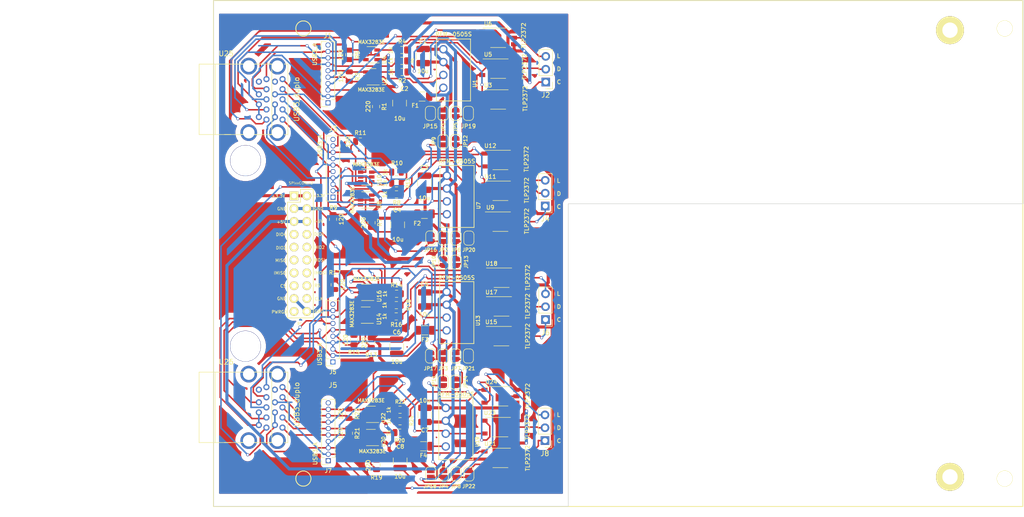
<source format=kicad_pcb>
(kicad_pcb (version 20171130) (host pcbnew 5.1.9-73d0e3b20d~88~ubuntu20.04.1)
  (layers (0 F.Cu signal) (31 B.Cu signal) (34 B.Paste user) (35 F.Paste user) (36 B.SilkS user) (37 F.SilkS user) (38 B.Mask user) (39 F.Mask user) (44 Edge.Cuts user))
  (net 0 "")
  (net 1 +5V)
  (net 2 GND)
  (net 3 "Net-(F1-Pad1)")
  (net 4 +3V3)
  (net 5 "Net-(B1-Pad7)")
  (net 6 "Net-(B1-Pad8)")
  (net 7 "Net-(B1-Pad9)")
  (net 8 "Net-(B1-Pad10)")
  (net 9 "Net-(B1-Pad11)")
  (net 10 "Net-(B1-Pad12)")
  (net 11 "Net-(B1-Pad13)")
  (net 12 "Net-(B1-Pad14)")
  (net 13 "Net-(B1-Pad15)")
  (net 14 "Net-(B1-Pad16)")
  (net 15 "Net-(B1-Pad18)")
  (net 16 ch1+5)
  (net 17 ch2+5)
  (net 18 ch3+5)
  (net 19 ch4+5)
  (net 20 "Net-(F2-Pad1)")
  (net 21 "Net-(F3-Pad1)")
  (net 22 "Net-(F4-Pad1)")
  (net 23 /CHANNEL_1/CLK)
  (net 24 /CHANNEL_1/DATA)
  (net 25 /CHANNEL_1/LINK_OK)
  (net 26 /CHANNEL_2/LINK_OK)
  (net 27 /CHANNEL_2/DATA)
  (net 28 /CHANNEL_2/CLK)
  (net 29 /CHANNEL_3/CLK)
  (net 30 /CHANNEL_3/DATA)
  (net 31 /CHANNEL_3/LINK_OK)
  (net 32 /CHANNEL_4/LINK_OK)
  (net 33 /CHANNEL_4/DATA)
  (net 34 /CHANNEL_4/CLK)
  (net 35 "Net-(JP1-Pad2)")
  (net 36 "Net-(JP10-Pad1)")
  (net 37 "Net-(JP10-Pad2)")
  (net 38 "Net-(JP11-Pad2)")
  (net 39 "Net-(JP12-Pad1)")
  (net 40 "Net-(JP12-Pad2)")
  (net 41 "Net-(JP13-Pad2)")
  (net 42 "Net-(JP14-Pad2)")
  (net 43 "Net-(R2-Pad1)")
  (net 44 "Net-(R2-Pad2)")
  (net 45 "Net-(R4-Pad2)")
  (net 46 "Net-(R4-Pad1)")
  (net 47 "Net-(R6-Pad2)")
  (net 48 "Net-(R8-Pad2)")
  (net 49 "Net-(R8-Pad1)")
  (net 50 "Net-(R10-Pad1)")
  (net 51 "Net-(R10-Pad2)")
  (net 52 "Net-(R12-Pad2)")
  (net 53 "Net-(R14-Pad1)")
  (net 54 "Net-(R14-Pad2)")
  (net 55 "Net-(R16-Pad2)")
  (net 56 "Net-(R16-Pad1)")
  (net 57 "Net-(R18-Pad2)")
  (net 58 "Net-(R20-Pad1)")
  (net 59 "Net-(R20-Pad2)")
  (net 60 "Net-(R22-Pad2)")
  (net 61 "Net-(R22-Pad1)")
  (net 62 "Net-(R24-Pad2)")
  (net 63 D+_ch1)
  (net 64 D+_ch2)
  (net 65 D+_ch3)
  (net 66 "Net-(J1-Pad1)")
  (net 67 ssrx-_ch1)
  (net 68 drain_ch1)
  (net 69 sstx+_ch1)
  (net 70 D-_ch1)
  (net 71 ssrx+_ch1)
  (net 72 sstx-_ch1)
  (net 73 sstx-_ch2)
  (net 74 ssrx+_ch2)
  (net 75 D-_ch2)
  (net 76 sstx+_ch2)
  (net 77 drain_ch2)
  (net 78 ssrx-_ch2)
  (net 79 "Net-(J3-Pad1)")
  (net 80 "Net-(J5-Pad1)")
  (net 81 ssrx-_ch3)
  (net 82 drain_ch3)
  (net 83 sstx+_ch3)
  (net 84 D-_ch3)
  (net 85 ssrx+_ch3)
  (net 86 sstx-_ch3)
  (net 87 "Net-(J7-Pad1)")
  (net 88 "Net-(U25-Pad1)")
  (net 89 "Net-(U25-Pad10)")
  (net 90 "Net-(U26-Pad10)")
  (net 91 "Net-(U26-Pad1)")
  (net 92 D+_ch4)
  (net 93 sstx+_ch4)
  (net 94 sstx-_ch4)
  (net 95 drain_ch4)
  (net 96 ssrx+_ch4)
  (net 97 ssrx-_ch4)
  (net 98 D-_ch4)
  (net 99 "Net-(J1-Pad10)")
  (net 100 "Net-(J3-Pad10)")
  (net 101 "Net-(J5-Pad10)")
  (net 102 "Net-(J7-Pad10)")
  (net 103 "Net-(U25-Pad19)")
  (net 104 "Net-(U25-Pad20)")
  (net 105 "Net-(U25-Pad21)")
  (net 106 "Net-(U25-Pad22)")
  (net 107 "Net-(U26-Pad22)")
  (net 108 "Net-(U26-Pad21)")
  (net 109 "Net-(U26-Pad20)")
  (net 110 "Net-(U26-Pad19)")
  (net 111 "Net-(B1-Pad19)")
  (module Controle:Eurocard_template_editado (layer F.Cu) (at 262.716 143.142 180)
    (fp_text reference " " hide)
    (fp_text value C64AC)
    (pad 1 thru_hole circle (at 14.3891 94.158 180) (size 5.5 5.5) (drill 3) (layers *.Cu *.Mask F.SilkS))
    (pad 0 thru_hole circle (at 3.57 5.5 180) (size 3 3) (drill 3) (layers *.Cu *.Mask F.SilkS))
    (pad 0 thru_hole circle (at 3.57 94.5 180) (size 3 3) (drill 3) (layers *.Cu *.Mask F.SilkS))
    (pad 1 thru_hole circle (at 14.3891 5.842 180) (size 5.5 5.5) (drill 3) (layers *.Cu *.Mask F.SilkS))
  )
  (module Controle:Eurocard_template_editado (layer F.Cu) (at 262.716 143.142 180)
    (fp_text reference " " hide)
    (fp_text value C64AC)
    (pad 1 thru_hole circle (at 14.3891 5.842 180) (size 5.5 5.5) (drill 3) (layers *.Cu *.Mask F.SilkS))
    (pad 0 thru_hole circle (at 3.57 94.5 180) (size 3 3) (drill 3) (layers *.Cu *.Mask F.SilkS))
    (pad 0 thru_hole circle (at 3.57 5.5 180) (size 3 3) (drill 3) (layers *.Cu *.Mask F.SilkS))
    (pad 1 thru_hole circle (at 14.3891 94.158 180) (size 5.5 5.5) (drill 3) (layers *.Cu *.Mask F.SilkS))
  )
  (module Capacitor_SMD:C_1210_3225Metric (layer F.Cu) (at 144.15 54.1 90)
    (fp_text reference C1 (at 2.92 -0.03 180) (layer F.SilkS) (effects (font (size 0.8 0.8))))
    (fp_text value 10u (at -2.96 -0.02 180) (layer F.SilkS) (effects (font (size 0.8 0.8))))
    (pad 1 smd roundrect (at -1.4 0 90) (size 1.25 2.65) (layers F.Cu F.Paste F.Mask) (roundrect_rratio 0.2) (net 1 +5V))
    (pad 2 smd roundrect (at 1.4 0 90) (size 1.25 2.65) (layers F.Cu F.Paste F.Mask) (roundrect_rratio 0.2) (net 2 GND))
  )
  (module Capacitor_SMD:C_1210_3225Metric (layer F.Cu) (at 139.5 63.4 270)
    (fp_text reference C2 (at -2.84 -0.96) (layer F.SilkS) (effects (font (size 0.8 0.8))))
    (fp_text value 10u (at 3.04 -0.04) (layer F.SilkS) (effects (font (size 0.8 0.8))))
    (pad 2 smd roundrect (at 1.4 0 270) (size 1.25 2.65) (layers F.Cu F.Paste F.Mask) (roundrect_rratio 0.2) (net 63 D+_ch1))
    (pad 1 smd roundrect (at -1.4 0 270) (size 1.25 2.65) (layers F.Cu F.Paste F.Mask) (roundrect_rratio 0.2) (net 16 ch1+5))
  )
  (module Capacitor_SMD:C_1210_3225Metric (layer F.Cu) (at 144.425 79.15 90)
    (fp_text reference C3 (at 3.01 -0.035 180) (layer F.SilkS) (effects (font (size 0.8 0.8))))
    (fp_text value 10u (at -3.02 -0.025 180) (layer F.SilkS) (effects (font (size 0.8 0.8))))
    (pad 2 smd roundrect (at 1.4 0 90) (size 1.25 2.65) (layers F.Cu F.Paste F.Mask) (roundrect_rratio 0.2) (net 2 GND))
    (pad 1 smd roundrect (at -1.4 0 90) (size 1.25 2.65) (layers F.Cu F.Paste F.Mask) (roundrect_rratio 0.2) (net 1 +5V))
  )
  (module Capacitor_SMD:C_1210_3225Metric (layer F.Cu) (at 139.12 87.46 270)
    (fp_text reference C4 (at -2.9 0.095) (layer F.SilkS) (effects (font (size 0.8 0.8))))
    (fp_text value 10u (at 2.9 -0.065) (layer F.SilkS) (effects (font (size 0.8 0.8))))
    (pad 1 smd roundrect (at -1.4 0 270) (size 1.25 2.65) (layers F.Cu F.Paste F.Mask) (roundrect_rratio 0.2) (net 17 ch2+5))
    (pad 2 smd roundrect (at 1.4 0 270) (size 1.25 2.65) (layers F.Cu F.Paste F.Mask) (roundrect_rratio 0.2) (net 64 D+_ch2))
  )
  (module Capacitor_SMD:C_1210_3225Metric (layer F.Cu) (at 144.475 102.225 90)
    (fp_text reference C5 (at 2.995 -0.035 180) (layer F.SilkS) (effects (font (size 0.8 0.8))))
    (fp_text value 10u (at -2.975 -0.005 180) (layer F.SilkS) (effects (font (size 0.8 0.8))))
    (pad 2 smd roundrect (at 1.4 0 90) (size 1.25 2.65) (layers F.Cu F.Paste F.Mask) (roundrect_rratio 0.2) (net 2 GND))
    (pad 1 smd roundrect (at -1.4 0 90) (size 1.25 2.65) (layers F.Cu F.Paste F.Mask) (roundrect_rratio 0.2) (net 1 +5V))
  )
  (module Capacitor_SMD:C_1210_3225Metric (layer F.Cu) (at 138.94 111.57 270)
    (fp_text reference C6 (at -2.88 0) (layer F.SilkS) (effects (font (size 0.8 0.8))))
    (fp_text value 10u (at 2.96 -0.03) (layer F.SilkS) (effects (font (size 0.8 0.8))))
    (pad 1 smd roundrect (at -1.4 0 270) (size 1.25 2.65) (layers F.Cu F.Paste F.Mask) (roundrect_rratio 0.2) (net 18 ch3+5))
    (pad 2 smd roundrect (at 1.4 0 270) (size 1.25 2.65) (layers F.Cu F.Paste F.Mask) (roundrect_rratio 0.2) (net 65 D+_ch3))
  )
  (module Capacitor_SMD:C_1210_3225Metric (layer F.Cu) (at 144.5 125.05 90)
    (fp_text reference C7 (at -3.03 0.01 180) (layer F.SilkS) (effects (font (size 0.8 0.8))))
    (fp_text value 10u (at 2.84 0 180) (layer F.SilkS) (effects (font (size 0.8 0.8))))
    (pad 1 smd roundrect (at -1.4 0 90) (size 1.25 2.65) (layers F.Cu F.Paste F.Mask) (roundrect_rratio 0.2) (net 1 +5V))
    (pad 2 smd roundrect (at 1.4 0 90) (size 1.25 2.65) (layers F.Cu F.Paste F.Mask) (roundrect_rratio 0.2) (net 2 GND))
  )
  (module Capacitor_SMD:C_1210_3225Metric (layer F.Cu) (at 139.61 134.15 270)
    (fp_text reference C8 (at -2.84 -0.02) (layer F.SilkS) (effects (font (size 0.8 0.8))))
    (fp_text value 10u (at 3.07 0.02 180) (layer F.SilkS) (effects (font (size 0.8 0.8))))
    (pad 2 smd roundrect (at 1.4 0 270) (size 1.25 2.65) (layers F.Cu F.Paste F.Mask) (roundrect_rratio 0.2) (net 92 D+_ch4))
    (pad 1 smd roundrect (at -1.4 0 270) (size 1.25 2.65) (layers F.Cu F.Paste F.Mask) (roundrect_rratio 0.2) (net 19 ch4+5))
  )
  (module Fuse:Fuse_1206_3216Metric (layer F.Cu) (at 143.95 62.1 180)
    (fp_text reference F1 (at 1.36 -1.78 180) (layer F.SilkS) (effects (font (size 0.8 0.8))))
    (fp_text value Protc)
    (pad 1 smd roundrect (at -1.4 0 180) (size 1.25 1.75) (layers F.Cu F.Paste F.Mask) (roundrect_rratio 0.2) (net 3 "Net-(F1-Pad1)"))
    (pad 2 smd roundrect (at 1.4 0 180) (size 1.25 1.75) (layers F.Cu F.Paste F.Mask) (roundrect_rratio 0.2) (net 16 ch1+5))
  )
  (module Fuse:Fuse_1206_3216Metric (layer F.Cu) (at 144.425 85.3 180)
    (fp_text reference F2 (at 1.435 -1.89 180) (layer F.SilkS) (effects (font (size 0.8 0.8))))
    (fp_text value Protc)
    (pad 1 smd roundrect (at -1.4 0 180) (size 1.25 1.75) (layers F.Cu F.Paste F.Mask) (roundrect_rratio 0.2) (net 20 "Net-(F2-Pad1)"))
    (pad 2 smd roundrect (at 1.4 0 180) (size 1.25 1.75) (layers F.Cu F.Paste F.Mask) (roundrect_rratio 0.2) (net 17 ch2+5))
  )
  (module Fuse:Fuse_1206_3216Metric (layer F.Cu) (at 144.525 108.325 180)
    (fp_text reference F3 (at 0 -1.82 180) (layer F.SilkS) (effects (font (size 0.8 0.8))))
    (fp_text value Protc)
    (pad 2 smd roundrect (at 1.4 0 180) (size 1.25 1.75) (layers F.Cu F.Paste F.Mask) (roundrect_rratio 0.2) (net 18 ch3+5))
    (pad 1 smd roundrect (at -1.4 0 180) (size 1.25 1.75) (layers F.Cu F.Paste F.Mask) (roundrect_rratio 0.2) (net 21 "Net-(F3-Pad1)"))
  )
  (module Fuse:Fuse_1206_3216Metric (layer F.Cu) (at 144.225 131.25 180)
    (fp_text reference F4 (at 0 -1.82 180) (layer F.SilkS) (effects (font (size 0.8 0.8))))
    (fp_text value Protc)
    (pad 2 smd roundrect (at 1.4 0 180) (size 1.25 1.75) (layers F.Cu F.Paste F.Mask) (roundrect_rratio 0.2) (net 19 ch4+5))
    (pad 1 smd roundrect (at -1.4 0 180) (size 1.25 1.75) (layers F.Cu F.Paste F.Mask) (roundrect_rratio 0.2) (net 22 "Net-(F4-Pad1)"))
  )
  (module Connector_PinHeader_2.54mm:PinHeader_1x03_P2.54mm_Vertical (layer F.Cu) (at 168.4 59.24 180)
    (fp_text reference J2 (at 0.01 -2.56 180) (layer F.SilkS))
    (fp_text value Conn_01x03 hide)
    (pad 1 thru_hole rect (at 0 0 180) (size 1.7 1.7) (drill 1) (layers *.Cu *.Mask) (net 23 /CHANNEL_1/CLK))
    (pad 2 thru_hole oval (at 0 2.54 180) (size 1.7 1.7) (drill 1) (layers *.Cu *.Mask) (net 24 /CHANNEL_1/DATA))
    (pad 3 thru_hole oval (at 0 5.08 180) (size 1.7 1.7) (drill 1) (layers *.Cu *.Mask) (net 25 /CHANNEL_1/LINK_OK))
  )
  (module Connector_PinHeader_2.54mm:PinHeader_1x03_P2.54mm_Vertical (layer F.Cu) (at 168.3 83.75 180)
    (fp_text reference J4 (at -0.01 -2.54 180) (layer F.SilkS))
    (fp_text value Conn_01x03 hide)
    (pad 3 thru_hole oval (at 0 5.08 180) (size 1.7 1.7) (drill 1) (layers *.Cu *.Mask) (net 26 /CHANNEL_2/LINK_OK))
    (pad 2 thru_hole oval (at 0 2.54 180) (size 1.7 1.7) (drill 1) (layers *.Cu *.Mask) (net 27 /CHANNEL_2/DATA))
    (pad 1 thru_hole rect (at 0 0 180) (size 1.7 1.7) (drill 1) (layers *.Cu *.Mask) (net 28 /CHANNEL_2/CLK))
  )
  (module Connector_PinHeader_2.54mm:PinHeader_1x03_P2.54mm_Vertical (layer F.Cu) (at 168.35 106.2 180)
    (fp_text reference J6 (at -0.01 -2.59 180) (layer F.SilkS))
    (fp_text value Conn_01x03 hide)
    (pad 1 thru_hole rect (at 0 0 180) (size 1.7 1.7) (drill 1) (layers *.Cu *.Mask) (net 29 /CHANNEL_3/CLK))
    (pad 2 thru_hole oval (at 0 2.54 180) (size 1.7 1.7) (drill 1) (layers *.Cu *.Mask) (net 30 /CHANNEL_3/DATA))
    (pad 3 thru_hole oval (at 0 5.08 180) (size 1.7 1.7) (drill 1) (layers *.Cu *.Mask) (net 31 /CHANNEL_3/LINK_OK))
  )
  (module Connector_PinHeader_2.54mm:PinHeader_1x03_P2.54mm_Vertical (layer F.Cu) (at 168.25 130.13 180)
    (fp_text reference J8 (at 0.03 -2.55 180) (layer F.SilkS))
    (fp_text value Conn_01x03 hide)
    (pad 3 thru_hole oval (at 0 5.08 180) (size 1.7 1.7) (drill 1) (layers *.Cu *.Mask) (net 32 /CHANNEL_4/LINK_OK))
    (pad 2 thru_hole oval (at 0 2.54 180) (size 1.7 1.7) (drill 1) (layers *.Cu *.Mask) (net 33 /CHANNEL_4/DATA))
    (pad 1 thru_hole rect (at 0 0 180) (size 1.7 1.7) (drill 1) (layers *.Cu *.Mask) (net 34 /CHANNEL_4/CLK))
  )
  (module Jumper:SolderJumper-2_P1.3mm_Open_RoundedPad1.0x1.5mm (layer F.Cu) (at 148.1 65.425 270)
    (fp_text reference JP1 (at 2.745 -0.04 270) (layer F.SilkS) (effects (font (size 0.7 0.7))))
    (fp_text value ch1_5_g5 hide)
    (pad 1 smd custom (at -0.65 0 270) (size 1 0.5) (layers F.Cu F.Mask) (net 1 +5V) (options (clearance outline) (anchor rect)) (primitives (gr_circle (center 0 0.25) (end 0.5 0.25) (width 0)) (gr_circle (center 0 -0.25) (end 0.5 -0.25) (width 0)) (gr_poly (pts (xy 0 -0.75) (xy 0.5 -0.75) (xy 0.5 0.75) (xy 0 0.75)) (width 0))))
    (pad 2 smd custom (at 0.65 0 270) (size 1 0.5) (layers F.Cu F.Mask) (net 35 "Net-(JP1-Pad2)") (options (clearance outline) (anchor rect)) (primitives (gr_circle (center 0 0.25) (end 0.5 0.25) (width 0)) (gr_circle (center 0 -0.25) (end 0.5 -0.25) (width 0)) (gr_poly (pts (xy 0 -0.75) (xy -0.5 -0.75) (xy -0.5 0.75) (xy 0 0.75)) (width 0))))
  )
  (module Jumper:SolderJumper-2_P1.3mm_Open_RoundedPad1.0x1.5mm (layer F.Cu) (at 148.175 90.1 270)
    (fp_text reference JP2 (at 2.32 0.005) (layer F.SilkS) (effects (font (size 0.7 0.7))))
    (fp_text value ch2_5_g5 hide)
    (pad 2 smd custom (at 0.65 0 270) (size 1 0.5) (layers F.Cu F.Mask) (net 36 "Net-(JP10-Pad1)") (options (clearance outline) (anchor rect)) (primitives (gr_circle (center 0 0.25) (end 0.5 0.25) (width 0)) (gr_circle (center 0 -0.25) (end 0.5 -0.25) (width 0)) (gr_poly (pts (xy 0 -0.75) (xy -0.5 -0.75) (xy -0.5 0.75) (xy 0 0.75)) (width 0))))
    (pad 1 smd custom (at -0.65 0 270) (size 1 0.5) (layers F.Cu F.Mask) (net 1 +5V) (options (clearance outline) (anchor rect)) (primitives (gr_circle (center 0 0.25) (end 0.5 0.25) (width 0)) (gr_circle (center 0 -0.25) (end 0.5 -0.25) (width 0)) (gr_poly (pts (xy 0 -0.75) (xy 0.5 -0.75) (xy 0.5 0.75) (xy 0 0.75)) (width 0))))
  )
  (module Jumper:SolderJumper-2_P1.3mm_Open_RoundedPad1.0x1.5mm (layer F.Cu) (at 148.125 113.4 270)
    (fp_text reference JP3 (at 2.47 0.005) (layer F.SilkS) (effects (font (size 0.7 0.7))))
    (fp_text value ch3_5_g5 hide)
    (pad 2 smd custom (at 0.65 0 270) (size 1 0.5) (layers F.Cu F.Mask) (net 37 "Net-(JP10-Pad2)") (options (clearance outline) (anchor rect)) (primitives (gr_circle (center 0 0.25) (end 0.5 0.25) (width 0)) (gr_circle (center 0 -0.25) (end 0.5 -0.25) (width 0)) (gr_poly (pts (xy 0 -0.75) (xy -0.5 -0.75) (xy -0.5 0.75) (xy 0 0.75)) (width 0))))
    (pad 1 smd custom (at -0.65 0 270) (size 1 0.5) (layers F.Cu F.Mask) (net 1 +5V) (options (clearance outline) (anchor rect)) (primitives (gr_circle (center 0 0.25) (end 0.5 0.25) (width 0)) (gr_circle (center 0 -0.25) (end 0.5 -0.25) (width 0)) (gr_poly (pts (xy 0 -0.75) (xy 0.5 -0.75) (xy 0.5 0.75) (xy 0 0.75)) (width 0))))
  )
  (module Jumper:SolderJumper-2_P1.3mm_Open_RoundedPad1.0x1.5mm (layer F.Cu) (at 148.175 136.725 270)
    (fp_text reference JP4 (at 2.435 -0.015) (layer F.SilkS) (effects (font (size 0.7 0.7))))
    (fp_text value ch4_5_g5 hide)
    (pad 1 smd custom (at -0.65 0 270) (size 1 0.5) (layers F.Cu F.Mask) (net 1 +5V) (options (clearance outline) (anchor rect)) (primitives (gr_circle (center 0 0.25) (end 0.5 0.25) (width 0)) (gr_circle (center 0 -0.25) (end 0.5 -0.25) (width 0)) (gr_poly (pts (xy 0 -0.75) (xy 0.5 -0.75) (xy 0.5 0.75) (xy 0 0.75)) (width 0))))
    (pad 2 smd custom (at 0.65 0 270) (size 1 0.5) (layers F.Cu F.Mask) (net 38 "Net-(JP11-Pad2)") (options (clearance outline) (anchor rect)) (primitives (gr_circle (center 0 0.25) (end 0.5 0.25) (width 0)) (gr_circle (center 0 -0.25) (end 0.5 -0.25) (width 0)) (gr_poly (pts (xy 0 -0.75) (xy -0.5 -0.75) (xy -0.5 0.75) (xy 0 0.75)) (width 0))))
  )
  (module Jumper:SolderJumper-2_P1.3mm_Open_RoundedPad1.0x1.5mm (layer F.Cu) (at 150.6 65.425 270)
    (fp_text reference JP5 (at 2.745 0 90) (layer F.SilkS) (effects (font (size 0.7 0.7))))
    (fp_text value ch1_gnd_ggnd hide)
    (pad 2 smd custom (at 0.65 0 270) (size 1 0.5) (layers F.Cu F.Mask) (net 39 "Net-(JP12-Pad1)") (options (clearance outline) (anchor rect)) (primitives (gr_circle (center 0 0.25) (end 0.5 0.25) (width 0)) (gr_circle (center 0 -0.25) (end 0.5 -0.25) (width 0)) (gr_poly (pts (xy 0 -0.75) (xy -0.5 -0.75) (xy -0.5 0.75) (xy 0 0.75)) (width 0))))
    (pad 1 smd custom (at -0.65 0 270) (size 1 0.5) (layers F.Cu F.Mask) (net 2 GND) (options (clearance outline) (anchor rect)) (primitives (gr_circle (center 0 0.25) (end 0.5 0.25) (width 0)) (gr_circle (center 0 -0.25) (end 0.5 -0.25) (width 0)) (gr_poly (pts (xy 0 -0.75) (xy 0.5 -0.75) (xy 0.5 0.75) (xy 0 0.75)) (width 0))))
  )
  (module Jumper:SolderJumper-2_P1.3mm_Open_RoundedPad1.0x1.5mm (layer F.Cu) (at 150.675 90.1 270)
    (fp_text reference JP6 (at 2.32 0.005) (layer F.SilkS) (effects (font (size 0.7 0.7))))
    (fp_text value ch2_gnd_ggnd hide)
    (pad 1 smd custom (at -0.65 0 270) (size 1 0.5) (layers F.Cu F.Mask) (net 2 GND) (options (clearance outline) (anchor rect)) (primitives (gr_circle (center 0 0.25) (end 0.5 0.25) (width 0)) (gr_circle (center 0 -0.25) (end 0.5 -0.25) (width 0)) (gr_poly (pts (xy 0 -0.75) (xy 0.5 -0.75) (xy 0.5 0.75) (xy 0 0.75)) (width 0))))
    (pad 2 smd custom (at 0.65 0 270) (size 1 0.5) (layers F.Cu F.Mask) (net 40 "Net-(JP12-Pad2)") (options (clearance outline) (anchor rect)) (primitives (gr_circle (center 0 0.25) (end 0.5 0.25) (width 0)) (gr_circle (center 0 -0.25) (end 0.5 -0.25) (width 0)) (gr_poly (pts (xy 0 -0.75) (xy -0.5 -0.75) (xy -0.5 0.75) (xy 0 0.75)) (width 0))))
  )
  (module Jumper:SolderJumper-2_P1.3mm_Open_RoundedPad1.0x1.5mm (layer F.Cu) (at 150.625 113.4 270)
    (fp_text reference JP7 (at 2.47 -0.005) (layer F.SilkS) (effects (font (size 0.7 0.7))))
    (fp_text value ch3_gnd_ggnd hide)
    (pad 1 smd custom (at -0.65 0 270) (size 1 0.5) (layers F.Cu F.Mask) (net 2 GND) (options (clearance outline) (anchor rect)) (primitives (gr_circle (center 0 0.25) (end 0.5 0.25) (width 0)) (gr_circle (center 0 -0.25) (end 0.5 -0.25) (width 0)) (gr_poly (pts (xy 0 -0.75) (xy 0.5 -0.75) (xy 0.5 0.75) (xy 0 0.75)) (width 0))))
    (pad 2 smd custom (at 0.65 0 270) (size 1 0.5) (layers F.Cu F.Mask) (net 41 "Net-(JP13-Pad2)") (options (clearance outline) (anchor rect)) (primitives (gr_circle (center 0 0.25) (end 0.5 0.25) (width 0)) (gr_circle (center 0 -0.25) (end 0.5 -0.25) (width 0)) (gr_poly (pts (xy 0 -0.75) (xy -0.5 -0.75) (xy -0.5 0.75) (xy 0 0.75)) (width 0))))
  )
  (module Jumper:SolderJumper-2_P1.3mm_Open_RoundedPad1.0x1.5mm (layer F.Cu) (at 150.675 136.725 270)
    (fp_text reference JP8 (at 2.435 0.015) (layer F.SilkS) (effects (font (size 0.7 0.7))))
    (fp_text value ch4_gnd_ggnd hide)
    (pad 1 smd custom (at -0.65 0 270) (size 1 0.5) (layers F.Cu F.Mask) (net 2 GND) (options (clearance outline) (anchor rect)) (primitives (gr_circle (center 0 0.25) (end 0.5 0.25) (width 0)) (gr_circle (center 0 -0.25) (end 0.5 -0.25) (width 0)) (gr_poly (pts (xy 0 -0.75) (xy 0.5 -0.75) (xy 0.5 0.75) (xy 0 0.75)) (width 0))))
    (pad 2 smd custom (at 0.65 0 270) (size 1 0.5) (layers F.Cu F.Mask) (net 42 "Net-(JP14-Pad2)") (options (clearance outline) (anchor rect)) (primitives (gr_circle (center 0 0.25) (end 0.5 0.25) (width 0)) (gr_circle (center 0 -0.25) (end 0.5 -0.25) (width 0)) (gr_poly (pts (xy 0 -0.75) (xy -0.5 -0.75) (xy -0.5 0.75) (xy 0 0.75)) (width 0))))
  )
  (module Jumper:SolderJumper-2_P1.3mm_Open_RoundedPad1.0x1.5mm (layer F.Cu) (at 148.1 71 270)
    (fp_text reference JP9 (at 0.02 1.81 90) (layer F.SilkS) (effects (font (size 0.7 0.7))))
    (fp_text value ch1_ch2_5 hide)
    (pad 1 smd custom (at -0.65 0 270) (size 1 0.5) (layers F.Cu F.Mask) (net 35 "Net-(JP1-Pad2)") (options (clearance outline) (anchor rect)) (primitives (gr_circle (center 0 0.25) (end 0.5 0.25) (width 0)) (gr_circle (center 0 -0.25) (end 0.5 -0.25) (width 0)) (gr_poly (pts (xy 0 -0.75) (xy 0.5 -0.75) (xy 0.5 0.75) (xy 0 0.75)) (width 0))))
    (pad 2 smd custom (at 0.65 0 270) (size 1 0.5) (layers F.Cu F.Mask) (net 36 "Net-(JP10-Pad1)") (options (clearance outline) (anchor rect)) (primitives (gr_circle (center 0 0.25) (end 0.5 0.25) (width 0)) (gr_circle (center 0 -0.25) (end 0.5 -0.25) (width 0)) (gr_poly (pts (xy 0 -0.75) (xy -0.5 -0.75) (xy -0.5 0.75) (xy 0 0.75)) (width 0))))
  )
  (module Jumper:SolderJumper-2_P1.3mm_Open_RoundedPad1.0x1.5mm (layer F.Cu) (at 148.2 94.85 270)
    (fp_text reference JP10 (at -0.01 1.9 90) (layer F.SilkS) (effects (font (size 0.7 0.7))))
    (fp_text value ch2_ch3_5 hide)
    (pad 2 smd custom (at 0.65 0 270) (size 1 0.5) (layers F.Cu F.Mask) (net 37 "Net-(JP10-Pad2)") (options (clearance outline) (anchor rect)) (primitives (gr_circle (center 0 0.25) (end 0.5 0.25) (width 0)) (gr_circle (center 0 -0.25) (end 0.5 -0.25) (width 0)) (gr_poly (pts (xy 0 -0.75) (xy -0.5 -0.75) (xy -0.5 0.75) (xy 0 0.75)) (width 0))))
    (pad 1 smd custom (at -0.65 0 270) (size 1 0.5) (layers F.Cu F.Mask) (net 36 "Net-(JP10-Pad1)") (options (clearance outline) (anchor rect)) (primitives (gr_circle (center 0 0.25) (end 0.5 0.25) (width 0)) (gr_circle (center 0 -0.25) (end 0.5 -0.25) (width 0)) (gr_poly (pts (xy 0 -0.75) (xy 0.5 -0.75) (xy 0.5 0.75) (xy 0 0.75)) (width 0))))
  )
  (module Jumper:SolderJumper-2_P1.3mm_Open_RoundedPad1.0x1.5mm (layer F.Cu) (at 148.125 118.6 270)
    (fp_text reference JP11 (at -0.14 1.815 90) (layer F.SilkS) (effects (font (size 0.7 0.7))))
    (fp_text value ch3_ch4_5 hide)
    (pad 1 smd custom (at -0.65 0 270) (size 1 0.5) (layers F.Cu F.Mask) (net 37 "Net-(JP10-Pad2)") (options (clearance outline) (anchor rect)) (primitives (gr_circle (center 0 0.25) (end 0.5 0.25) (width 0)) (gr_circle (center 0 -0.25) (end 0.5 -0.25) (width 0)) (gr_poly (pts (xy 0 -0.75) (xy 0.5 -0.75) (xy 0.5 0.75) (xy 0 0.75)) (width 0))))
    (pad 2 smd custom (at 0.65 0 270) (size 1 0.5) (layers F.Cu F.Mask) (net 38 "Net-(JP11-Pad2)") (options (clearance outline) (anchor rect)) (primitives (gr_circle (center 0 0.25) (end 0.5 0.25) (width 0)) (gr_circle (center 0 -0.25) (end 0.5 -0.25) (width 0)) (gr_poly (pts (xy 0 -0.75) (xy -0.5 -0.75) (xy -0.5 0.75) (xy 0 0.75)) (width 0))))
  )
  (module Jumper:SolderJumper-2_P1.3mm_Open_RoundedPad1.0x1.5mm (layer F.Cu) (at 150.6 71 270)
    (fp_text reference JP12 (at 0.02 -1.93 90) (layer F.SilkS) (effects (font (size 0.7 0.7))))
    (fp_text value ch1_ch2_gnd hide)
    (pad 2 smd custom (at 0.65 0 270) (size 1 0.5) (layers F.Cu F.Mask) (net 40 "Net-(JP12-Pad2)") (options (clearance outline) (anchor rect)) (primitives (gr_circle (center 0 0.25) (end 0.5 0.25) (width 0)) (gr_circle (center 0 -0.25) (end 0.5 -0.25) (width 0)) (gr_poly (pts (xy 0 -0.75) (xy -0.5 -0.75) (xy -0.5 0.75) (xy 0 0.75)) (width 0))))
    (pad 1 smd custom (at -0.65 0 270) (size 1 0.5) (layers F.Cu F.Mask) (net 39 "Net-(JP12-Pad1)") (options (clearance outline) (anchor rect)) (primitives (gr_circle (center 0 0.25) (end 0.5 0.25) (width 0)) (gr_circle (center 0 -0.25) (end 0.5 -0.25) (width 0)) (gr_poly (pts (xy 0 -0.75) (xy 0.5 -0.75) (xy 0.5 0.75) (xy 0 0.75)) (width 0))))
  )
  (module Jumper:SolderJumper-2_P1.3mm_Open_RoundedPad1.0x1.5mm (layer F.Cu) (at 150.7 94.85 270)
    (fp_text reference JP13 (at -0.02 -1.97 90) (layer F.SilkS) (effects (font (size 0.7 0.7))))
    (fp_text value ch2_ch3_gnd hide)
    (pad 1 smd custom (at -0.65 0 270) (size 1 0.5) (layers F.Cu F.Mask) (net 40 "Net-(JP12-Pad2)") (options (clearance outline) (anchor rect)) (primitives (gr_circle (center 0 0.25) (end 0.5 0.25) (width 0)) (gr_circle (center 0 -0.25) (end 0.5 -0.25) (width 0)) (gr_poly (pts (xy 0 -0.75) (xy 0.5 -0.75) (xy 0.5 0.75) (xy 0 0.75)) (width 0))))
    (pad 2 smd custom (at 0.65 0 270) (size 1 0.5) (layers F.Cu F.Mask) (net 41 "Net-(JP13-Pad2)") (options (clearance outline) (anchor rect)) (primitives (gr_circle (center 0 0.25) (end 0.5 0.25) (width 0)) (gr_circle (center 0 -0.25) (end 0.5 -0.25) (width 0)) (gr_poly (pts (xy 0 -0.75) (xy -0.5 -0.75) (xy -0.5 0.75) (xy 0 0.75)) (width 0))))
  )
  (module Jumper:SolderJumper-2_P1.3mm_Open_RoundedPad1.0x1.5mm (layer F.Cu) (at 150.625 118.6 270)
    (fp_text reference JP14 (at -0.04 -1.945 270) (layer F.SilkS) (effects (font (size 0.7 0.7))))
    (fp_text value ch3_ch4_gnd hide)
    (pad 2 smd custom (at 0.65 0 270) (size 1 0.5) (layers F.Cu F.Mask) (net 42 "Net-(JP14-Pad2)") (options (clearance outline) (anchor rect)) (primitives (gr_circle (center 0 0.25) (end 0.5 0.25) (width 0)) (gr_circle (center 0 -0.25) (end 0.5 -0.25) (width 0)) (gr_poly (pts (xy 0 -0.75) (xy -0.5 -0.75) (xy -0.5 0.75) (xy 0 0.75)) (width 0))))
    (pad 1 smd custom (at -0.65 0 270) (size 1 0.5) (layers F.Cu F.Mask) (net 41 "Net-(JP13-Pad2)") (options (clearance outline) (anchor rect)) (primitives (gr_circle (center 0 0.25) (end 0.5 0.25) (width 0)) (gr_circle (center 0 -0.25) (end 0.5 -0.25) (width 0)) (gr_poly (pts (xy 0 -0.75) (xy 0.5 -0.75) (xy 0.5 0.75) (xy 0 0.75)) (width 0))))
  )
  (module Jumper:SolderJumper-2_P1.3mm_Open_RoundedPad1.0x1.5mm (layer F.Cu) (at 145.6 65.425 90)
    (fp_text reference JP15 (at -2.545 -0.05 180) (layer F.SilkS) (effects (font (size 0.8 0.8))))
    (fp_text value ch1_5 hide)
    (pad 1 smd custom (at -0.65 0 90) (size 1 0.5) (layers F.Cu F.Mask) (net 35 "Net-(JP1-Pad2)") (options (clearance outline) (anchor rect)) (primitives (gr_circle (center 0 0.25) (end 0.5 0.25) (width 0)) (gr_circle (center 0 -0.25) (end 0.5 -0.25) (width 0)) (gr_poly (pts (xy 0 -0.75) (xy 0.5 -0.75) (xy 0.5 0.75) (xy 0 0.75)) (width 0))))
    (pad 2 smd custom (at 0.65 0 90) (size 1 0.5) (layers F.Cu F.Mask) (net 16 ch1+5) (options (clearance outline) (anchor rect)) (primitives (gr_circle (center 0 0.25) (end 0.5 0.25) (width 0)) (gr_circle (center 0 -0.25) (end 0.5 -0.25) (width 0)) (gr_poly (pts (xy 0 -0.75) (xy -0.5 -0.75) (xy -0.5 0.75) (xy 0 0.75)) (width 0))))
  )
  (module Jumper:SolderJumper-2_P1.3mm_Open_RoundedPad1.0x1.5mm (layer F.Cu) (at 145.675 90.075 90)
    (fp_text reference JP16 (at -2.345 -0.075 180) (layer F.SilkS) (effects (font (size 0.7 0.7))))
    (fp_text value ch2_5 hide)
    (pad 2 smd custom (at 0.65 0 90) (size 1 0.5) (layers F.Cu F.Mask) (net 17 ch2+5) (options (clearance outline) (anchor rect)) (primitives (gr_circle (center 0 0.25) (end 0.5 0.25) (width 0)) (gr_circle (center 0 -0.25) (end 0.5 -0.25) (width 0)) (gr_poly (pts (xy 0 -0.75) (xy -0.5 -0.75) (xy -0.5 0.75) (xy 0 0.75)) (width 0))))
    (pad 1 smd custom (at -0.65 0 90) (size 1 0.5) (layers F.Cu F.Mask) (net 36 "Net-(JP10-Pad1)") (options (clearance outline) (anchor rect)) (primitives (gr_circle (center 0 0.25) (end 0.5 0.25) (width 0)) (gr_circle (center 0 -0.25) (end 0.5 -0.25) (width 0)) (gr_poly (pts (xy 0 -0.75) (xy 0.5 -0.75) (xy 0.5 0.75) (xy 0 0.75)) (width 0))))
  )
  (module Jumper:SolderJumper-2_P1.3mm_Open_RoundedPad1.0x1.5mm (layer F.Cu) (at 145.625 113.4 90)
    (fp_text reference JP17 (at -2.47 -0.045 180) (layer F.SilkS) (effects (font (size 0.7 0.7))))
    (fp_text value ch3_5 hide)
    (pad 2 smd custom (at 0.65 0 90) (size 1 0.5) (layers F.Cu F.Mask) (net 18 ch3+5) (options (clearance outline) (anchor rect)) (primitives (gr_circle (center 0 0.25) (end 0.5 0.25) (width 0)) (gr_circle (center 0 -0.25) (end 0.5 -0.25) (width 0)) (gr_poly (pts (xy 0 -0.75) (xy -0.5 -0.75) (xy -0.5 0.75) (xy 0 0.75)) (width 0))))
    (pad 1 smd custom (at -0.65 0 90) (size 1 0.5) (layers F.Cu F.Mask) (net 37 "Net-(JP10-Pad2)") (options (clearance outline) (anchor rect)) (primitives (gr_circle (center 0 0.25) (end 0.5 0.25) (width 0)) (gr_circle (center 0 -0.25) (end 0.5 -0.25) (width 0)) (gr_poly (pts (xy 0 -0.75) (xy 0.5 -0.75) (xy 0.5 0.75) (xy 0 0.75)) (width 0))))
  )
  (module Jumper:SolderJumper-2_P1.3mm_Open_RoundedPad1.0x1.5mm (layer F.Cu) (at 145.675 136.725 90)
    (fp_text reference JP18 (at -2.435 -0.165 180) (layer F.SilkS) (effects (font (size 0.7 0.7))))
    (fp_text value ch4_5 hide)
    (pad 2 smd custom (at 0.65 0 90) (size 1 0.5) (layers F.Cu F.Mask) (net 19 ch4+5) (options (clearance outline) (anchor rect)) (primitives (gr_circle (center 0 0.25) (end 0.5 0.25) (width 0)) (gr_circle (center 0 -0.25) (end 0.5 -0.25) (width 0)) (gr_poly (pts (xy 0 -0.75) (xy -0.5 -0.75) (xy -0.5 0.75) (xy 0 0.75)) (width 0))))
    (pad 1 smd custom (at -0.65 0 90) (size 1 0.5) (layers F.Cu F.Mask) (net 38 "Net-(JP11-Pad2)") (options (clearance outline) (anchor rect)) (primitives (gr_circle (center 0 0.25) (end 0.5 0.25) (width 0)) (gr_circle (center 0 -0.25) (end 0.5 -0.25) (width 0)) (gr_poly (pts (xy 0 -0.75) (xy 0.5 -0.75) (xy 0.5 0.75) (xy 0 0.75)) (width 0))))
  )
  (module Jumper:SolderJumper-2_P1.3mm_Open_RoundedPad1.0x1.5mm (layer F.Cu) (at 153.1 65.425 90)
    (fp_text reference JP19 (at -2.545 0.02 180) (layer F.SilkS) (effects (font (size 0.8 0.8))))
    (fp_text value ch1_gnd hide)
    (pad 1 smd custom (at -0.65 0 90) (size 1 0.5) (layers F.Cu F.Mask) (net 39 "Net-(JP12-Pad1)") (options (clearance outline) (anchor rect)) (primitives (gr_circle (center 0 0.25) (end 0.5 0.25) (width 0)) (gr_circle (center 0 -0.25) (end 0.5 -0.25) (width 0)) (gr_poly (pts (xy 0 -0.75) (xy 0.5 -0.75) (xy 0.5 0.75) (xy 0 0.75)) (width 0))))
    (pad 2 smd custom (at 0.65 0 90) (size 1 0.5) (layers F.Cu F.Mask) (net 63 D+_ch1) (options (clearance outline) (anchor rect)) (primitives (gr_circle (center 0 0.25) (end 0.5 0.25) (width 0)) (gr_circle (center 0 -0.25) (end 0.5 -0.25) (width 0)) (gr_poly (pts (xy 0 -0.75) (xy -0.5 -0.75) (xy -0.5 0.75) (xy 0 0.75)) (width 0))))
  )
  (module Jumper:SolderJumper-2_P1.3mm_Open_RoundedPad1.0x1.5mm (layer F.Cu) (at 153.2 90.1 90)
    (fp_text reference JP20 (at -2.32 0 180) (layer F.SilkS) (effects (font (size 0.7 0.7))))
    (fp_text value ch2_gnd hide)
    (pad 2 smd custom (at 0.65 0 90) (size 1 0.5) (layers F.Cu F.Mask) (net 64 D+_ch2) (options (clearance outline) (anchor rect)) (primitives (gr_circle (center 0 0.25) (end 0.5 0.25) (width 0)) (gr_circle (center 0 -0.25) (end 0.5 -0.25) (width 0)) (gr_poly (pts (xy 0 -0.75) (xy -0.5 -0.75) (xy -0.5 0.75) (xy 0 0.75)) (width 0))))
    (pad 1 smd custom (at -0.65 0 90) (size 1 0.5) (layers F.Cu F.Mask) (net 40 "Net-(JP12-Pad2)") (options (clearance outline) (anchor rect)) (primitives (gr_circle (center 0 0.25) (end 0.5 0.25) (width 0)) (gr_circle (center 0 -0.25) (end 0.5 -0.25) (width 0)) (gr_poly (pts (xy 0 -0.75) (xy 0.5 -0.75) (xy 0.5 0.75) (xy 0 0.75)) (width 0))))
  )
  (module Jumper:SolderJumper-2_P1.3mm_Open_RoundedPad1.0x1.5mm (layer F.Cu) (at 153.1 113.4 90)
    (fp_text reference JP21 (at -2.47 0.03 180) (layer F.SilkS) (effects (font (size 0.7 0.7))))
    (fp_text value ch3_gnd hide)
    (pad 2 smd custom (at 0.65 0 90) (size 1 0.5) (layers F.Cu F.Mask) (net 65 D+_ch3) (options (clearance outline) (anchor rect)) (primitives (gr_circle (center 0 0.25) (end 0.5 0.25) (width 0)) (gr_circle (center 0 -0.25) (end 0.5 -0.25) (width 0)) (gr_poly (pts (xy 0 -0.75) (xy -0.5 -0.75) (xy -0.5 0.75) (xy 0 0.75)) (width 0))))
    (pad 1 smd custom (at -0.65 0 90) (size 1 0.5) (layers F.Cu F.Mask) (net 41 "Net-(JP13-Pad2)") (options (clearance outline) (anchor rect)) (primitives (gr_circle (center 0 0.25) (end 0.5 0.25) (width 0)) (gr_circle (center 0 -0.25) (end 0.5 -0.25) (width 0)) (gr_poly (pts (xy 0 -0.75) (xy 0.5 -0.75) (xy 0.5 0.75) (xy 0 0.75)) (width 0))))
  )
  (module Jumper:SolderJumper-2_P1.3mm_Open_RoundedPad1.0x1.5mm (layer F.Cu) (at 153.2 136.725 90)
    (fp_text reference JP22 (at -2.435 -0.01 180) (layer F.SilkS) (effects (font (size 0.7 0.7))))
    (fp_text value ch4_gnd hide)
    (pad 1 smd custom (at -0.65 0 90) (size 1 0.5) (layers F.Cu F.Mask) (net 42 "Net-(JP14-Pad2)") (options (clearance outline) (anchor rect)) (primitives (gr_circle (center 0 0.25) (end 0.5 0.25) (width 0)) (gr_circle (center 0 -0.25) (end 0.5 -0.25) (width 0)) (gr_poly (pts (xy 0 -0.75) (xy 0.5 -0.75) (xy 0.5 0.75) (xy 0 0.75)) (width 0))))
    (pad 2 smd custom (at 0.65 0 90) (size 1 0.5) (layers F.Cu F.Mask) (net 92 D+_ch4) (options (clearance outline) (anchor rect)) (primitives (gr_circle (center 0 0.25) (end 0.5 0.25) (width 0)) (gr_circle (center 0 -0.25) (end 0.5 -0.25) (width 0)) (gr_poly (pts (xy 0 -0.75) (xy -0.5 -0.75) (xy -0.5 0.75) (xy 0 0.75)) (width 0))))
  )
  (module Resistor_SMD:R_0805_2012Metric (layer F.Cu) (at 134.85 64.0875 90)
    (fp_text reference R1 (at -0.0025 1.62 270) (layer F.SilkS) (effects (font (size 0.8 0.8))))
    (fp_text value 220 (at 0.0275 -1.57 90) (layer F.SilkS) (effects (font (size 0.8 0.8))))
    (pad 1 smd roundrect (at -0.9375 0 90) (size 0.975 1.4) (layers F.Cu F.Paste F.Mask) (net 63 D+_ch1))
    (pad 2 smd roundrect (at 0.9375 0 90) (size 0.975 1.4) (layers F.Cu F.Paste F.Mask) (net 16 ch1+5))
  )
  (module Resistor_SMD:R_0805_2012Metric (layer F.Cu) (at 140.012 57.25)
    (fp_text reference R2 (at 0.008 1.7) (layer F.SilkS) (effects (font (size 0.8 0.8))))
    (fp_text value 1k (at -2.252 0 90) (layer F.SilkS) (effects (font (size 0.8 0.8))))
    (pad 1 smd roundrect (at -0.9375 0) (size 0.975 1.4) (layers F.Cu F.Paste F.Mask) (net 43 "Net-(R2-Pad1)"))
    (pad 2 smd roundrect (at 0.9375 0) (size 0.975 1.4) (layers F.Cu F.Paste F.Mask) (net 44 "Net-(R2-Pad2)"))
  )
  (module Resistor_SMD:R_0805_2012Metric (layer F.Cu) (at 129.55 58.1625 270)
    (fp_text reference R3 (at 0 -1.65 270) (layer F.SilkS) (effects (font (size 0.8 0.8))))
    (fp_text value 120 (at 0 1.65 270) (layer F.SilkS) (effects (font (size 0.8 0.8))))
    (pad 1 smd roundrect (at -0.9375 0 270) (size 0.975 1.4) (layers F.Cu F.Paste F.Mask) (net 71 ssrx+_ch1))
    (pad 2 smd roundrect (at 0.9375 0 270) (size 0.975 1.4) (layers F.Cu F.Paste F.Mask) (net 67 ssrx-_ch1))
  )
  (module Resistor_SMD:R_0805_2012Metric (layer F.Cu) (at 139.95 52.9)
    (fp_text reference R4 (at 0.07 -1.65) (layer F.SilkS) (effects (font (size 0.8 0.8))))
    (fp_text value 1k (at -2.26 0.03 90) (layer F.SilkS) (effects (font (size 0.8 0.8))))
    (pad 2 smd roundrect (at 0.9375 0) (size 0.975 1.4) (layers F.Cu F.Paste F.Mask) (net 45 "Net-(R4-Pad2)"))
    (pad 1 smd roundrect (at -0.9375 0) (size 0.975 1.4) (layers F.Cu F.Paste F.Mask) (net 46 "Net-(R4-Pad1)"))
  )
  (module Resistor_SMD:R_0805_2012Metric (layer F.Cu) (at 129.55 53.8625 270)
    (fp_text reference R5 (at 0 -1.65 270) (layer F.SilkS) (effects (font (size 0.8 0.8))))
    (fp_text value 120 (at 0 1.65 270) (layer F.SilkS) (effects (font (size 0.8 0.8))))
    (pad 2 smd roundrect (at 0.9375 0 270) (size 0.975 1.4) (layers F.Cu F.Paste F.Mask) (net 72 sstx-_ch1))
    (pad 1 smd roundrect (at -0.9375 0 270) (size 0.975 1.4) (layers F.Cu F.Paste F.Mask) (net 69 sstx+_ch1))
  )
  (module Resistor_SMD:R_0805_2012Metric (layer F.Cu) (at 139.962 55.05)
    (fp_text reference R6 (at 2.098 -0.05 90) (layer F.SilkS) (effects (font (size 0.5 0.5) (thickness 0.1))))
    (fp_text value 1k (at -2.232 0.01 90) (layer F.SilkS) (effects (font (size 0.8 0.8))))
    (pad 2 smd roundrect (at 0.9375 0) (size 0.975 1.4) (layers F.Cu F.Paste F.Mask) (net 47 "Net-(R6-Pad2)"))
    (pad 1 smd roundrect (at -0.9375 0) (size 0.975 1.4) (layers F.Cu F.Paste F.Mask) (net 68 drain_ch1))
  )
  (module Resistor_SMD:R_0805_2012Metric (layer F.Cu) (at 133.95 87.05 90)
    (fp_text reference R7 (at 0.03 1.63 90) (layer F.SilkS) (effects (font (size 0.8 0.8))))
    (fp_text value 220 (at 0 -1.58 90) (layer F.SilkS) (effects (font (size 0.8 0.8))))
    (pad 2 smd roundrect (at 0.9375 0 90) (size 0.975 1.4) (layers F.Cu F.Paste F.Mask) (net 17 ch2+5))
    (pad 1 smd roundrect (at -0.9375 0 90) (size 0.975 1.4) (layers F.Cu F.Paste F.Mask) (net 64 D+_ch2))
  )
  (module Resistor_SMD:R_0805_2012Metric (layer F.Cu) (at 138.888 81.45)
    (fp_text reference R8 (at 0.052 1.66) (layer F.SilkS) (effects (font (size 0.8 0.8))))
    (fp_text value 1k (at -2.288 0 90) (layer F.SilkS) (effects (font (size 0.8 0.8))))
    (pad 2 smd roundrect (at 0.9375 0) (size 0.975 1.4) (layers F.Cu F.Paste F.Mask) (net 48 "Net-(R8-Pad2)"))
    (pad 1 smd roundrect (at -0.9375 0) (size 0.975 1.4) (layers F.Cu F.Paste F.Mask) (net 49 "Net-(R8-Pad1)"))
  )
  (module Resistor_SMD:R_0805_2012Metric (layer F.Cu) (at 126.34 86.3675 90)
    (fp_text reference R9 (at 2.2875 0.07 180) (layer F.SilkS) (effects (font (size 0.8 0.8))))
    (fp_text value 120 (at 0 1.65 90) (layer F.SilkS) (effects (font (size 0.8 0.8))))
    (pad 2 smd roundrect (at 0.9375 0 90) (size 0.975 1.4) (layers F.Cu F.Paste F.Mask) (net 78 ssrx-_ch2))
    (pad 1 smd roundrect (at -0.9375 0 90) (size 0.975 1.4) (layers F.Cu F.Paste F.Mask) (net 74 ssrx+_ch2))
  )
  (module Resistor_SMD:R_0805_2012Metric (layer F.Cu) (at 138.888 77.05)
    (fp_text reference R10 (at 0.082 -1.79) (layer F.SilkS) (effects (font (size 0.8 0.8))))
    (fp_text value 1k (at -2.248 0 90) (layer F.SilkS) (effects (font (size 0.8 0.8))))
    (pad 1 smd roundrect (at -0.9375 0) (size 0.975 1.4) (layers F.Cu F.Paste F.Mask) (net 50 "Net-(R10-Pad1)"))
    (pad 2 smd roundrect (at 0.9375 0) (size 0.975 1.4) (layers F.Cu F.Paste F.Mask) (net 51 "Net-(R10-Pad2)"))
  )
  (module Resistor_SMD:R_0805_2012Metric (layer F.Cu) (at 131.742 71 180)
    (fp_text reference R11 (at -0.018 1.72 180) (layer F.SilkS) (effects (font (size 0.8 0.8))))
    (fp_text value 120 (at 2.442 -0.03 270) (layer F.SilkS) (effects (font (size 0.8 0.8))))
    (pad 2 smd roundrect (at 0.9375 0 180) (size 0.975 1.4) (layers F.Cu F.Paste F.Mask) (net 73 sstx-_ch2))
    (pad 1 smd roundrect (at -0.9375 0 180) (size 0.975 1.4) (layers F.Cu F.Paste F.Mask) (net 76 sstx+_ch2))
  )
  (module Resistor_SMD:R_0805_2012Metric (layer F.Cu) (at 138.888 79.25)
    (fp_text reference R12 (at 2.282 -0.01 90) (layer F.SilkS) (effects (font (size 0.7 0.7))))
    (fp_text value 1k (at -2.298 0 90) (layer F.SilkS) (effects (font (size 0.8 0.8))))
    (pad 1 smd roundrect (at -0.9375 0) (size 0.975 1.4) (layers F.Cu F.Paste F.Mask) (net 77 drain_ch2))
    (pad 2 smd roundrect (at 0.9375 0) (size 0.975 1.4) (layers F.Cu F.Paste F.Mask) (net 52 "Net-(R12-Pad2)"))
  )
  (module Resistor_SMD:R_0805_2012Metric (layer F.Cu) (at 133.9 110.762 90)
    (fp_text reference R13 (at -2.408 -0.01 180) (layer F.SilkS) (effects (font (size 0.8 0.8))))
    (fp_text value 220 (at 0 -1.422 90) (layer F.SilkS) (effects (font (size 0.8 0.8))))
    (pad 1 smd roundrect (at -0.9375 0 90) (size 0.975 1.4) (layers F.Cu F.Paste F.Mask) (net 65 D+_ch3))
    (pad 2 smd roundrect (at 0.9375 0 90) (size 0.975 1.4) (layers F.Cu F.Paste F.Mask) (net 18 ch3+5))
  )
  (module Resistor_SMD:R_0805_2012Metric (layer F.Cu) (at 138.912 101.1 180)
    (fp_text reference R14 (at 0.012 1.71 180) (layer F.SilkS) (effects (font (size 0.8 0.8))))
    (fp_text value 1k (at 2.302 0 270) (layer F.SilkS) (effects (font (size 0.7 0.7))))
    (pad 1 smd roundrect (at -0.9375 0 180) (size 0.975 1.4) (layers F.Cu F.Paste F.Mask) (net 53 "Net-(R14-Pad1)"))
    (pad 2 smd roundrect (at 0.9375 0 180) (size 0.975 1.4) (layers F.Cu F.Paste F.Mask) (net 54 "Net-(R14-Pad2)"))
  )
  (module Resistor_SMD:R_0805_2012Metric (layer F.Cu) (at 130.48 110.26 270)
    (fp_text reference R15 (at 2.438 0.02) (layer F.SilkS) (effects (font (size 0.8 0.8))))
    (fp_text value 120 (at 0 1.65 270) (layer F.SilkS) (effects (font (size 0.8 0.8))))
    (pad 2 smd roundrect (at 0.9375 0 270) (size 0.975 1.4) (layers F.Cu F.Paste F.Mask) (net 81 ssrx-_ch3))
    (pad 1 smd roundrect (at -0.9375 0 270) (size 0.975 1.4) (layers F.Cu F.Paste F.Mask) (net 85 ssrx+_ch3))
  )
  (module Resistor_SMD:R_0805_2012Metric (layer F.Cu) (at 138.838 105.575)
    (fp_text reference R16 (at 0.032 1.615) (layer F.SilkS) (effects (font (size 0.8 0.8))))
    (fp_text value 1k (at -2.298 -0.015 90) (layer F.SilkS) (effects (font (size 0.7 0.7))))
    (pad 2 smd roundrect (at 0.9375 0) (size 0.975 1.4) (layers F.Cu F.Paste F.Mask) (net 55 "Net-(R16-Pad2)"))
    (pad 1 smd roundrect (at -0.9375 0) (size 0.975 1.4) (layers F.Cu F.Paste F.Mask) (net 56 "Net-(R16-Pad1)"))
  )
  (module Resistor_SMD:R_0805_2012Metric (layer F.Cu) (at 126.67 99.3175 270)
    (fp_text reference R17 (at -2.4075 -0.01) (layer F.SilkS) (effects (font (size 0.8 0.8))))
    (fp_text value 120 (at -0.0375 -1.63 270) (layer F.SilkS) (effects (font (size 0.8 0.8))))
    (pad 1 smd roundrect (at -0.9375 0 270) (size 0.975 1.4) (layers F.Cu F.Paste F.Mask) (net 83 sstx+_ch3))
    (pad 2 smd roundrect (at 0.9375 0 270) (size 0.975 1.4) (layers F.Cu F.Paste F.Mask) (net 86 sstx-_ch3))
  )
  (module Resistor_SMD:R_0805_2012Metric (layer F.Cu) (at 138.862 103.35)
    (fp_text reference R18 (at 2.428 -0.03 90) (layer F.SilkS) (effects (font (size 0.8 0.8))))
    (fp_text value 1k (at -2.322 0 90) (layer F.SilkS) (effects (font (size 0.7 0.7))))
    (pad 1 smd roundrect (at -0.9375 0) (size 0.975 1.4) (layers F.Cu F.Paste F.Mask) (net 82 drain_ch3))
    (pad 2 smd roundrect (at 0.9375 0) (size 0.975 1.4) (layers F.Cu F.Paste F.Mask) (net 57 "Net-(R18-Pad2)"))
  )
  (module Resistor_SMD:R_0805_2012Metric (layer F.Cu) (at 134.95 134.938 90)
    (fp_text reference R19 (at -2.482 -0.01) (layer F.SilkS) (effects (font (size 0.8 0.8))))
    (fp_text value 220 (at -0.122 -1.64 270) (layer F.SilkS) (effects (font (size 0.8 0.8))))
    (pad 1 smd roundrect (at -0.9375 0 90) (size 0.975 1.4) (layers F.Cu F.Paste F.Mask) (net 92 D+_ch4))
    (pad 2 smd roundrect (at 0.9375 0 90) (size 0.975 1.4) (layers F.Cu F.Paste F.Mask) (net 19 ch4+5))
  )
  (module Resistor_SMD:R_0805_2012Metric (layer F.Cu) (at 139.525 128.55)
    (fp_text reference R20 (at 0.005 1.56) (layer F.SilkS) (effects (font (size 0.7 0.7))))
    (fp_text value 1k (at -2.185 0.05 90) (layer F.SilkS) (effects (font (size 0.7 0.7))))
    (pad 1 smd roundrect (at -0.9375 0) (size 0.975 1.4) (layers F.Cu F.Paste F.Mask) (net 58 "Net-(R20-Pad1)"))
    (pad 2 smd roundrect (at 0.9375 0) (size 0.975 1.4) (layers F.Cu F.Paste F.Mask) (net 59 "Net-(R20-Pad2)"))
  )
  (module Resistor_SMD:R_0805_2012Metric (layer F.Cu) (at 129.48 128.68 270)
    (fp_text reference R21 (at 0 -1.65 270) (layer F.SilkS) (effects (font (size 0.8 0.8))))
    (fp_text value 120 (at 0 1.65 270) (layer F.SilkS) (effects (font (size 0.8 0.8))))
    (pad 1 smd roundrect (at -0.9375 0 270) (size 0.975 1.4) (layers F.Cu F.Paste F.Mask) (net 96 ssrx+_ch4))
    (pad 2 smd roundrect (at 0.9375 0 270) (size 0.975 1.4) (layers F.Cu F.Paste F.Mask) (net 97 ssrx-_ch4))
  )
  (module Resistor_SMD:R_0805_2012Metric (layer F.Cu) (at 139.588 124.025)
    (fp_text reference R22 (at 0.032 -1.565) (layer F.SilkS) (effects (font (size 0.7 0.7))))
    (fp_text value 1k (at -2.238 0.035 90) (layer F.SilkS) (effects (font (size 0.7 0.7))))
    (pad 2 smd roundrect (at 0.9375 0) (size 0.975 1.4) (layers F.Cu F.Paste F.Mask) (net 60 "Net-(R22-Pad2)"))
    (pad 1 smd roundrect (at -0.9375 0) (size 0.975 1.4) (layers F.Cu F.Paste F.Mask) (net 61 "Net-(R22-Pad1)"))
  )
  (module Resistor_SMD:R_0805_2012Metric (layer F.Cu) (at 129.48 124.82 270)
    (fp_text reference R23 (at 0 -1.65 270) (layer F.SilkS) (effects (font (size 0.8 0.8))))
    (fp_text value 120 (at 0 1.65 270) (layer F.SilkS) (effects (font (size 0.8 0.8))))
    (pad 2 smd roundrect (at 0.9375 0 270) (size 0.975 1.4) (layers F.Cu F.Paste F.Mask) (net 94 sstx-_ch4))
    (pad 1 smd roundrect (at -0.9375 0 270) (size 0.975 1.4) (layers F.Cu F.Paste F.Mask) (net 93 sstx+_ch4))
  )
  (module Resistor_SMD:R_0805_2012Metric (layer F.Cu) (at 139.588 126.3)
    (fp_text reference R24 (at 2.282 -0.07 90) (layer F.SilkS) (effects (font (size 0.7 0.7))))
    (fp_text value 1k (at -2.208 -0.02 90) (layer F.SilkS) (effects (font (size 0.7 0.7))))
    (pad 2 smd roundrect (at 0.9375 0) (size 0.975 1.4) (layers F.Cu F.Paste F.Mask) (net 62 "Net-(R24-Pad2)"))
    (pad 1 smd roundrect (at -0.9375 0) (size 0.975 1.4) (layers F.Cu F.Paste F.Mask) (net 95 drain_ch4))
  )
  (module footprints:RFM-0505S (layer F.Cu) (at 148.15 52.75 270)
    (fp_text reference U1 (at 6.77 -6.27 90) (layer F.SilkS) (effects (font (size 0.8 0.8))))
    (fp_text value RFM-0505S (at -2.96 -2.03) (layer F.SilkS) (effects (font (size 0.8 0.8))))
    (pad 1 thru_hole circle (at 0 0.000001 270) (size 1.651 1.651) (drill 1.143) (layers *.Cu *.Mask) (net 2 GND))
    (pad 2 thru_hole circle (at 2.54 0.000001 270) (size 1.651 1.651) (drill 1.143) (layers *.Cu *.Mask) (net 1 +5V))
    (pad 3 thru_hole circle (at 5.08 0.000001 270) (size 1.651 1.651) (drill 1.143) (layers *.Cu *.Mask) (net 63 D+_ch1))
    (pad 4 thru_hole circle (at 7.62 0.000001 270) (size 1.651 1.651) (drill 1.143) (layers *.Cu *.Mask) (net 3 "Net-(F1-Pad1)"))
  )
  (module Package_TO_SOT_SMD:SOT-23-6 (layer F.Cu) (at 133.95 58.2 180)
    (fp_text reference U2 (at -2.57 -0.96 270) (layer F.SilkS) (effects (font (size 0.8 0.8))))
    (fp_text value MAX3283E (at 0.02 -2.55) (layer F.SilkS) (effects (font (size 0.7 0.7))))
    (pad 1 smd rect (at -1.1 -0.95 180) (size 1.06 0.65) (layers F.Cu F.Paste F.Mask) (net 16 ch1+5))
    (pad 2 smd rect (at -1.1 0 180) (size 1.06 0.65) (layers F.Cu F.Paste F.Mask) (net 63 D+_ch1))
    (pad 3 smd rect (at -1.1 0.95 180) (size 1.06 0.65) (layers F.Cu F.Paste F.Mask) (net 43 "Net-(R2-Pad1)"))
    (pad 4 smd rect (at 1.1 0.95 180) (size 1.06 0.65) (layers F.Cu F.Paste F.Mask) (net 71 ssrx+_ch1))
    (pad 6 smd rect (at 1.1 -0.95 180) (size 1.06 0.65) (layers F.Cu F.Paste F.Mask) (net 67 ssrx-_ch1))
    (pad 5 smd rect (at 1.1 0 180) (size 1.06 0.65) (layers F.Cu F.Paste F.Mask) (net 63 D+_ch1))
  )
  (module Package_SO:MFSOP6-5_4.4x3.6mm_P1.27mm (layer F.Cu) (at 158.986 62.682)
    (fp_text reference U3 (at -2 -2.8) (layer F.SilkS) (effects (font (size 0.8 0.8))))
    (fp_text value TLP2372 (at 5.344 -0.192 90) (layer F.SilkS) (effects (font (size 0.8 0.8))))
    (pad 6 smd rect (at 3.15 -1.27) (size 1.2 0.8) (layers F.Cu F.Paste F.Mask) (net 4 +3V3))
    (pad 3 smd rect (at -3.15 1.27) (size 1.2 0.8) (layers F.Cu F.Paste F.Mask) (net 63 D+_ch1))
    (pad 4 smd rect (at 3.15 1.27) (size 1.2 0.8) (layers F.Cu F.Paste F.Mask) (net 2 GND))
    (pad 1 smd rect (at -3.15 -1.27) (size 1.2 0.8) (layers F.Cu F.Paste F.Mask) (net 44 "Net-(R2-Pad2)"))
    (pad 5 smd rect (at 3.15 0) (size 1.2 0.8) (layers F.Cu F.Paste F.Mask) (net 23 /CHANNEL_1/CLK))
  )
  (module Package_TO_SOT_SMD:SOT-23-6 (layer F.Cu) (at 133.95 53.85 180)
    (fp_text reference U4 (at -2.55 -1.02 270) (layer F.SilkS) (effects (font (size 0.8 0.8))))
    (fp_text value MAX3283E (at 0.02 2.52) (layer F.SilkS) (effects (font (size 0.7 0.7))))
    (pad 1 smd rect (at -1.1 -0.95 180) (size 1.06 0.65) (layers F.Cu F.Paste F.Mask) (net 16 ch1+5))
    (pad 2 smd rect (at -1.1 0 180) (size 1.06 0.65) (layers F.Cu F.Paste F.Mask) (net 63 D+_ch1))
    (pad 3 smd rect (at -1.1 0.95 180) (size 1.06 0.65) (layers F.Cu F.Paste F.Mask) (net 46 "Net-(R4-Pad1)"))
    (pad 4 smd rect (at 1.1 0.95 180) (size 1.06 0.65) (layers F.Cu F.Paste F.Mask) (net 69 sstx+_ch1))
    (pad 6 smd rect (at 1.1 -0.95 180) (size 1.06 0.65) (layers F.Cu F.Paste F.Mask) (net 72 sstx-_ch1))
    (pad 5 smd rect (at 1.1 0 180) (size 1.06 0.65) (layers F.Cu F.Paste F.Mask) (net 63 D+_ch1))
  )
  (module Package_SO:MFSOP6-5_4.4x3.6mm_P1.27mm (layer F.Cu) (at 158.986 56.586)
    (fp_text reference U5 (at -2 -2.8) (layer F.SilkS) (effects (font (size 0.8 0.8))))
    (fp_text value TLP2372 (at 5.214 -0.346 90) (layer F.SilkS) (effects (font (size 0.8 0.8))))
    (pad 6 smd rect (at 3.15 -1.27) (size 1.2 0.8) (layers F.Cu F.Paste F.Mask) (net 4 +3V3))
    (pad 3 smd rect (at -3.15 1.27) (size 1.2 0.8) (layers F.Cu F.Paste F.Mask) (net 63 D+_ch1))
    (pad 4 smd rect (at 3.15 1.27) (size 1.2 0.8) (layers F.Cu F.Paste F.Mask) (net 2 GND))
    (pad 1 smd rect (at -3.15 -1.27) (size 1.2 0.8) (layers F.Cu F.Paste F.Mask) (net 45 "Net-(R4-Pad2)"))
    (pad 5 smd rect (at 3.15 0) (size 1.2 0.8) (layers F.Cu F.Paste F.Mask) (net 24 /CHANNEL_1/DATA))
  )
  (module Package_SO:MFSOP6-5_4.4x3.6mm_P1.27mm (layer F.Cu) (at 158.986 50.49)
    (fp_text reference U6 (at -2 -2.8) (layer F.SilkS) (effects (font (size 0.8 0.8))))
    (fp_text value TLP2372 (at 5.044 -0.44 90) (layer F.SilkS) (effects (font (size 0.8 0.8))))
    (pad 5 smd rect (at 3.15 0) (size 1.2 0.8) (layers F.Cu F.Paste F.Mask) (net 25 /CHANNEL_1/LINK_OK))
    (pad 1 smd rect (at -3.15 -1.27) (size 1.2 0.8) (layers F.Cu F.Paste F.Mask) (net 47 "Net-(R6-Pad2)"))
    (pad 4 smd rect (at 3.15 1.27) (size 1.2 0.8) (layers F.Cu F.Paste F.Mask) (net 2 GND))
    (pad 3 smd rect (at -3.15 1.27) (size 1.2 0.8) (layers F.Cu F.Paste F.Mask) (net 70 D-_ch1))
    (pad 6 smd rect (at 3.15 -1.27) (size 1.2 0.8) (layers F.Cu F.Paste F.Mask) (net 4 +3V3))
  )
  (module footprints:RFM-0505S (layer F.Cu) (at 148.85 77.75 270)
    (fp_text reference U7 (at 5.9 -6.26 90) (layer F.SilkS) (effects (font (size 0.7 0.7))))
    (fp_text value RFM-0505S (at -2.84 -1.99) (layer F.SilkS) (effects (font (size 0.8 0.8))))
    (pad 1 thru_hole circle (at 0 0.000001 270) (size 1.651 1.651) (drill 1.143) (layers *.Cu *.Mask) (net 2 GND))
    (pad 2 thru_hole circle (at 2.54 0.000001 270) (size 1.651 1.651) (drill 1.143) (layers *.Cu *.Mask) (net 1 +5V))
    (pad 3 thru_hole circle (at 5.08 0.000001 270) (size 1.651 1.651) (drill 1.143) (layers *.Cu *.Mask) (net 64 D+_ch2))
    (pad 4 thru_hole circle (at 7.62 0.000001 270) (size 1.651 1.651) (drill 1.143) (layers *.Cu *.Mask) (net 20 "Net-(F2-Pad1)"))
  )
  (module Package_TO_SOT_SMD:SOT-23-6 (layer F.Cu) (at 132.88 82.55 180)
    (fp_text reference U8 (at -2.62 -1.01 270) (layer F.SilkS) (effects (font (size 0.8 0.8))))
    (fp_text value MAX3283E (at 2.7 0 270) (layer F.SilkS) (effects (font (size 0.7 0.7))))
    (pad 1 smd rect (at -1.1 -0.95 180) (size 1.06 0.65) (layers F.Cu F.Paste F.Mask) (net 17 ch2+5))
    (pad 2 smd rect (at -1.1 0 180) (size 1.06 0.65) (layers F.Cu F.Paste F.Mask) (net 64 D+_ch2))
    (pad 3 smd rect (at -1.1 0.95 180) (size 1.06 0.65) (layers F.Cu F.Paste F.Mask) (net 49 "Net-(R8-Pad1)"))
    (pad 4 smd rect (at 1.1 0.95 180) (size 1.06 0.65) (layers F.Cu F.Paste F.Mask) (net 74 ssrx+_ch2))
    (pad 6 smd rect (at 1.1 -0.95 180) (size 1.06 0.65) (layers F.Cu F.Paste F.Mask) (net 78 ssrx-_ch2))
    (pad 5 smd rect (at 1.1 0 180) (size 1.06 0.65) (layers F.Cu F.Paste F.Mask) (net 64 D+_ch2))
  )
  (module Package_SO:MFSOP6-5_4.4x3.6mm_P1.27mm (layer F.Cu) (at 159.436 86.84)
    (fp_text reference U9 (at -2 -2.8) (layer F.SilkS) (effects (font (size 0.8 0.8))))
    (fp_text value TLP2372 (at 5.204 -0.1 90) (layer F.SilkS) (effects (font (size 0.8 0.8))))
    (pad 5 smd rect (at 3.15 0) (size 1.2 0.8) (layers F.Cu F.Paste F.Mask) (net 28 /CHANNEL_2/CLK))
    (pad 1 smd rect (at -3.15 -1.27) (size 1.2 0.8) (layers F.Cu F.Paste F.Mask) (net 48 "Net-(R8-Pad2)"))
    (pad 4 smd rect (at 3.15 1.27) (size 1.2 0.8) (layers F.Cu F.Paste F.Mask) (net 2 GND))
    (pad 3 smd rect (at -3.15 1.27) (size 1.2 0.8) (layers F.Cu F.Paste F.Mask) (net 64 D+_ch2))
    (pad 6 smd rect (at 3.15 -1.27) (size 1.2 0.8) (layers F.Cu F.Paste F.Mask) (net 4 +3V3))
  )
  (module Package_TO_SOT_SMD:SOT-23-6 (layer F.Cu) (at 132.9 78 180)
    (fp_text reference U10 (at -2.62 -0.69 270) (layer F.SilkS) (effects (font (size 0.8 0.8))))
    (fp_text value MAX3283E (at -0.01 2.47) (layer F.SilkS) (effects (font (size 0.7 0.7))))
    (pad 5 smd rect (at 1.1 0 180) (size 1.06 0.65) (layers F.Cu F.Paste F.Mask) (net 64 D+_ch2))
    (pad 6 smd rect (at 1.1 -0.95 180) (size 1.06 0.65) (layers F.Cu F.Paste F.Mask) (net 73 sstx-_ch2))
    (pad 4 smd rect (at 1.1 0.95 180) (size 1.06 0.65) (layers F.Cu F.Paste F.Mask) (net 76 sstx+_ch2))
    (pad 3 smd rect (at -1.1 0.95 180) (size 1.06 0.65) (layers F.Cu F.Paste F.Mask) (net 50 "Net-(R10-Pad1)"))
    (pad 2 smd rect (at -1.1 0 180) (size 1.06 0.65) (layers F.Cu F.Paste F.Mask) (net 64 D+_ch2))
    (pad 1 smd rect (at -1.1 -0.95 180) (size 1.06 0.65) (layers F.Cu F.Paste F.Mask) (net 17 ch2+5))
  )
  (module Package_SO:MFSOP6-5_4.4x3.6mm_P1.27mm (layer F.Cu) (at 159.436 80.744)
    (fp_text reference U11 (at -2 -2.8) (layer F.SilkS) (effects (font (size 0.8 0.8))))
    (fp_text value TLP2372 (at 5.184 -0.094 90) (layer F.SilkS) (effects (font (size 0.8 0.8))))
    (pad 5 smd rect (at 3.15 0) (size 1.2 0.8) (layers F.Cu F.Paste F.Mask) (net 27 /CHANNEL_2/DATA))
    (pad 1 smd rect (at -3.15 -1.27) (size 1.2 0.8) (layers F.Cu F.Paste F.Mask) (net 51 "Net-(R10-Pad2)"))
    (pad 4 smd rect (at 3.15 1.27) (size 1.2 0.8) (layers F.Cu F.Paste F.Mask) (net 2 GND))
    (pad 3 smd rect (at -3.15 1.27) (size 1.2 0.8) (layers F.Cu F.Paste F.Mask) (net 64 D+_ch2))
    (pad 6 smd rect (at 3.15 -1.27) (size 1.2 0.8) (layers F.Cu F.Paste F.Mask) (net 4 +3V3))
  )
  (module Package_SO:MFSOP6-5_4.4x3.6mm_P1.27mm (layer F.Cu) (at 159.436 74.648)
    (fp_text reference U12 (at -2 -2.8) (layer F.SilkS) (effects (font (size 0.8 0.8))))
    (fp_text value TLP2372 (at 5.134 -0.178 90) (layer F.SilkS) (effects (font (size 0.8 0.8))))
    (pad 5 smd rect (at 3.15 0) (size 1.2 0.8) (layers F.Cu F.Paste F.Mask) (net 26 /CHANNEL_2/LINK_OK))
    (pad 1 smd rect (at -3.15 -1.27) (size 1.2 0.8) (layers F.Cu F.Paste F.Mask) (net 52 "Net-(R12-Pad2)"))
    (pad 4 smd rect (at 3.15 1.27) (size 1.2 0.8) (layers F.Cu F.Paste F.Mask) (net 2 GND))
    (pad 3 smd rect (at -3.15 1.27) (size 1.2 0.8) (layers F.Cu F.Paste F.Mask) (net 75 D-_ch2))
    (pad 6 smd rect (at 3.15 -1.27) (size 1.2 0.8) (layers F.Cu F.Paste F.Mask) (net 4 +3V3))
  )
  (module footprints:RFM-0505S (layer F.Cu) (at 148.8 100.725 270)
    (fp_text reference U13 (at 5.695 -6.2 90) (layer F.SilkS) (effects (font (size 0.7 0.7))))
    (fp_text value RFM-0505S (at -2.785 -1.97 180) (layer F.SilkS) (effects (font (size 0.8 0.8))))
    (pad 4 thru_hole circle (at 7.62 0.000001 270) (size 1.651 1.651) (drill 1.143) (layers *.Cu *.Mask) (net 21 "Net-(F3-Pad1)"))
    (pad 3 thru_hole circle (at 5.08 0.000001 270) (size 1.651 1.651) (drill 1.143) (layers *.Cu *.Mask) (net 65 D+_ch3))
    (pad 2 thru_hole circle (at 2.54 0.000001 270) (size 1.651 1.651) (drill 1.143) (layers *.Cu *.Mask) (net 1 +5V))
    (pad 1 thru_hole circle (at 0 0.000001 270) (size 1.651 1.651) (drill 1.143) (layers *.Cu *.Mask) (net 2 GND))
  )
  (module Package_TO_SOT_SMD:SOT-23-6 (layer F.Cu) (at 132.8 105.325 180)
    (fp_text reference U14 (at -2.64 -0.745 270) (layer F.SilkS) (effects (font (size 0.8 0.8))))
    (fp_text value MAX3283E (at 2.71 0.235 270) (layer F.SilkS) (effects (font (size 0.7 0.7))))
    (pad 5 smd rect (at 1.1 0 180) (size 1.06 0.65) (layers F.Cu F.Paste F.Mask) (net 65 D+_ch3))
    (pad 6 smd rect (at 1.1 -0.95 180) (size 1.06 0.65) (layers F.Cu F.Paste F.Mask) (net 81 ssrx-_ch3))
    (pad 4 smd rect (at 1.1 0.95 180) (size 1.06 0.65) (layers F.Cu F.Paste F.Mask) (net 85 ssrx+_ch3))
    (pad 3 smd rect (at -1.1 0.95 180) (size 1.06 0.65) (layers F.Cu F.Paste F.Mask) (net 53 "Net-(R14-Pad1)"))
    (pad 2 smd rect (at -1.1 0 180) (size 1.06 0.65) (layers F.Cu F.Paste F.Mask) (net 65 D+_ch3))
    (pad 1 smd rect (at -1.1 -0.95 180) (size 1.06 0.65) (layers F.Cu F.Paste F.Mask) (net 18 ch3+5))
  )
  (module Package_SO:MFSOP6-5_4.4x3.6mm_P1.27mm (layer F.Cu) (at 159.625 109.475)
    (fp_text reference U15 (at -2 -2.8) (layer F.SilkS) (effects (font (size 0.8 0.8))))
    (fp_text value TLP2372 (at 5.205 0.025 90) (layer F.SilkS) (effects (font (size 0.8 0.8))))
    (pad 5 smd rect (at 3.15 0) (size 1.2 0.8) (layers F.Cu F.Paste F.Mask) (net 29 /CHANNEL_3/CLK))
    (pad 1 smd rect (at -3.15 -1.27) (size 1.2 0.8) (layers F.Cu F.Paste F.Mask) (net 54 "Net-(R14-Pad2)"))
    (pad 4 smd rect (at 3.15 1.27) (size 1.2 0.8) (layers F.Cu F.Paste F.Mask) (net 2 GND))
    (pad 3 smd rect (at -3.15 1.27) (size 1.2 0.8) (layers F.Cu F.Paste F.Mask) (net 65 D+_ch3))
    (pad 6 smd rect (at 3.15 -1.27) (size 1.2 0.8) (layers F.Cu F.Paste F.Mask) (net 4 +3V3))
  )
  (module Package_TO_SOT_SMD:SOT-23-6 (layer F.Cu) (at 132.875 100.825 180)
    (fp_text reference U16 (at -2.615 -0.755 270) (layer F.SilkS) (effects (font (size 0.8 0.8))))
    (fp_text value MAX3283E (at -0.105 2.665 180) (layer F.SilkS) (effects (font (size 0.7 0.7))))
    (pad 1 smd rect (at -1.1 -0.95 180) (size 1.06 0.65) (layers F.Cu F.Paste F.Mask) (net 18 ch3+5))
    (pad 2 smd rect (at -1.1 0 180) (size 1.06 0.65) (layers F.Cu F.Paste F.Mask) (net 65 D+_ch3))
    (pad 3 smd rect (at -1.1 0.95 180) (size 1.06 0.65) (layers F.Cu F.Paste F.Mask) (net 56 "Net-(R16-Pad1)"))
    (pad 4 smd rect (at 1.1 0.95 180) (size 1.06 0.65) (layers F.Cu F.Paste F.Mask) (net 83 sstx+_ch3))
    (pad 6 smd rect (at 1.1 -0.95 180) (size 1.06 0.65) (layers F.Cu F.Paste F.Mask) (net 86 sstx-_ch3))
    (pad 5 smd rect (at 1.1 0 180) (size 1.06 0.65) (layers F.Cu F.Paste F.Mask) (net 65 D+_ch3))
  )
  (module Package_SO:MFSOP6-5_4.4x3.6mm_P1.27mm (layer F.Cu) (at 159.65 103.6)
    (fp_text reference U17 (at -2 -2.8) (layer F.SilkS) (effects (font (size 0.8 0.8))))
    (fp_text value TLP2372 (at 5.18 0 90) (layer F.SilkS) (effects (font (size 0.8 0.8))))
    (pad 5 smd rect (at 3.15 0) (size 1.2 0.8) (layers F.Cu F.Paste F.Mask) (net 30 /CHANNEL_3/DATA))
    (pad 1 smd rect (at -3.15 -1.27) (size 1.2 0.8) (layers F.Cu F.Paste F.Mask) (net 55 "Net-(R16-Pad2)"))
    (pad 4 smd rect (at 3.15 1.27) (size 1.2 0.8) (layers F.Cu F.Paste F.Mask) (net 2 GND))
    (pad 3 smd rect (at -3.15 1.27) (size 1.2 0.8) (layers F.Cu F.Paste F.Mask) (net 65 D+_ch3))
    (pad 6 smd rect (at 3.15 -1.27) (size 1.2 0.8) (layers F.Cu F.Paste F.Mask) (net 4 +3V3))
  )
  (module Package_SO:MFSOP6-5_4.4x3.6mm_P1.27mm (layer F.Cu) (at 159.675 97.925)
    (fp_text reference U18 (at -2 -2.8) (layer F.SilkS) (effects (font (size 0.8 0.8))))
    (fp_text value TLP2372 (at 5.155 -0.005 90) (layer F.SilkS) (effects (font (size 0.8 0.8))))
    (pad 6 smd rect (at 3.15 -1.27) (size 1.2 0.8) (layers F.Cu F.Paste F.Mask) (net 4 +3V3))
    (pad 3 smd rect (at -3.15 1.27) (size 1.2 0.8) (layers F.Cu F.Paste F.Mask) (net 84 D-_ch3))
    (pad 4 smd rect (at 3.15 1.27) (size 1.2 0.8) (layers F.Cu F.Paste F.Mask) (net 2 GND))
    (pad 1 smd rect (at -3.15 -1.27) (size 1.2 0.8) (layers F.Cu F.Paste F.Mask) (net 57 "Net-(R18-Pad2)"))
    (pad 5 smd rect (at 3.15 0) (size 1.2 0.8) (layers F.Cu F.Paste F.Mask) (net 31 /CHANNEL_3/LINK_OK))
  )
  (module Package_TO_SOT_SMD:SOT-23-6 (layer F.Cu) (at 133.83 129.52 180)
    (fp_text reference U20 (at -2.485 -0.81 270) (layer F.SilkS) (effects (font (size 0.7 0.7))))
    (fp_text value MAX3283E (at -0.295 -2.73) (layer F.SilkS) (effects (font (size 0.7 0.7))))
    (pad 5 smd rect (at 1.1 0 180) (size 1.06 0.65) (layers F.Cu F.Paste F.Mask) (net 92 D+_ch4))
    (pad 6 smd rect (at 1.1 -0.95 180) (size 1.06 0.65) (layers F.Cu F.Paste F.Mask) (net 97 ssrx-_ch4))
    (pad 4 smd rect (at 1.1 0.95 180) (size 1.06 0.65) (layers F.Cu F.Paste F.Mask) (net 96 ssrx+_ch4))
    (pad 3 smd rect (at -1.1 0.95 180) (size 1.06 0.65) (layers F.Cu F.Paste F.Mask) (net 58 "Net-(R20-Pad1)"))
    (pad 2 smd rect (at -1.1 0 180) (size 1.06 0.65) (layers F.Cu F.Paste F.Mask) (net 92 D+_ch4))
    (pad 1 smd rect (at -1.1 -0.95 180) (size 1.06 0.65) (layers F.Cu F.Paste F.Mask) (net 19 ch4+5))
  )
  (module Package_SO:MFSOP6-5_4.4x3.6mm_P1.27mm (layer F.Cu) (at 159.436 133.557)
    (fp_text reference U21 (at -2 -2.8) (layer F.SilkS) (effects (font (size 0.8 0.8))))
    (fp_text value TLP2372 (at 5.394 0.043 90) (layer F.SilkS) (effects (font (size 0.8 0.8))))
    (pad 6 smd rect (at 3.15 -1.27) (size 1.2 0.8) (layers F.Cu F.Paste F.Mask) (net 4 +3V3))
    (pad 3 smd rect (at -3.15 1.27) (size 1.2 0.8) (layers F.Cu F.Paste F.Mask) (net 92 D+_ch4))
    (pad 4 smd rect (at 3.15 1.27) (size 1.2 0.8) (layers F.Cu F.Paste F.Mask) (net 2 GND))
    (pad 1 smd rect (at -3.15 -1.27) (size 1.2 0.8) (layers F.Cu F.Paste F.Mask) (net 59 "Net-(R20-Pad2)"))
    (pad 5 smd rect (at 3.15 0) (size 1.2 0.8) (layers F.Cu F.Paste F.Mask) (net 34 /CHANNEL_4/CLK))
  )
  (module Package_TO_SOT_SMD:SOT-23-6 (layer F.Cu) (at 133.83 124.94 180)
    (fp_text reference U22 (at -2.47 -0.72 270) (layer F.SilkS) (effects (font (size 0.7 0.7))))
    (fp_text value MAX3283E (at -0.041 2.735) (layer F.SilkS) (effects (font (size 0.7 0.7))))
    (pad 5 smd rect (at 1.1 0 180) (size 1.06 0.65) (layers F.Cu F.Paste F.Mask) (net 92 D+_ch4))
    (pad 6 smd rect (at 1.1 -0.95 180) (size 1.06 0.65) (layers F.Cu F.Paste F.Mask) (net 94 sstx-_ch4))
    (pad 4 smd rect (at 1.1 0.95 180) (size 1.06 0.65) (layers F.Cu F.Paste F.Mask) (net 93 sstx+_ch4))
    (pad 3 smd rect (at -1.1 0.95 180) (size 1.06 0.65) (layers F.Cu F.Paste F.Mask) (net 61 "Net-(R22-Pad1)"))
    (pad 2 smd rect (at -1.1 0 180) (size 1.06 0.65) (layers F.Cu F.Paste F.Mask) (net 92 D+_ch4))
    (pad 1 smd rect (at -1.1 -0.95 180) (size 1.06 0.65) (layers F.Cu F.Paste F.Mask) (net 19 ch4+5))
  )
  (module Package_SO:MFSOP6-5_4.4x3.6mm_P1.27mm (layer F.Cu) (at 159.436 127.461)
    (fp_text reference U23 (at -2.086 -2.811) (layer F.SilkS) (effects (font (size 0.8 0.8))))
    (fp_text value TLP2372 (at 5.394 -0.021 90) (layer F.SilkS) (effects (font (size 0.8 0.8))))
    (pad 6 smd rect (at 3.15 -1.27) (size 1.2 0.8) (layers F.Cu F.Paste F.Mask) (net 4 +3V3))
    (pad 3 smd rect (at -3.15 1.27) (size 1.2 0.8) (layers F.Cu F.Paste F.Mask) (net 92 D+_ch4))
    (pad 4 smd rect (at 3.15 1.27) (size 1.2 0.8) (layers F.Cu F.Paste F.Mask) (net 2 GND))
    (pad 1 smd rect (at -3.15 -1.27) (size 1.2 0.8) (layers F.Cu F.Paste F.Mask) (net 60 "Net-(R22-Pad2)"))
    (pad 5 smd rect (at 3.15 0) (size 1.2 0.8) (layers F.Cu F.Paste F.Mask) (net 33 /CHANNEL_4/DATA))
  )
  (module Package_SO:MFSOP6-5_4.4x3.6mm_P1.27mm (layer F.Cu) (at 159.436 121.365)
    (fp_text reference U24 (at -1.796 -2.835) (layer F.SilkS) (effects (font (size 0.8 0.8))))
    (fp_text value TLP2372 (at 5.394 -0.015 90) (layer F.SilkS) (effects (font (size 0.8 0.8))))
    (pad 6 smd rect (at 3.15 -1.27) (size 1.2 0.8) (layers F.Cu F.Paste F.Mask) (net 4 +3V3))
    (pad 3 smd rect (at -3.15 1.27) (size 1.2 0.8) (layers F.Cu F.Paste F.Mask) (net 98 D-_ch4))
    (pad 4 smd rect (at 3.15 1.27) (size 1.2 0.8) (layers F.Cu F.Paste F.Mask) (net 2 GND))
    (pad 1 smd rect (at -3.15 -1.27) (size 1.2 0.8) (layers F.Cu F.Paste F.Mask) (net 62 "Net-(R24-Pad2)"))
    (pad 5 smd rect (at 3.15 0) (size 1.2 0.8) (layers F.Cu F.Paste F.Mask) (net 32 /CHANNEL_4/LINK_OK))
  )
  (module footprints:RFM-0505S (layer F.Cu) (at 148.625 123.675 270)
    (fp_text reference U19 (at 6.695 -6.235 90) (layer F.SilkS) (effects (font (size 0.7 0.7))))
    (fp_text value RFM-0505S (at -2.705 -2.015 180) (layer F.SilkS) (effects (font (size 0.8 0.8))))
    (pad 1 thru_hole circle (at 0 0.000001 270) (size 1.651 1.651) (drill 1.143) (layers *.Cu *.Mask) (net 2 GND))
    (pad 2 thru_hole circle (at 2.54 0.000001 270) (size 1.651 1.651) (drill 1.143) (layers *.Cu *.Mask) (net 1 +5V))
    (pad 3 thru_hole circle (at 5.08 0.000001 270) (size 1.651 1.651) (drill 1.143) (layers *.Cu *.Mask) (net 92 D+_ch4))
    (pad 4 thru_hole circle (at 7.62 0.000001 270) (size 1.651 1.651) (drill 1.143) (layers *.Cu *.Mask) (net 22 "Net-(F4-Pad1)"))
  )
  (module Connector_PinSocket_1.27mm:PinSocket_1x10_P1.27mm_Vertical (layer F.Cu) (at 125.35 63.35 180)
    (fp_text reference J1 (at 0.03 13.27 180) (layer F.SilkS))
    (fp_text value USB3_A (at 2.61 9.6 270) (layer F.SilkS) (effects (font (size 0.8 0.8))))
    (pad 1 thru_hole rect (at 0 0 180) (size 1 1) (drill 0.7) (layers *.Cu *.Mask) (net 66 "Net-(J1-Pad1)"))
    (pad 2 thru_hole oval (at 0 1.27 180) (size 1 1) (drill 0.7) (layers *.Cu *.Mask) (net 70 D-_ch1))
    (pad 3 thru_hole oval (at 0 2.54 180) (size 1 1) (drill 0.7) (layers *.Cu *.Mask) (net 63 D+_ch1))
    (pad 4 thru_hole oval (at 0 3.81 180) (size 1 1) (drill 0.7) (layers *.Cu *.Mask) (net 63 D+_ch1))
    (pad 5 thru_hole oval (at 0 5.08 180) (size 1 1) (drill 0.7) (layers *.Cu *.Mask) (net 67 ssrx-_ch1))
    (pad 6 thru_hole oval (at 0 6.35 180) (size 1 1) (drill 0.7) (layers *.Cu *.Mask) (net 71 ssrx+_ch1))
    (pad 7 thru_hole oval (at 0 7.62 180) (size 1 1) (drill 0.7) (layers *.Cu *.Mask) (net 68 drain_ch1))
    (pad 8 thru_hole oval (at 0 8.89 180) (size 1 1) (drill 0.7) (layers *.Cu *.Mask) (net 72 sstx-_ch1))
    (pad 9 thru_hole oval (at 0 10.16 180) (size 1 1) (drill 0.7) (layers *.Cu *.Mask) (net 69 sstx+_ch1))
    (pad 10 thru_hole oval (at 0 11.43 180) (size 1 1) (drill 0.7) (layers *.Cu *.Mask) (net 99 "Net-(J1-Pad10)"))
  )
  (module Connector_PinSocket_1.27mm:PinSocket_1x10_P1.27mm_Vertical (layer F.Cu) (at 126.34 82.01 180)
    (fp_text reference J3 (at -0.02 13.54 180) (layer F.SilkS))
    (fp_text value USB3_A (at 2.54 10.14 270) (layer F.SilkS) (effects (font (size 0.8 0.8))))
    (pad 10 thru_hole oval (at 0 11.43 180) (size 1 1) (drill 0.7) (layers *.Cu *.Mask) (net 100 "Net-(J3-Pad10)"))
    (pad 9 thru_hole oval (at 0 10.16 180) (size 1 1) (drill 0.7) (layers *.Cu *.Mask) (net 76 sstx+_ch2))
    (pad 8 thru_hole oval (at 0 8.89 180) (size 1 1) (drill 0.7) (layers *.Cu *.Mask) (net 73 sstx-_ch2))
    (pad 7 thru_hole oval (at 0 7.62 180) (size 1 1) (drill 0.7) (layers *.Cu *.Mask) (net 77 drain_ch2))
    (pad 6 thru_hole oval (at 0 6.35 180) (size 1 1) (drill 0.7) (layers *.Cu *.Mask) (net 74 ssrx+_ch2))
    (pad 5 thru_hole oval (at 0 5.08 180) (size 1 1) (drill 0.7) (layers *.Cu *.Mask) (net 78 ssrx-_ch2))
    (pad 4 thru_hole oval (at 0 3.81 180) (size 1 1) (drill 0.7) (layers *.Cu *.Mask) (net 64 D+_ch2))
    (pad 3 thru_hole oval (at 0 2.54 180) (size 1 1) (drill 0.7) (layers *.Cu *.Mask) (net 64 D+_ch2))
    (pad 2 thru_hole oval (at 0 1.27 180) (size 1 1) (drill 0.7) (layers *.Cu *.Mask) (net 75 D-_ch2))
    (pad 1 thru_hole rect (at 0 0 180) (size 1 1) (drill 0.7) (layers *.Cu *.Mask) (net 79 "Net-(J3-Pad1)"))
  )
  (module Connector_PinSocket_1.27mm:PinSocket_1x10_P1.27mm_Vertical (layer F.Cu) (at 126.32 114.58 180)
    (fp_text reference J5 (at 0 -4.59 180) (layer F.SilkS))
    (fp_text value USB3_A (at 2.61 1.51 90) (layer F.SilkS) (effects (font (size 0.8 0.8))))
    (fp_text user %R (at 0 -1.99) (layer F.SilkS) (effects (font (size 0.8 0.8))))
    (pad 1 thru_hole rect (at 0 0 180) (size 1 1) (drill 0.7) (layers *.Cu *.Mask) (net 80 "Net-(J5-Pad1)"))
    (pad 2 thru_hole oval (at 0 1.27 180) (size 1 1) (drill 0.7) (layers *.Cu *.Mask) (net 84 D-_ch3))
    (pad 3 thru_hole oval (at 0 2.54 180) (size 1 1) (drill 0.7) (layers *.Cu *.Mask) (net 65 D+_ch3))
    (pad 4 thru_hole oval (at 0 3.81 180) (size 1 1) (drill 0.7) (layers *.Cu *.Mask) (net 65 D+_ch3))
    (pad 5 thru_hole oval (at 0 5.08 180) (size 1 1) (drill 0.7) (layers *.Cu *.Mask) (net 81 ssrx-_ch3))
    (pad 6 thru_hole oval (at 0 6.35 180) (size 1 1) (drill 0.7) (layers *.Cu *.Mask) (net 85 ssrx+_ch3))
    (pad 7 thru_hole oval (at 0 7.62 180) (size 1 1) (drill 0.7) (layers *.Cu *.Mask) (net 82 drain_ch3))
    (pad 8 thru_hole oval (at 0 8.89 180) (size 1 1) (drill 0.7) (layers *.Cu *.Mask) (net 86 sstx-_ch3))
    (pad 9 thru_hole oval (at 0 10.16 180) (size 1 1) (drill 0.7) (layers *.Cu *.Mask) (net 83 sstx+_ch3))
    (pad 10 thru_hole oval (at 0 11.43 180) (size 1 1) (drill 0.7) (layers *.Cu *.Mask) (net 101 "Net-(J5-Pad10)"))
  )
  (module Connector_PinSocket_1.27mm:PinSocket_1x10_P1.27mm_Vertical (layer F.Cu) (at 125.4 134.1 180)
    (fp_text reference J7 (at 0.01 -1.99 180) (layer F.SilkS) (effects (font (size 0.8 0.8))))
    (fp_text value USB3_A (at 2.574 1.372 270) (layer F.SilkS) (effects (font (size 0.8 0.8))))
    (pad 10 thru_hole oval (at 0 11.43 180) (size 1 1) (drill 0.7) (layers *.Cu *.Mask) (net 102 "Net-(J7-Pad10)"))
    (pad 9 thru_hole oval (at 0 10.16 180) (size 1 1) (drill 0.7) (layers *.Cu *.Mask) (net 93 sstx+_ch4))
    (pad 8 thru_hole oval (at 0 8.89 180) (size 1 1) (drill 0.7) (layers *.Cu *.Mask) (net 94 sstx-_ch4))
    (pad 7 thru_hole oval (at 0 7.62 180) (size 1 1) (drill 0.7) (layers *.Cu *.Mask) (net 95 drain_ch4))
    (pad 6 thru_hole oval (at 0 6.35 180) (size 1 1) (drill 0.7) (layers *.Cu *.Mask) (net 96 ssrx+_ch4))
    (pad 5 thru_hole oval (at 0 5.08 180) (size 1 1) (drill 0.7) (layers *.Cu *.Mask) (net 97 ssrx-_ch4))
    (pad 4 thru_hole oval (at 0 3.81 180) (size 1 1) (drill 0.7) (layers *.Cu *.Mask) (net 92 D+_ch4))
    (pad 3 thru_hole oval (at 0 2.54 180) (size 1 1) (drill 0.7) (layers *.Cu *.Mask) (net 92 D+_ch4))
    (pad 2 thru_hole oval (at 0 1.27 180) (size 1 1) (drill 0.7) (layers *.Cu *.Mask) (net 98 D-_ch4))
    (pad 1 thru_hole rect (at 0 0 180) (size 1 1) (drill 0.7) (layers *.Cu *.Mask) (net 87 "Net-(J7-Pad1)"))
  )
  (module kl25_xx:USB3_DUPLO (layer F.Cu) (at 111.68 59.16 270)
    (fp_text reference U25 (at -5.55 6.48) (layer F.SilkS))
    (fp_text value USB3_duplo (at 3.48 -7.47 270) (layer F.SilkS))
    (pad 1 thru_hole circle (at 0 0 270) (size 1.2 1.2) (drill 0.7) (layers *.Cu *.Mask) (net 88 "Net-(U25-Pad1)"))
    (pad 2 thru_hole circle (at 2.5 0 270) (size 1.2 1.2) (drill 0.7) (layers *.Cu *.Mask) (net 70 D-_ch1))
    (pad 3 thru_hole circle (at 4.5 0 270) (size 1.2 1.2) (drill 0.7) (layers *.Cu *.Mask) (net 63 D+_ch1))
    (pad 4 thru_hole circle (at 7 0 270) (size 1.2 1.2) (drill 0.7) (layers *.Cu *.Mask) (net 63 D+_ch1))
    (pad 5 thru_hole circle (at 7.5 -1.5 270) (size 1.2 1.2) (drill 0.7) (layers *.Cu *.Mask) (net 67 ssrx-_ch1))
    (pad 6 thru_hole circle (at 5.5 -1.5 270) (size 1.2 1.2) (drill 0.7) (layers *.Cu *.Mask) (net 71 ssrx+_ch1))
    (pad 7 thru_hole circle (at 3.5 -1.5 270) (size 1.2 1.2) (drill 0.7) (layers *.Cu *.Mask) (net 68 drain_ch1))
    (pad 8 thru_hole circle (at 1.5 -1.5 270) (size 1.2 1.2) (drill 0.7) (layers *.Cu *.Mask) (net 72 sstx-_ch1))
    (pad 9 thru_hole circle (at -0.5 -1.5 270) (size 1.2 1.2) (drill 0.7) (layers *.Cu *.Mask) (net 69 sstx+_ch1))
    (pad 18 thru_hole circle (at -0.5 -4.675 270) (size 1.2 1.2) (drill 0.7) (layers *.Cu *.Mask) (net 76 sstx+_ch2))
    (pad 12 thru_hole circle (at 4.5 -3.175 270) (size 1.2 1.2) (drill 0.7) (layers *.Cu *.Mask) (net 64 D+_ch2))
    (pad 13 thru_hole circle (at 7 -3.175 270) (size 1.2 1.2) (drill 0.7) (layers *.Cu *.Mask) (net 64 D+_ch2))
    (pad 11 thru_hole circle (at 2.5 -3.175 270) (size 1.2 1.2) (drill 0.7) (layers *.Cu *.Mask) (net 75 D-_ch2))
    (pad 10 thru_hole circle (at 0 -3.175 270) (size 1.2 1.2) (drill 0.7) (layers *.Cu *.Mask) (net 89 "Net-(U25-Pad10)"))
    (pad 16 thru_hole circle (at 3.5 -4.675 270) (size 1.2 1.2) (drill 0.7) (layers *.Cu *.Mask) (net 77 drain_ch2))
    (pad 15 thru_hole circle (at 5.5 -4.675 270) (size 1.2 1.2) (drill 0.7) (layers *.Cu *.Mask) (net 74 ssrx+_ch2))
    (pad 14 thru_hole circle (at 7.5 -4.675 270) (size 1.2 1.2) (drill 0.7) (layers *.Cu *.Mask) (net 78 ssrx-_ch2))
    (pad 17 thru_hole circle (at 1.5 -4.675 270) (size 1.2 1.2) (drill 0.7) (layers *.Cu *.Mask) (net 73 sstx-_ch2))
    (pad 19 thru_hole circle (at -3.07 2 270) (size 3.3 3.3) (drill 2.3) (layers *.Cu *.Mask) (net 103 "Net-(U25-Pad19)"))
    (pad 20 thru_hole circle (at 10.08 2 270) (size 3.3 3.3) (drill 2.3) (layers *.Cu *.Mask) (net 104 "Net-(U25-Pad20)"))
    (pad 21 thru_hole circle (at 10.08 -3.68 270) (size 3.3 3.3) (drill 2.3) (layers *.Cu *.Mask) (net 105 "Net-(U25-Pad21)"))
    (pad 22 thru_hole circle (at -3.06 -3.68 270) (size 3.3 3.3) (drill 2.3) (layers *.Cu *.Mask) (net 106 "Net-(U25-Pad22)"))
  )
  (module kl25_xx:USB3_DUPLO (layer F.Cu) (at 111.67 120.06 270)
    (fp_text reference U26 (at -5.48 6.47) (layer F.SilkS))
    (fp_text value USB3_duplo (at 2.93 -7.49 270) (layer F.SilkS))
    (pad 22 thru_hole circle (at -3.06 -3.68 270) (size 3.3 3.3) (drill 2.3) (layers *.Cu *.Mask) (net 107 "Net-(U26-Pad22)"))
    (pad 21 thru_hole circle (at 10.08 -3.68 270) (size 3.3 3.3) (drill 2.3) (layers *.Cu *.Mask) (net 108 "Net-(U26-Pad21)"))
    (pad 20 thru_hole circle (at 10.08 2 270) (size 3.3 3.3) (drill 2.3) (layers *.Cu *.Mask) (net 109 "Net-(U26-Pad20)"))
    (pad 19 thru_hole circle (at -3.07 2 270) (size 3.3 3.3) (drill 2.3) (layers *.Cu *.Mask) (net 110 "Net-(U26-Pad19)"))
    (pad 17 thru_hole circle (at 1.5 -4.675 270) (size 1.2 1.2) (drill 0.7) (layers *.Cu *.Mask) (net 94 sstx-_ch4))
    (pad 14 thru_hole circle (at 7.5 -4.675 270) (size 1.2 1.2) (drill 0.7) (layers *.Cu *.Mask) (net 97 ssrx-_ch4))
    (pad 15 thru_hole circle (at 5.5 -4.675 270) (size 1.2 1.2) (drill 0.7) (layers *.Cu *.Mask) (net 96 ssrx+_ch4))
    (pad 16 thru_hole circle (at 3.5 -4.675 270) (size 1.2 1.2) (drill 0.7) (layers *.Cu *.Mask) (net 95 drain_ch4))
    (pad 10 thru_hole circle (at 0 -3.175 270) (size 1.2 1.2) (drill 0.7) (layers *.Cu *.Mask) (net 90 "Net-(U26-Pad10)"))
    (pad 11 thru_hole circle (at 2.5 -3.175 270) (size 1.2 1.2) (drill 0.7) (layers *.Cu *.Mask) (net 98 D-_ch4))
    (pad 13 thru_hole circle (at 7 -3.175 270) (size 1.2 1.2) (drill 0.7) (layers *.Cu *.Mask) (net 92 D+_ch4))
    (pad 12 thru_hole circle (at 4.5 -3.175 270) (size 1.2 1.2) (drill 0.7) (layers *.Cu *.Mask) (net 92 D+_ch4))
    (pad 18 thru_hole circle (at -0.5 -4.675 270) (size 1.2 1.2) (drill 0.7) (layers *.Cu *.Mask) (net 93 sstx+_ch4))
    (pad 9 thru_hole circle (at -0.5 -1.5 270) (size 1.2 1.2) (drill 0.7) (layers *.Cu *.Mask) (net 83 sstx+_ch3))
    (pad 8 thru_hole circle (at 1.5 -1.5 270) (size 1.2 1.2) (drill 0.7) (layers *.Cu *.Mask) (net 86 sstx-_ch3))
    (pad 7 thru_hole circle (at 3.5 -1.5 270) (size 1.2 1.2) (drill 0.7) (layers *.Cu *.Mask) (net 82 drain_ch3))
    (pad 6 thru_hole circle (at 5.5 -1.5 270) (size 1.2 1.2) (drill 0.7) (layers *.Cu *.Mask) (net 85 ssrx+_ch3))
    (pad 5 thru_hole circle (at 7.5 -1.5 270) (size 1.2 1.2) (drill 0.7) (layers *.Cu *.Mask) (net 81 ssrx-_ch3))
    (pad 4 thru_hole circle (at 7 0 270) (size 1.2 1.2) (drill 0.7) (layers *.Cu *.Mask) (net 65 D+_ch3))
    (pad 3 thru_hole circle (at 4.5 0 270) (size 1.2 1.2) (drill 0.7) (layers *.Cu *.Mask) (net 65 D+_ch3))
    (pad 2 thru_hole circle (at 2.5 0 270) (size 1.2 1.2) (drill 0.7) (layers *.Cu *.Mask) (net 84 D-_ch3))
    (pad 1 thru_hole circle (at 0 0 270) (size 1.2 1.2) (drill 0.7) (layers *.Cu *.Mask) (net 91 "Net-(U26-Pad1)"))
  )
  (module "Controle:SPIxxCON_(only_connector)" (layer F.Cu) (at 119.9 93.16)
    (fp_text reference B1 (at -0.142 13.854 180) (layer F.SilkS) (effects (font (size 0.5 0.5) (thickness 0.075))))
    (fp_text value SPIxxCON_v2 (at 0.08 -13.95 180) (layer F.SilkS) (effects (font (size 0.5 0.5) (thickness 0.075))))
    (pad 1 thru_hole rect (at -1.27 -11.43) (size 1.7272 1.7272) (drill 1.016) (layers *.Cu *.Mask F.SilkS) (net 4 +3V3))
    (pad 2 thru_hole oval (at 1.27 -11.43) (size 1.7272 1.7272) (drill 1.016) (layers *.Cu *.Mask F.SilkS) (net 4 +3V3))
    (pad 3 thru_hole oval (at -1.27 -8.89) (size 1.7272 1.7272) (drill 1.016) (layers *.Cu *.Mask F.SilkS) (net 2 GND))
    (pad 4 thru_hole oval (at 1.27 -8.89) (size 1.7272 1.7272) (drill 1.016) (layers *.Cu *.Mask F.SilkS) (net 2 GND))
    (pad 5 thru_hole oval (at -1.27 -6.35) (size 1.7272 1.7272) (drill 1.016) (layers *.Cu *.Mask F.SilkS) (net 1 +5V))
    (pad 6 thru_hole oval (at 1.27 -6.35) (size 1.7272 1.7272) (drill 1.016) (layers *.Cu *.Mask F.SilkS) (net 1 +5V))
    (pad 7 thru_hole oval (at -1.27 -3.81) (size 1.7272 1.7272) (drill 1.016) (layers *.Cu *.Mask F.SilkS) (net 5 "Net-(B1-Pad7)"))
    (pad 8 thru_hole oval (at 1.27 -3.81) (size 1.7272 1.7272) (drill 1.016) (layers *.Cu *.Mask F.SilkS) (net 6 "Net-(B1-Pad8)"))
    (pad 9 thru_hole oval (at -1.27 -1.27) (size 1.7272 1.7272) (drill 1.016) (layers *.Cu *.Mask F.SilkS) (net 7 "Net-(B1-Pad9)"))
    (pad 10 thru_hole oval (at 1.27 -1.27) (size 1.7272 1.7272) (drill 1.016) (layers *.Cu *.Mask F.SilkS) (net 8 "Net-(B1-Pad10)"))
    (pad 11 thru_hole oval (at -1.27 1.27) (size 1.7272 1.7272) (drill 1.016) (layers *.Cu *.Mask F.SilkS) (net 9 "Net-(B1-Pad11)"))
    (pad 12 thru_hole oval (at 1.27 1.27) (size 1.7272 1.7272) (drill 1.016) (layers *.Cu *.Mask F.SilkS) (net 10 "Net-(B1-Pad12)"))
    (pad 13 thru_hole oval (at -1.27 3.81) (size 1.7272 1.7272) (drill 1.016) (layers *.Cu *.Mask F.SilkS) (net 11 "Net-(B1-Pad13)"))
    (pad 14 thru_hole oval (at 1.27 3.81) (size 1.7272 1.7272) (drill 1.016) (layers *.Cu *.Mask F.SilkS) (net 12 "Net-(B1-Pad14)"))
    (pad 15 thru_hole oval (at -1.27 6.35) (size 1.7272 1.7272) (drill 1.016) (layers *.Cu *.Mask F.SilkS) (net 13 "Net-(B1-Pad15)"))
    (pad 16 thru_hole oval (at 1.27 6.35) (size 1.7272 1.7272) (drill 1.016) (layers *.Cu *.Mask F.SilkS) (net 14 "Net-(B1-Pad16)"))
    (pad 17 thru_hole oval (at -1.27 8.89) (size 1.7272 1.7272) (drill 1.016) (layers *.Cu *.Mask F.SilkS) (net 2 GND))
    (pad 18 thru_hole oval (at 1.27 8.89) (size 1.7272 1.7272) (drill 1.016) (layers *.Cu *.Mask F.SilkS) (net 15 "Net-(B1-Pad18)"))
    (pad 19 thru_hole oval (at -1.27 11.43) (size 1.7272 1.7272) (drill 1.016) (layers *.Cu *.Mask F.SilkS) (net 111 "Net-(B1-Pad19)"))
    (pad 20 thru_hole oval (at 1.27 11.43) (size 1.7272 1.7272) (drill 1.016) (layers *.Cu *.Mask F.SilkS) (net 2 GND))
  )
  (gr_text "L\n\nD\n\nC" (at 170.5 127.61) (layer F.SilkS) (effects (font (size 0.8 0.8)) (justify left)))
  (gr_text "L\n\nD\n\nC" (at 170.5 103.66) (layer F.SilkS) (effects (font (size 0.8 0.8)) (justify left)))
  (gr_text "L\n\nD\n\nC" (at 170.5 81.32) (layer F.SilkS) (effects (font (size 0.8 0.8)) (justify left)))
  (gr_text "L\n\nD\n\nC" (at 170.5 56.65) (layer F.SilkS) (effects (font (size 0.8 0.8)) (justify left)))
  (gr_line (start 172.85 143.125) (end 102.76 143.125) (layer Edge.Cuts) (width 0.1))
  (gr_line (start 262.8 83.3) (end 262.8 43.066) (layer Edge.Cuts) (width 0.1))
  (gr_line (start 172.85 83.3) (end 262.8 83.3) (layer Edge.Cuts) (width 0.1))
  (gr_line (start 172.85 143.125) (end 172.85 83.3) (layer Edge.Cuts) (width 0.1))
  (gr_line (start 150.004 43.066) (end 262.8 43.066) (layer Edge.Cuts) (width 0.1))
  (gr_line (start 102.76 43.066) (end 102.76 43.1295) (layer Edge.Cuts) (width 0.1))
  (gr_line (start 150.004 43.066) (end 102.76 43.066) (layer Edge.Cuts) (width 0.1))
  (gr_text MISO (at 116.0104 94.514) (layer F.SilkS) (effects (font (size 0.6 0.6) (thickness 0.1))))
  (gr_line (start 102.76 43.1295) (end 102.76 143.125) (angle 90) (layer Edge.Cuts) (width 0.1))
  (gr_text GND (at 123.5796 104.5978) (layer F.SilkS) (effects (font (size 0.6 0.6) (thickness 0.1))))
  (gr_text CLK (at 123.5542 102.1086) (layer F.SilkS) (effects (font (size 0.6 0.6) (thickness 0.1))))
  (gr_text RS (at 123.2494 99.4924) (layer F.SilkS) (effects (font (size 0.6 0.6) (thickness 0.1))))
  (gr_text IMOSI (at 123.8336 96.9778) (layer F.SilkS) (effects (font (size 0.6 0.6) (thickness 0.1))))
  (gr_text MOSI (at 123.6812 94.4378) (layer F.SilkS) (effects (font (size 0.6 0.6) (thickness 0.1))))
  (gr_text DIO2 (at 123.6558 91.9232) (layer F.SilkS) (effects (font (size 0.6 0.6) (thickness 0.1))))
  (gr_text DIO1 (at 123.6304 89.307) (layer F.SilkS) (effects (font (size 0.6 0.6) (thickness 0.1))))
  (gr_text +5V (at 123.4526 86.767) (layer F.SilkS) (effects (font (size 0.6 0.6) (thickness 0.1))))
  (gr_text +5V (at 116.112 86.9194) (layer F.SilkS) (effects (font (size 0.6 0.6) (thickness 0.1))))
  (gr_text GND (at 123.5034 84.2778) (layer F.SilkS) (effects (font (size 0.6 0.6) (thickness 0.1))))
  (gr_text GND (at 116.2136 84.3032) (layer F.SilkS) (effects (font (size 0.6 0.6) (thickness 0.1))))
  (gr_text +3.3V (at 123.6 81.7) (layer F.SilkS) (effects (font (size 0.5 0.5) (thickness 0.1))))
  (gr_text +3.3V (at 115.5278 81.7886) (layer F.SilkS) (effects (font (size 0.6 0.6) (thickness 0.1))))
  (gr_text DIO4 (at 116.0866 89.3832) (layer F.SilkS) (effects (font (size 0.6 0.6) (thickness 0.1))))
  (gr_text DIO3 (at 116.0866 92.0248) (layer F.SilkS) (effects (font (size 0.6 0.6) (thickness 0.1))))
  (gr_text IMISO (at 115.858 97.0032) (layer F.SilkS) (effects (font (size 0.6 0.6) (thickness 0.1))))
  (gr_text GND (at 116.1882 102.0578) (layer F.SilkS) (effects (font (size 0.6 0.6) (thickness 0.1))))
  (gr_text CS (at 116.493 99.5686) (layer F.SilkS) (effects (font (size 0.6 0.6) (thickness 0.1))))
  (gr_text PWRGD (at 115.731 104.6994) (layer F.SilkS) (effects (font (size 0.6 0.6) (thickness 0.1))))
  (via (at 109.04 74.77) (size 6.1) (drill 6) (layers F.Cu B.Cu) (net 0))
  (via (at 109.03 111.46) (size 6.1) (drill 6) (layers F.Cu B.Cu) (net 0))
  (segment (start 148.0628 134.3552) (end 150.0657 132.3523) (width 0.6096) (layer B.Cu) (net 1))
  (segment (start 150.0657 132.3523) (end 150.0657 127.6557) (width 0.6096) (layer B.Cu) (net 1))
  (segment (start 150.0657 127.6557) (end 148.625 126.215) (width 0.6096) (layer B.Cu) (net 1))
  (segment (start 148.175 136.075) (end 148.175 134.4674) (width 0.6096) (layer F.Cu) (net 1))
  (segment (start 148.175 134.4674) (end 148.0628 134.3552) (width 0.6096) (layer F.Cu) (net 1))
  (segment (start 148.8 103.265) (end 150.2401 104.7051) (width 0.6096) (layer B.Cu) (net 1))
  (segment (start 150.2401 104.7051) (end 150.2401 115.1229) (width 0.6096) (layer B.Cu) (net 1))
  (segment (start 150.2401 115.1229) (end 150.0157 115.3473) (width 0.6096) (layer B.Cu) (net 1))
  (segment (start 150.0157 115.3473) (end 150.0157 116.8749) (width 0.6096) (layer B.Cu) (net 1))
  (segment (start 150.0157 116.8749) (end 150.0718 116.931) (width 0.6096) (layer B.Cu) (net 1))
  (segment (start 150.0718 116.931) (end 150.0718 124.7682) (width 0.6096) (layer B.Cu) (net 1))
  (segment (start 150.0718 124.7682) (end 148.625 126.215) (width 0.6096) (layer B.Cu) (net 1))
  (segment (start 144.5 126.45) (end 148.39 126.45) (width 0.6096) (layer F.Cu) (net 1))
  (segment (start 148.39 126.45) (end 148.625 126.215) (width 0.6096) (layer F.Cu) (net 1))
  (segment (start 144.5415 80.55) (end 144.425 80.55) (width 0.6096) (layer F.Cu) (net 1))
  (segment (start 148.85 80.29) (end 144.8015 80.29) (width 0.6096) (layer F.Cu) (net 1))
  (segment (start 144.8015 80.29) (end 144.5415 80.55) (width 0.6096) (layer F.Cu) (net 1))
  (segment (start 144.5415 80.55) (end 144.5415 86.2693) (width 0.6096) (layer F.Cu) (net 1))
  (segment (start 144.5415 86.2693) (end 145.7614 87.4892) (width 0.6096) (layer F.Cu) (net 1))
  (segment (start 145.7614 87.4892) (end 146.2142 87.4892) (width 0.6096) (layer F.Cu) (net 1))
  (segment (start 146.2142 87.4892) (end 148.175 89.45) (width 0.6096) (layer F.Cu) (net 1))
  (segment (start 148.15 55.29) (end 149.6295 56.7695) (width 0.6096) (layer F.Cu) (net 1))
  (segment (start 149.6295 56.7695) (end 149.6295 63.2455) (width 0.6096) (layer F.Cu) (net 1))
  (segment (start 149.6295 63.2455) (end 148.1 64.775) (width 0.6096) (layer F.Cu) (net 1))
  (segment (start 144.15 55.5) (end 144.36 55.29) (width 0.6096) (layer F.Cu) (net 1))
  (segment (start 144.36 55.29) (end 148.15 55.29) (width 0.6096) (layer F.Cu) (net 1))
  (segment (start 148.15 55.29) (end 146.6739 53.8139) (width 0.6096) (layer B.Cu) (net 1))
  (segment (start 146.6739 53.8139) (end 146.6739 52.1364) (width 0.6096) (layer B.Cu) (net 1))
  (segment (start 146.6739 52.1364) (end 147.5411 51.2692) (width 0.6096) (layer B.Cu) (net 1))
  (segment (start 147.5411 51.2692) (end 148.7291 51.2692) (width 0.6096) (layer B.Cu) (net 1))
  (segment (start 148.7291 51.2692) (end 150.5516 53.0917) (width 0.6096) (layer B.Cu) (net 1))
  (segment (start 150.5516 53.0917) (end 150.5516 78.5884) (width 0.6096) (layer B.Cu) (net 1))
  (segment (start 150.5516 78.5884) (end 148.85 80.29) (width 0.6096) (layer B.Cu) (net 1))
  (segment (start 148.8 103.265) (end 150.3031 101.7619) (width 0.6096) (layer B.Cu) (net 1))
  (segment (start 150.3031 101.7619) (end 150.3031 81.7431) (width 0.6096) (layer B.Cu) (net 1))
  (segment (start 150.3031 81.7431) (end 148.85 80.29) (width 0.6096) (layer B.Cu) (net 1))
  (segment (start 148.125 112.75) (end 150.2903 110.5847) (width 0.6096) (layer F.Cu) (net 1))
  (segment (start 150.2903 110.5847) (end 150.2903 104.7553) (width 0.6096) (layer F.Cu) (net 1))
  (segment (start 150.2903 104.7553) (end 148.8 103.265) (width 0.6096) (layer F.Cu) (net 1))
  (segment (start 148.8 103.265) (end 144.835 103.265) (width 0.6096) (layer F.Cu) (net 1))
  (segment (start 144.835 103.265) (end 144.475 103.625) (width 0.6096) (layer F.Cu) (net 1))
  (via (at 148.0628 134.3552) (size 0.6) (drill 0.4) (layers F.Cu B.Cu) (net 1))
  (segment (start 112.4076 130.4562) (end 117.6786 135.7272) (width 0.6096) (layer B.Cu) (net 1))
  (segment (start 105.36 122.5476) (end 112.4076 129.5952) (width 0.6096) (layer B.Cu) (net 1))
  (segment (start 105.36 107.31) (end 105.36 122.5476) (width 0.6096) (layer B.Cu) (net 1))
  (segment (start 146.6908 135.7272) (end 148.0628 134.3552) (width 0.6096) (layer B.Cu) (net 1))
  (segment (start 117.6786 135.7272) (end 146.6908 135.7272) (width 0.6096) (layer B.Cu) (net 1))
  (segment (start 112.4076 129.5952) (end 112.4076 130.4562) (width 0.6096) (layer B.Cu) (net 1))
  (segment (start 121.17 86.81) (end 118.63 86.81) (width 0.6096) (layer B.Cu) (net 1))
  (segment (start 105.36 107.31) (end 105.36 95.52) (width 0.6096) (layer B.Cu) (net 1))
  (segment (start 114.07 86.81) (end 118.63 86.81) (width 0.6096) (layer B.Cu) (net 1))
  (segment (start 105.36 95.52) (end 114.07 86.81) (width 0.6096) (layer B.Cu) (net 1))
  (segment (start 148.625 123.675) (end 148.6 123.65) (width 0.6096) (layer F.Cu) (net 2))
  (segment (start 148.6 123.65) (end 144.5 123.65) (width 0.6096) (layer F.Cu) (net 2))
  (segment (start 148.85 77.75) (end 148.9168 77.6832) (width 0.6096) (layer B.Cu) (net 2))
  (segment (start 148.9168 77.6832) (end 148.9168 61.8763) (width 0.6096) (layer B.Cu) (net 2))
  (segment (start 148.9168 61.8763) (end 148.85 61.8095) (width 0.6096) (layer B.Cu) (net 2))
  (segment (start 148.8 100.725) (end 148.8 95.324) (width 0.6096) (layer B.Cu) (net 2))
  (segment (start 148.8 95.324) (end 147.3733 93.8973) (width 0.6096) (layer B.Cu) (net 2))
  (segment (start 148.85 77.75) (end 147.3869 79.2131) (width 0.6096) (layer B.Cu) (net 2))
  (segment (start 147.3869 79.2131) (end 147.3869 84.236) (width 0.6096) (layer B.Cu) (net 2))
  (segment (start 147.3869 84.236) (end 147.3733 84.2496) (width 0.6096) (layer B.Cu) (net 2))
  (segment (start 148.15 52.75) (end 149.6333 54.2333) (width 0.6096) (layer B.Cu) (net 2))
  (segment (start 149.6333 54.2333) (end 149.6333 61.0262) (width 0.6096) (layer B.Cu) (net 2))
  (segment (start 149.6333 61.0262) (end 148.85 61.8095) (width 0.6096) (layer B.Cu) (net 2))
  (segment (start 166.2348 112.9948) (end 169.71 116.4701) (width 0.6096) (layer F.Cu) (net 2))
  (segment (start 169.71 116.4701) (end 169.71 131.2875) (width 0.6096) (layer F.Cu) (net 2))
  (segment (start 169.71 131.2875) (end 166.1705 134.827) (width 0.6096) (layer F.Cu) (net 2))
  (segment (start 166.1705 134.827) (end 162.586 134.827) (width 0.6096) (layer F.Cu) (net 2))
  (segment (start 163.9849 110.745) (end 166.2348 112.9948) (width 0.6096) (layer F.Cu) (net 2))
  (segment (start 169.6758 107.5192) (end 169.6758 109.5538) (width 0.6096) (layer F.Cu) (net 2))
  (segment (start 169.6758 109.5538) (end 166.2348 112.9948) (width 0.6096) (layer F.Cu) (net 2))
  (segment (start 169.6758 107.5192) (end 169.5299 107.6651) (width 0.6096) (layer F.Cu) (net 2))
  (segment (start 169.5299 107.6651) (end 166.805 107.6651) (width 0.6096) (layer F.Cu) (net 2))
  (segment (start 166.805 107.6651) (end 164.0099 104.87) (width 0.6096) (layer F.Cu) (net 2))
  (segment (start 168.5299 99.2338) (end 169.8216 100.5255) (width 0.6096) (layer F.Cu) (net 2))
  (segment (start 169.8216 100.5255) (end 169.8216 107.3734) (width 0.6096) (layer F.Cu) (net 2))
  (segment (start 169.8216 107.3734) (end 169.6758 107.5192) (width 0.6096) (layer F.Cu) (net 2))
  (segment (start 168.5299 99.2338) (end 168.8908 98.8729) (width 0.6096) (layer F.Cu) (net 2))
  (segment (start 168.8908 98.8729) (end 168.8908 88.6842) (width 0.6096) (layer F.Cu) (net 2))
  (segment (start 168.8908 88.6842) (end 168.485 88.2784) (width 0.6096) (layer F.Cu) (net 2))
  (segment (start 164.0349 99.195) (end 164.1901 99.3502) (width 0.6096) (layer F.Cu) (net 2))
  (segment (start 164.1901 99.3502) (end 168.4135 99.3502) (width 0.6096) (layer F.Cu) (net 2))
  (segment (start 168.4135 99.3502) (end 168.5299 99.2338) (width 0.6096) (layer F.Cu) (net 2))
  (segment (start 162.825 99.195) (end 164.0349 99.195) (width 0.6096) (layer F.Cu) (net 2))
  (segment (start 168.485 88.2784) (end 163.9643 88.2784) (width 0.6096) (layer F.Cu) (net 2))
  (segment (start 163.9643 88.2784) (end 163.7959 88.11) (width 0.6096) (layer F.Cu) (net 2))
  (segment (start 169.343 85.247) (end 169.343 87.4204) (width 0.6096) (layer F.Cu) (net 2))
  (segment (start 169.343 87.4204) (end 168.485 88.2784) (width 0.6096) (layer F.Cu) (net 2))
  (segment (start 169.343 85.247) (end 166.8002 85.247) (width 0.6096) (layer F.Cu) (net 2))
  (segment (start 166.8002 85.247) (end 163.5672 82.014) (width 0.6096) (layer F.Cu) (net 2))
  (segment (start 163.7973 75.918) (end 167.6524 75.918) (width 0.6096) (layer F.Cu) (net 2))
  (segment (start 167.6524 75.918) (end 169.7648 78.0304) (width 0.6096) (layer F.Cu) (net 2))
  (segment (start 169.7648 78.0304) (end 169.7648 84.8967) (width 0.6096) (layer F.Cu) (net 2))
  (segment (start 169.7648 84.8967) (end 169.4145 85.247) (width 0.6096) (layer F.Cu) (net 2))
  (segment (start 169.4145 85.247) (end 169.343 85.247) (width 0.6096) (layer F.Cu) (net 2))
  (segment (start 162.586 88.11) (end 163.7959 88.11) (width 0.6096) (layer F.Cu) (net 2))
  (segment (start 162.586 75.918) (end 163.7973 75.918) (width 0.6096) (layer F.Cu) (net 2))
  (segment (start 163.7973 75.918) (end 163.7973 64.4071) (width 0.6096) (layer F.Cu) (net 2))
  (segment (start 163.7973 64.4071) (end 163.3422 63.952) (width 0.6096) (layer F.Cu) (net 2))
  (segment (start 162.8 104.87) (end 164.0099 104.87) (width 0.6096) (layer F.Cu) (net 2))
  (segment (start 162.136 63.952) (end 163.3422 63.952) (width 0.6096) (layer F.Cu) (net 2))
  (segment (start 162.586 82.014) (end 163.5672 82.014) (width 0.6096) (layer F.Cu) (net 2))
  (segment (start 150.675 89.45) (end 150.675 79.575) (width 0.6096) (layer F.Cu) (net 2))
  (segment (start 150.675 79.575) (end 148.85 77.75) (width 0.6096) (layer F.Cu) (net 2))
  (segment (start 148.15 52.75) (end 144.2 52.75) (width 0.6096) (layer F.Cu) (net 2))
  (segment (start 144.2 52.75) (end 144.15 52.7) (width 0.6096) (layer F.Cu) (net 2))
  (segment (start 150.6 64.775) (end 150.6 55.2) (width 0.6096) (layer F.Cu) (net 2))
  (segment (start 150.6 55.2) (end 148.15 52.75) (width 0.6096) (layer F.Cu) (net 2))
  (segment (start 162.775 110.745) (end 163.9849 110.745) (width 0.6096) (layer F.Cu) (net 2))
  (segment (start 161.3761 133.7965) (end 161.3761 134.827) (width 0.6096) (layer F.Cu) (net 2))
  (segment (start 161.3761 128.731) (end 161.3761 133.7965) (width 0.6096) (layer F.Cu) (net 2))
  (segment (start 161.3761 133.7965) (end 152.9535 133.7965) (width 0.6096) (layer F.Cu) (net 2))
  (segment (start 152.9535 133.7965) (end 150.675 136.075) (width 0.6096) (layer F.Cu) (net 2))
  (segment (start 148.625 123.675) (end 160.3361 123.675) (width 0.6096) (layer F.Cu) (net 2))
  (segment (start 160.3361 123.675) (end 161.3761 122.635) (width 0.6096) (layer F.Cu) (net 2))
  (segment (start 148.8 100.725) (end 147.3367 102.1883) (width 0.6096) (layer B.Cu) (net 2))
  (segment (start 147.3367 102.1883) (end 147.3367 122.3867) (width 0.6096) (layer B.Cu) (net 2))
  (segment (start 147.3367 122.3867) (end 148.625 123.675) (width 0.6096) (layer B.Cu) (net 2))
  (segment (start 150.625 112.75) (end 151.2614 112.1136) (width 0.6096) (layer F.Cu) (net 2))
  (segment (start 151.2614 112.1136) (end 151.2614 103.1864) (width 0.6096) (layer F.Cu) (net 2))
  (segment (start 151.2614 103.1864) (end 148.8 100.725) (width 0.6096) (layer F.Cu) (net 2))
  (segment (start 148.85 77.75) (end 144.425 77.75) (width 0.6096) (layer F.Cu) (net 2))
  (segment (start 161.3761 122.635) (end 161.3761 128.731) (width 0.6096) (layer F.Cu) (net 2))
  (segment (start 161.6048 128.731) (end 161.3761 128.731) (width 0.6096) (layer F.Cu) (net 2))
  (segment (start 162.586 128.731) (end 161.6048 128.731) (width 0.6096) (layer F.Cu) (net 2))
  (segment (start 162.586 134.827) (end 161.3761 134.827) (width 0.6096) (layer F.Cu) (net 2))
  (segment (start 162.586 122.635) (end 161.3761 122.635) (width 0.6096) (layer F.Cu) (net 2))
  (segment (start 148.8 100.725) (end 144.575 100.725) (width 0.6096) (layer F.Cu) (net 2))
  (segment (start 144.575 100.725) (end 144.475 100.825) (width 0.6096) (layer F.Cu) (net 2))
  (segment (start 147.3733 93.8973) (end 147.3733 92.08) (width 0.6096) (layer B.Cu) (net 2))
  (segment (start 147.3733 92.08) (end 147.3733 84.2496) (width 0.6096) (layer B.Cu) (net 2))
  (segment (start 118.657 84.243) (end 118.63 84.27) (width 0.6096) (layer B.Cu) (net 2))
  (segment (start 133.77 89.49) (end 128.523 84.243) (width 0.6096) (layer B.Cu) (net 2))
  (segment (start 128.523 84.243) (end 118.657 84.243) (width 0.6096) (layer B.Cu) (net 2))
  (segment (start 133.77 91.98) (end 133.77 89.49) (width 0.6096) (layer B.Cu) (net 2))
  (segment (start 136.67 94.88) (end 133.77 91.98) (width 0.6096) (layer B.Cu) (net 2))
  (segment (start 143.99 92.08) (end 141.19 94.88) (width 0.6096) (layer B.Cu) (net 2))
  (segment (start 141.19 94.88) (end 136.67 94.88) (width 0.6096) (layer B.Cu) (net 2))
  (segment (start 147.3733 92.08) (end 143.99 92.08) (width 0.6096) (layer B.Cu) (net 2))
  (segment (start 121.17 104.59) (end 118.63 102.05) (width 0.6096) (layer B.Cu) (net 2))
  (segment (start 123.52 84.27) (end 121.17 84.27) (width 0.6096) (layer B.Cu) (net 2))
  (segment (start 123.81 84.56) (end 123.52 84.27) (width 0.6096) (layer B.Cu) (net 2))
  (segment (start 123.81 103.43) (end 123.81 84.56) (width 0.6096) (layer B.Cu) (net 2))
  (segment (start 122.65 104.59) (end 123.81 103.43) (width 0.6096) (layer B.Cu) (net 2))
  (segment (start 121.17 104.59) (end 122.65 104.59) (width 0.6096) (layer B.Cu) (net 2))
  (via (at 164.15 53.09) (size 0.6) (drill 0.4) (layers F.Cu B.Cu) (net 2))
  (segment (start 162.136 52.7696) (end 162.4564 53.09) (width 0.6096) (layer F.Cu) (net 2))
  (segment (start 162.136 51.76) (end 162.136 52.7696) (width 0.6096) (layer F.Cu) (net 2))
  (segment (start 162.4564 53.09) (end 164.15 53.09) (width 0.6096) (layer F.Cu) (net 2))
  (via (at 165.24 59.33) (size 0.6) (drill 0.4) (layers F.Cu B.Cu) (net 2))
  (segment (start 163.766 57.856) (end 165.24 59.33) (width 0.6096) (layer F.Cu) (net 2))
  (segment (start 162.136 57.856) (end 163.766 57.856) (width 0.6096) (layer F.Cu) (net 2))
  (segment (start 164.15 53.09) (end 165.24 54.18) (width 0.6096) (layer B.Cu) (net 2))
  (segment (start 165.24 54.18) (end 165.24 59.33) (width 0.6096) (layer B.Cu) (net 2))
  (segment (start 148.85 61.8095) (end 145.853288 61.8095) (width 0.6096) (layer B.Cu) (net 2))
  (segment (start 145.853288 61.8095) (end 141.480398 57.43661) (width 0.6096) (layer B.Cu) (net 2))
  (segment (start 141.480398 57.43661) (end 141.480398 52.194802) (width 0.6096) (layer B.Cu) (net 2))
  (segment (start 141.480398 52.194802) (end 146.153 47.5222) (width 0.6096) (layer B.Cu) (net 2))
  (segment (start 146.153 47.5222) (end 158.5822 47.5222) (width 0.6096) (layer B.Cu) (net 2))
  (segment (start 158.5822 47.5222) (end 164.15 53.09) (width 0.6096) (layer B.Cu) (net 2))
  (segment (start 148.15 60.37) (end 146.42 62.1) (width 0.3048) (layer F.Cu) (net 3))
  (segment (start 146.42 62.1) (end 145.35 62.1) (width 0.3048) (layer F.Cu) (net 3))
  (segment (start 163.7959 125.1016) (end 163.7959 126.191) (width 0.6096) (layer F.Cu) (net 4))
  (segment (start 161.8317 73.2286) (end 160.9261 72.323) (width 0.6096) (layer F.Cu) (net 4))
  (segment (start 160.9261 72.323) (end 160.9261 61.412) (width 0.6096) (layer F.Cu) (net 4))
  (segment (start 161.9811 73.378) (end 161.8317 73.2286) (width 0.6096) (layer F.Cu) (net 4))
  (segment (start 161.3761 79.474) (end 160.7592 78.8571) (width 0.6096) (layer F.Cu) (net 4))
  (segment (start 160.7592 78.8571) (end 160.7592 74.3011) (width 0.6096) (layer F.Cu) (net 4))
  (segment (start 160.7592 74.3011) (end 161.8317 73.2286) (width 0.6096) (layer F.Cu) (net 4))
  (segment (start 161.3761 79.474) (end 161.3761 85.57) (width 0.6096) (layer F.Cu) (net 4))
  (segment (start 161.6048 79.474) (end 161.3761 79.474) (width 0.6096) (layer F.Cu) (net 4))
  (segment (start 161.5311 49.22) (end 161.3785 49.3726) (width 0.6096) (layer F.Cu) (net 4))
  (segment (start 161.3785 49.3726) (end 160.9261 49.3726) (width 0.6096) (layer F.Cu) (net 4))
  (segment (start 160.9261 49.3726) (end 160.9261 55.316) (width 0.6096) (layer F.Cu) (net 4))
  (segment (start 162.136 49.22) (end 161.5311 49.22) (width 0.6096) (layer F.Cu) (net 4))
  (segment (start 162.586 126.191) (end 163.7959 126.191) (width 0.6096) (layer F.Cu) (net 4))
  (segment (start 161.5901 102.33) (end 161.5901 96.68) (width 0.6096) (layer F.Cu) (net 4))
  (segment (start 161.5901 96.68) (end 161.6151 96.655) (width 0.6096) (layer F.Cu) (net 4))
  (segment (start 161.3761 85.57) (end 161.3761 96.416) (width 0.6096) (layer F.Cu) (net 4))
  (segment (start 161.3761 96.416) (end 161.6151 96.655) (width 0.6096) (layer F.Cu) (net 4))
  (segment (start 160.9261 55.316) (end 160.9261 61.412) (width 0.6096) (layer F.Cu) (net 4))
  (segment (start 161.1548 55.316) (end 160.9261 55.316) (width 0.6096) (layer F.Cu) (net 4))
  (segment (start 162.136 55.316) (end 161.1548 55.316) (width 0.6096) (layer F.Cu) (net 4))
  (segment (start 162.136 61.412) (end 160.9261 61.412) (width 0.6096) (layer F.Cu) (net 4))
  (segment (start 162.586 73.378) (end 161.9811 73.378) (width 0.6096) (layer F.Cu) (net 4))
  (segment (start 161.6048 85.57) (end 161.3761 85.57) (width 0.6096) (layer F.Cu) (net 4))
  (segment (start 162.586 85.57) (end 161.6048 85.57) (width 0.6096) (layer F.Cu) (net 4))
  (segment (start 162.586 79.474) (end 161.6048 79.474) (width 0.6096) (layer F.Cu) (net 4))
  (segment (start 162.775 108.205) (end 161.5651 108.205) (width 0.6096) (layer F.Cu) (net 4))
  (segment (start 161.5651 108.205) (end 161.5651 102.355) (width 0.6096) (layer F.Cu) (net 4))
  (segment (start 161.5651 102.355) (end 161.5901 102.33) (width 0.6096) (layer F.Cu) (net 4))
  (segment (start 162.825 96.655) (end 161.6151 96.655) (width 0.6096) (layer F.Cu) (net 4))
  (segment (start 162.8 102.33) (end 161.5901 102.33) (width 0.6096) (layer F.Cu) (net 4))
  (segment (start 104.44 78.5) (end 107.643 81.703) (width 0.6096) (layer F.Cu) (net 4))
  (segment (start 104.44 54.41) (end 104.44 78.5) (width 0.6096) (layer F.Cu) (net 4))
  (segment (start 159.1015 47.548) (end 111.302 47.548) (width 0.6096) (layer F.Cu) (net 4))
  (segment (start 111.302 47.548) (end 104.44 54.41) (width 0.6096) (layer F.Cu) (net 4))
  (segment (start 160.9261 49.3726) (end 159.1015 47.548) (width 0.6096) (layer F.Cu) (net 4))
  (segment (start 121.17 81.73) (end 118.63 81.73) (width 0.6096) (layer F.Cu) (net 4))
  (segment (start 118.603 81.703) (end 118.63 81.73) (width 0.6096) (layer F.Cu) (net 4))
  (segment (start 107.643 81.703) (end 118.603 81.703) (width 0.6096) (layer F.Cu) (net 4))
  (via (at 164.56 130.61) (size 0.6) (drill 0.4) (layers F.Cu B.Cu) (net 4))
  (segment (start 162.586 132.287) (end 162.586 131.2774) (width 0.6096) (layer F.Cu) (net 4))
  (segment (start 163.2534 130.61) (end 164.56 130.61) (width 0.6096) (layer F.Cu) (net 4))
  (segment (start 162.586 131.2774) (end 163.2534 130.61) (width 0.6096) (layer F.Cu) (net 4))
  (via (at 164.6 124.31) (size 0.6) (drill 0.4) (layers F.Cu B.Cu) (net 4))
  (segment (start 163.7959 125.1016) (end 164.5875 124.31) (width 0.6096) (layer F.Cu) (net 4))
  (segment (start 164.5875 124.31) (end 164.6 124.31) (width 0.6096) (layer F.Cu) (net 4))
  (segment (start 164.56 130.61) (end 164.56 124.35) (width 0.6096) (layer B.Cu) (net 4))
  (segment (start 164.56 124.35) (end 164.6 124.31) (width 0.6096) (layer B.Cu) (net 4))
  (segment (start 161.5651 118.9151) (end 161.5651 108.205) (width 0.6096) (layer F.Cu) (net 4))
  (segment (start 162.66 120.01) (end 161.5651 118.9151) (width 0.6096) (layer F.Cu) (net 4))
  (segment (start 163.57 120.01) (end 162.66 120.01) (width 0.6096) (layer F.Cu) (net 4))
  (segment (start 164.2 120.64) (end 163.57 120.01) (width 0.6096) (layer F.Cu) (net 4))
  (segment (start 164.2 124.6975) (end 164.2 120.64) (width 0.6096) (layer F.Cu) (net 4))
  (segment (start 163.7959 125.1016) (end 164.2 124.6975) (width 0.6096) (layer F.Cu) (net 4))
  (segment (start 137.5199 60.1422) (end 137.5199 60.48) (width 0.6096) (layer F.Cu) (net 16))
  (segment (start 137.5199 60.48) (end 137.52 60.48) (width 0.6096) (layer F.Cu) (net 16))
  (segment (start 136.1899 59.15) (end 137.1821 60.1422) (width 0.6096) (layer F.Cu) (net 16))
  (segment (start 137.1821 60.1422) (end 137.5199 60.1422) (width 0.6096) (layer F.Cu) (net 16))
  (segment (start 138.9115 60.1422) (end 137.5199 60.1422) (width 0.6096) (layer F.Cu) (net 16))
  (segment (start 142.55 62.1) (end 139.6 62.1) (width 0.6096) (layer F.Cu) (net 16))
  (segment (start 139.6 62.1) (end 139.5 62) (width 0.6096) (layer F.Cu) (net 16))
  (segment (start 145.6 64.775) (end 145.225 64.775) (width 0.6096) (layer F.Cu) (net 16))
  (segment (start 145.225 64.775) (end 142.55 62.1) (width 0.6096) (layer F.Cu) (net 16))
  (segment (start 137.52 60.48) (end 139.0399 62) (width 0.6096) (layer F.Cu) (net 16))
  (segment (start 139.0399 62) (end 139.5 62) (width 0.6096) (layer F.Cu) (net 16))
  (segment (start 134.85 63.15) (end 137.52 60.48) (width 0.6096) (layer F.Cu) (net 16))
  (segment (start 135.05 59.15) (end 136.1899 59.15) (width 0.6096) (layer F.Cu) (net 16))
  (via (at 138.9115 60.1422) (size 0.6) (drill 0.4) (layers F.Cu B.Cu) (net 16))
  (via (at 137.29 53.95) (size 0.6) (drill 0.4) (layers F.Cu B.Cu) (net 16))
  (segment (start 138.9115 60.1422) (end 137.29 58.5207) (width 0.6096) (layer B.Cu) (net 16))
  (segment (start 137.29 58.5207) (end 137.29 53.95) (width 0.6096) (layer B.Cu) (net 16))
  (segment (start 135.05 54.8) (end 136.44 54.8) (width 0.6096) (layer F.Cu) (net 16))
  (segment (start 136.44 54.8) (end 137.29 53.95) (width 0.6096) (layer F.Cu) (net 16))
  (segment (start 135.1199 84.0843) (end 135.1199 83.5) (width 0.6096) (layer F.Cu) (net 17))
  (segment (start 133.95 86.1125) (end 134.3963 85.6662) (width 0.6096) (layer F.Cu) (net 17))
  (segment (start 133.98 83.5) (end 135.1199 83.5) (width 0.6096) (layer F.Cu) (net 17))
  (segment (start 143.025 85.3) (end 143.025 86.775) (width 0.6096) (layer F.Cu) (net 17))
  (segment (start 143.025 86.775) (end 145.675 89.425) (width 0.6096) (layer F.Cu) (net 17))
  (segment (start 135.1199 84.0843) (end 135.1199 83.9201) (width 0.6096) (layer F.Cu) (net 17))
  (via (at 129.01 79.28) (size 0.6) (drill 0.4) (layers F.Cu B.Cu) (net 17))
  (segment (start 134 78.95) (end 134 79.75) (width 0.3048) (layer F.Cu) (net 17))
  (segment (start 130.1 80.37) (end 129.01 79.28) (width 0.3048) (layer F.Cu) (net 17))
  (segment (start 133.38 80.37) (end 130.1 80.37) (width 0.3048) (layer F.Cu) (net 17))
  (segment (start 134 79.75) (end 133.38 80.37) (width 0.3048) (layer F.Cu) (net 17))
  (segment (start 139.14 86.08) (end 139.12 86.06) (width 0.6096) (layer F.Cu) (net 17))
  (segment (start 140.99 86.08) (end 139.14 86.08) (width 0.6096) (layer F.Cu) (net 17))
  (segment (start 141.77 85.3) (end 140.99 86.08) (width 0.6096) (layer F.Cu) (net 17))
  (segment (start 143.025 85.3) (end 141.77 85.3) (width 0.6096) (layer F.Cu) (net 17))
  (segment (start 134.8992 86.1692) (end 134.3963 85.6662) (width 0.6096) (layer F.Cu) (net 17))
  (segment (start 139.0108 86.1692) (end 134.8992 86.1692) (width 0.6096) (layer F.Cu) (net 17))
  (segment (start 139.12 86.06) (end 139.0108 86.1692) (width 0.6096) (layer F.Cu) (net 17))
  (segment (start 134.3962 84.808) (end 135.1199 84.0843) (width 0.6096) (layer F.Cu) (net 17))
  (segment (start 134.3962 85.6663) (end 134.3962 84.808) (width 0.6096) (layer F.Cu) (net 17))
  (segment (start 133.95 86.1125) (end 134.3962 85.6663) (width 0.6096) (layer F.Cu) (net 17))
  (segment (start 135.72 82.654264) (end 135.72 82.23) (width 0.6096) (layer F.Cu) (net 17))
  (via (at 135.72 82.23) (size 0.6) (drill 0.4) (layers F.Cu B.Cu) (net 17))
  (segment (start 135.72 83.4842) (end 135.72 82.654264) (width 0.6096) (layer F.Cu) (net 17))
  (segment (start 135.1199 84.0843) (end 135.72 83.4842) (width 0.6096) (layer F.Cu) (net 17))
  (segment (start 129.01 79.28) (end 132.77 79.28) (width 0.6096) (layer B.Cu) (net 17))
  (segment (start 132.77 79.28) (end 135.72 82.23) (width 0.6096) (layer B.Cu) (net 17))
  (segment (start 135.1149 106.275) (end 135.0399 106.275) (width 0.6096) (layer F.Cu) (net 18))
  (segment (start 135.1149 106.275) (end 135.1149 101.775) (width 0.6096) (layer F.Cu) (net 18))
  (segment (start 133.975 101.775) (end 135.1149 101.775) (width 0.6096) (layer F.Cu) (net 18))
  (segment (start 133.9 106.275) (end 135.0399 106.275) (width 0.6096) (layer F.Cu) (net 18))
  (segment (start 135.585 111.205) (end 134.2045 109.8245) (width 0.6096) (layer F.Cu) (net 18))
  (segment (start 135.585 113.765) (end 135.585 111.205) (width 0.6096) (layer F.Cu) (net 18))
  (segment (start 136.73 114.91) (end 135.585 113.765) (width 0.6096) (layer F.Cu) (net 18))
  (segment (start 142.56 114.91) (end 136.73 114.91) (width 0.6096) (layer F.Cu) (net 18))
  (segment (start 134.2045 109.8245) (end 133.9 109.8245) (width 0.6096) (layer F.Cu) (net 18))
  (segment (start 144.65 112.82) (end 142.56 114.91) (width 0.6096) (layer F.Cu) (net 18))
  (segment (start 145.555 112.82) (end 144.65 112.82) (width 0.6096) (layer F.Cu) (net 18))
  (segment (start 145.625 112.75) (end 145.555 112.82) (width 0.6096) (layer F.Cu) (net 18))
  (segment (start 141.28 110.17) (end 143.125 108.325) (width 0.6096) (layer F.Cu) (net 18))
  (segment (start 134.55 110.17) (end 141.28 110.17) (width 0.6096) (layer F.Cu) (net 18))
  (segment (start 134.1545 109.7745) (end 134.55 110.17) (width 0.6096) (layer F.Cu) (net 18))
  (segment (start 135.1149 109.0451) (end 135.1149 106.275) (width 0.6096) (layer F.Cu) (net 18))
  (segment (start 134.3355 109.8245) (end 135.1149 109.0451) (width 0.6096) (layer F.Cu) (net 18))
  (segment (start 133.9 109.8245) (end 134.3355 109.8245) (width 0.6096) (layer F.Cu) (net 18))
  (segment (start 145.675 136.075) (end 142.825 133.225) (width 0.6096) (layer F.Cu) (net 19))
  (segment (start 142.825 133.225) (end 142.825 131.25) (width 0.6096) (layer F.Cu) (net 19))
  (via (at 137.43 131.11) (size 0.6) (drill 0.4) (layers F.Cu B.Cu) (net 19))
  (via (at 136.84 127.28) (size 0.6) (drill 0.4) (layers F.Cu B.Cu) (net 19))
  (segment (start 138.3595 134.0005) (end 139.625 132.735) (width 0.6096) (layer F.Cu) (net 19))
  (segment (start 134.95 134.0005) (end 138.3595 134.0005) (width 0.6096) (layer F.Cu) (net 19))
  (segment (start 141.11 131.25) (end 139.61 132.75) (width 0.6096) (layer F.Cu) (net 19))
  (segment (start 142.825 131.25) (end 141.11 131.25) (width 0.6096) (layer F.Cu) (net 19))
  (segment (start 135.87 125.89) (end 134.93 125.89) (width 0.6096) (layer F.Cu) (net 19))
  (segment (start 136.84 126.86) (end 135.87 125.89) (width 0.6096) (layer F.Cu) (net 19))
  (segment (start 136.84 127.28) (end 136.84 126.86) (width 0.6096) (layer F.Cu) (net 19))
  (segment (start 139.58 132.72) (end 138.71 132.72) (width 0.6096) (layer F.Cu) (net 19))
  (segment (start 139.61 132.75) (end 139.58 132.72) (width 0.6096) (layer F.Cu) (net 19))
  (segment (start 137.43 130.93) (end 137.43 131.11) (width 0.6096) (layer B.Cu) (net 19))
  (segment (start 138.13 130.23) (end 137.43 130.93) (width 0.6096) (layer B.Cu) (net 19))
  (segment (start 138.13 128.57) (end 138.13 130.23) (width 0.6096) (layer B.Cu) (net 19))
  (segment (start 136.84 127.28) (end 138.13 128.57) (width 0.6096) (layer B.Cu) (net 19))
  (segment (start 136.79 130.47) (end 137.43 131.11) (width 0.6096) (layer F.Cu) (net 19))
  (segment (start 134.93 130.47) (end 136.79 130.47) (width 0.6096) (layer F.Cu) (net 19))
  (segment (start 138.21 132.75) (end 139.61 132.75) (width 0.6096) (layer F.Cu) (net 19))
  (segment (start 137.43 131.97) (end 138.21 132.75) (width 0.6096) (layer F.Cu) (net 19))
  (segment (start 137.43 131.11) (end 137.43 131.97) (width 0.6096) (layer F.Cu) (net 19))
  (segment (start 148.85 85.37) (end 148.78 85.3) (width 0.3048) (layer F.Cu) (net 20))
  (segment (start 148.78 85.3) (end 145.825 85.3) (width 0.3048) (layer F.Cu) (net 20))
  (segment (start 148.8 108.345) (end 148.78 108.325) (width 0.3048) (layer F.Cu) (net 21))
  (segment (start 148.78 108.325) (end 145.925 108.325) (width 0.3048) (layer F.Cu) (net 21))
  (segment (start 148.625 131.295) (end 148.58 131.25) (width 0.3048) (layer F.Cu) (net 22))
  (segment (start 148.58 131.25) (end 145.625 131.25) (width 0.3048) (layer F.Cu) (net 22))
  (segment (start 168.4 59.24) (end 167.0925 59.24) (width 0.3048) (layer F.Cu) (net 23))
  (segment (start 162.136 62.682) (end 163.6505 62.682) (width 0.3048) (layer F.Cu) (net 23))
  (segment (start 163.6505 62.682) (end 167.0925 59.24) (width 0.3048) (layer F.Cu) (net 23))
  (segment (start 162.136 56.586) (end 163.1935 56.586) (width 0.3048) (layer F.Cu) (net 24))
  (segment (start 167.0925 56.7) (end 166.9059 56.5134) (width 0.3048) (layer F.Cu) (net 24))
  (segment (start 166.9059 56.5134) (end 163.2661 56.5134) (width 0.3048) (layer F.Cu) (net 24))
  (segment (start 163.2661 56.5134) (end 163.1935 56.586) (width 0.3048) (layer F.Cu) (net 24))
  (segment (start 168.4 56.7) (end 167.0925 56.7) (width 0.3048) (layer F.Cu) (net 24))
  (segment (start 168.4 54.16) (end 167.0925 54.16) (width 0.3048) (layer F.Cu) (net 25))
  (segment (start 162.136 50.49) (end 163.4225 50.49) (width 0.3048) (layer F.Cu) (net 25))
  (segment (start 163.4225 50.49) (end 167.0925 54.16) (width 0.3048) (layer F.Cu) (net 25))
  (segment (start 162.586 74.648) (end 161.5285 74.648) (width 0.3048) (layer F.Cu) (net 26))
  (segment (start 161.5285 74.648) (end 161.5285 76.5075) (width 0.3048) (layer F.Cu) (net 26))
  (segment (start 161.5285 76.5075) (end 163.691 78.67) (width 0.3048) (layer F.Cu) (net 26))
  (segment (start 163.691 78.67) (end 168.3 78.67) (width 0.3048) (layer F.Cu) (net 26))
  (segment (start 168.3 81.21) (end 166.9925 81.21) (width 0.3048) (layer F.Cu) (net 27))
  (segment (start 162.586 80.744) (end 166.5265 80.744) (width 0.3048) (layer F.Cu) (net 27))
  (segment (start 166.5265 80.744) (end 166.9925 81.21) (width 0.3048) (layer F.Cu) (net 27))
  (via (at 166.62 86.84) (size 0.6) (drill 0.4) (layers F.Cu B.Cu) (net 28))
  (segment (start 168.3 85.16) (end 166.62 86.84) (width 0.3048) (layer B.Cu) (net 28))
  (segment (start 162.586 86.84) (end 166.62 86.84) (width 0.3048) (layer F.Cu) (net 28))
  (segment (start 168.3 83.75) (end 168.3 85.16) (width 0.3048) (layer B.Cu) (net 28))
  (via (at 167.58 109.79) (size 0.6) (drill 0.4) (layers F.Cu B.Cu) (net 29))
  (segment (start 168.35 106.2) (end 168.35 109.02) (width 0.3048) (layer B.Cu) (net 29))
  (segment (start 168.35 109.02) (end 167.58 109.79) (width 0.3048) (layer B.Cu) (net 29))
  (segment (start 162.775 109.475) (end 167.265 109.475) (width 0.3048) (layer F.Cu) (net 29))
  (segment (start 167.265 109.475) (end 167.58 109.79) (width 0.3048) (layer F.Cu) (net 29))
  (segment (start 162.8 103.6) (end 163.8575 103.6) (width 0.3048) (layer F.Cu) (net 30))
  (segment (start 168.35 103.66) (end 163.9175 103.66) (width 0.3048) (layer F.Cu) (net 30))
  (segment (start 163.9175 103.66) (end 163.8575 103.6) (width 0.3048) (layer F.Cu) (net 30))
  (segment (start 162.825 97.925) (end 167.4656 97.925) (width 0.3048) (layer F.Cu) (net 31))
  (segment (start 168.35 101.12) (end 168.35 98.8094) (width 0.3048) (layer B.Cu) (net 31))
  (segment (start 168.35 98.8094) (end 167.4656 97.925) (width 0.3048) (layer B.Cu) (net 31))
  (via (at 167.4656 97.925) (size 0.6) (drill 0.4) (layers F.Cu B.Cu) (net 31))
  (segment (start 168.25 125.05) (end 166.9425 125.05) (width 0.3048) (layer B.Cu) (net 32))
  (segment (start 162.586 121.365) (end 160.9289 121.365) (width 0.3048) (layer F.Cu) (net 32))
  (segment (start 160.9289 121.365) (end 156.5753 117.0114) (width 0.3048) (layer F.Cu) (net 32))
  (segment (start 156.5753 117.0114) (end 158.9039 117.0114) (width 0.3048) (layer B.Cu) (net 32))
  (segment (start 158.9039 117.0114) (end 166.9425 125.05) (width 0.3048) (layer B.Cu) (net 32))
  (via (at 156.5753 117.0114) (size 0.6) (drill 0.4) (layers F.Cu B.Cu) (net 32))
  (segment (start 168.25 127.59) (end 166.9425 127.59) (width 0.3048) (layer F.Cu) (net 33))
  (segment (start 162.586 127.461) (end 166.8135 127.461) (width 0.3048) (layer F.Cu) (net 33))
  (segment (start 166.8135 127.461) (end 166.9425 127.59) (width 0.3048) (layer F.Cu) (net 33))
  (segment (start 163.6435 133.557) (end 164.5568 133.557) (width 0.3048) (layer F.Cu) (net 34))
  (segment (start 164.5568 133.557) (end 166.9425 131.1713) (width 0.3048) (layer F.Cu) (net 34))
  (segment (start 166.9425 131.1713) (end 166.9425 130.13) (width 0.3048) (layer F.Cu) (net 34))
  (segment (start 162.586 133.557) (end 163.6435 133.557) (width 0.3048) (layer F.Cu) (net 34))
  (segment (start 168.25 130.13) (end 166.9425 130.13) (width 0.3048) (layer F.Cu) (net 34))
  (segment (start 148.1 70.35) (end 148.1 66.075) (width 0.3048) (layer F.Cu) (net 35))
  (segment (start 145.6 66.075) (end 148.1 66.075) (width 0.3048) (layer F.Cu) (net 35))
  (segment (start 145.675 90.725) (end 143.7309 92.6691) (width 0.3048) (layer F.Cu) (net 36))
  (segment (start 143.7309 92.6691) (end 138.714 92.6691) (width 0.3048) (layer F.Cu) (net 36))
  (segment (start 145.675 90.725) (end 148.15 90.725) (width 0.3048) (layer F.Cu) (net 36))
  (segment (start 148.15 90.725) (end 148.175 90.75) (width 0.3048) (layer F.Cu) (net 36))
  (segment (start 136.5869 84.7465) (end 137.407 83.9264) (width 0.3048) (layer F.Cu) (net 36))
  (segment (start 137.407 83.9264) (end 139.8076 83.9264) (width 0.3048) (layer F.Cu) (net 36))
  (segment (start 139.8076 83.9264) (end 141.517 82.217) (width 0.3048) (layer F.Cu) (net 36))
  (segment (start 138.714 92.6691) (end 136.5869 90.542) (width 0.3048) (layer B.Cu) (net 36))
  (segment (start 136.5869 90.542) (end 136.5869 84.7465) (width 0.3048) (layer B.Cu) (net 36))
  (segment (start 148.175 90.75) (end 148.2 90.775) (width 0.3048) (layer F.Cu) (net 36))
  (segment (start 148.2 90.775) (end 148.2 94.2) (width 0.3048) (layer F.Cu) (net 36))
  (via (at 141.517 82.217) (size 0.6) (drill 0.4) (layers F.Cu B.Cu) (net 36))
  (via (at 136.5869 84.7465) (size 0.6) (drill 0.4) (layers F.Cu B.Cu) (net 36))
  (via (at 138.714 92.6691) (size 0.6) (drill 0.4) (layers F.Cu B.Cu) (net 36))
  (segment (start 145.739999 72.369999) (end 145.14 71.77) (width 0.3048) (layer B.Cu) (net 36))
  (segment (start 145.739999 75.861301) (end 145.739999 72.369999) (width 0.3048) (layer B.Cu) (net 36))
  (segment (start 141.517 80.0843) (end 145.739999 75.861301) (width 0.3048) (layer B.Cu) (net 36))
  (segment (start 141.517 82.217) (end 141.517 80.0843) (width 0.3048) (layer B.Cu) (net 36))
  (segment (start 145.26 71.65) (end 145.14 71.77) (width 0.3048) (layer F.Cu) (net 36))
  (segment (start 148.1 71.65) (end 145.26 71.65) (width 0.3048) (layer F.Cu) (net 36))
  (via (at 145.14 71.77) (size 0.6) (drill 0.4) (layers F.Cu B.Cu) (net 36))
  (segment (start 146.8325 114.05) (end 148.125 114.05) (width 0.3048) (layer F.Cu) (net 37))
  (segment (start 145.625 114.05) (end 146.8325 114.05) (width 0.3048) (layer F.Cu) (net 37))
  (segment (start 146.8325 114.05) (end 146.8325 111.8386) (width 0.3048) (layer F.Cu) (net 37))
  (segment (start 146.8325 111.8386) (end 145.8858 110.8919) (width 0.3048) (layer F.Cu) (net 37))
  (segment (start 148.125 114.05) (end 148.125 117.95) (width 0.3048) (layer F.Cu) (net 37))
  (via (at 145.8858 110.8919) (size 0.6) (drill 0.4) (layers F.Cu B.Cu) (net 37))
  (segment (start 146.15 95.5) (end 145.35 94.7) (width 0.3048) (layer F.Cu) (net 37))
  (segment (start 148.2 95.5) (end 146.15 95.5) (width 0.3048) (layer F.Cu) (net 37))
  (via (at 145.35 94.7) (size 0.6) (drill 0.4) (layers F.Cu B.Cu) (net 37))
  (segment (start 146.4957 95.8457) (end 145.35 94.7) (width 0.3048) (layer B.Cu) (net 37))
  (segment (start 145.8858 110.8919) (end 146.4957 110.282) (width 0.3048) (layer B.Cu) (net 37))
  (segment (start 146.4957 110.282) (end 146.4957 95.8457) (width 0.3048) (layer B.Cu) (net 37))
  (segment (start 146.8826 137.375) (end 145.675 137.375) (width 0.3048) (layer F.Cu) (net 38))
  (segment (start 148.175 137.375) (end 146.8826 137.375) (width 0.3048) (layer F.Cu) (net 38))
  (segment (start 146.8826 137.375) (end 146.8826 135.0989) (width 0.3048) (layer F.Cu) (net 38))
  (segment (start 146.8826 135.0989) (end 146.0882 134.3045) (width 0.3048) (layer F.Cu) (net 38))
  (via (at 146.0882 134.3045) (size 0.6) (drill 0.4) (layers F.Cu B.Cu) (net 38))
  (via (at 145.3 118.75) (size 0.6) (drill 0.4) (layers F.Cu B.Cu) (net 38))
  (segment (start 146.0882 134.3045) (end 146.0882 119.5382) (width 0.3048) (layer B.Cu) (net 38))
  (segment (start 146.0882 119.5382) (end 145.3 118.75) (width 0.3048) (layer B.Cu) (net 38))
  (segment (start 148.125 119.25) (end 145.8 119.25) (width 0.3048) (layer F.Cu) (net 38))
  (segment (start 145.8 119.25) (end 145.3 118.75) (width 0.3048) (layer F.Cu) (net 38))
  (segment (start 150.6 66.075) (end 153.1 66.075) (width 0.3048) (layer F.Cu) (net 39))
  (segment (start 150.6 70.35) (end 150.6 66.075) (width 0.3048) (layer F.Cu) (net 39))
  (segment (start 153.2 90.75) (end 155.3749 90.75) (width 0.3048) (layer F.Cu) (net 40))
  (segment (start 155.3749 90.75) (end 157.9634 88.1615) (width 0.3048) (layer F.Cu) (net 40))
  (segment (start 157.9634 88.1615) (end 157.9634 73.3438) (width 0.3048) (layer F.Cu) (net 40))
  (segment (start 157.9634 73.3438) (end 155.6472 71.0276) (width 0.3048) (layer F.Cu) (net 40))
  (segment (start 155.6472 71.0276) (end 153.6957 71.0276) (width 0.3048) (layer F.Cu) (net 40))
  (segment (start 153.6957 71.0276) (end 153.0733 71.65) (width 0.3048) (layer F.Cu) (net 40))
  (segment (start 153.0733 71.65) (end 150.6 71.65) (width 0.3048) (layer F.Cu) (net 40))
  (segment (start 150.7 90.75) (end 150.675 90.75) (width 0.3048) (layer F.Cu) (net 40))
  (segment (start 153.2 90.75) (end 150.7 90.75) (width 0.3048) (layer F.Cu) (net 40))
  (segment (start 150.7 90.75) (end 150.7 94.2) (width 0.3048) (layer F.Cu) (net 40))
  (segment (start 150.625 114.05) (end 150.1514 114.5236) (width 0.3048) (layer F.Cu) (net 41))
  (segment (start 150.1514 114.5236) (end 150.1514 117.4764) (width 0.3048) (layer F.Cu) (net 41))
  (segment (start 150.1514 117.4764) (end 150.625 117.95) (width 0.3048) (layer F.Cu) (net 41))
  (segment (start 153.1 114.05) (end 154.8252 114.05) (width 0.3048) (layer F.Cu) (net 41))
  (segment (start 154.8252 114.05) (end 158.2552 110.62) (width 0.3048) (layer F.Cu) (net 41))
  (segment (start 158.2552 110.62) (end 158.2552 95.8318) (width 0.3048) (layer F.Cu) (net 41))
  (segment (start 158.2552 95.8318) (end 157.5886 95.1652) (width 0.3048) (layer F.Cu) (net 41))
  (segment (start 157.5886 95.1652) (end 151.0348 95.1652) (width 0.3048) (layer F.Cu) (net 41))
  (segment (start 151.0348 95.1652) (end 150.7 95.5) (width 0.3048) (layer F.Cu) (net 41))
  (segment (start 150.625 114.05) (end 153.1 114.05) (width 0.3048) (layer F.Cu) (net 41))
  (segment (start 150.625 119.25) (end 151.2299 119.25) (width 0.3048) (layer F.Cu) (net 42))
  (segment (start 151.2299 119.25) (end 151.8785 118.6014) (width 0.3048) (layer F.Cu) (net 42))
  (segment (start 151.8785 118.6014) (end 151.8785 116.7257) (width 0.3048) (layer F.Cu) (net 42))
  (segment (start 151.8785 116.7257) (end 151.456 116.3032) (width 0.3048) (layer F.Cu) (net 42))
  (segment (start 143.7955 137.7166) (end 146.6276 137.7166) (width 0.3048) (layer B.Cu) (net 42))
  (segment (start 146.6276 137.7166) (end 151.4559 132.8883) (width 0.3048) (layer B.Cu) (net 42))
  (segment (start 151.4559 132.8883) (end 151.4559 116.3032) (width 0.3048) (layer B.Cu) (net 42))
  (segment (start 151.4559 116.3032) (end 151.456 116.3032) (width 0.3048) (layer B.Cu) (net 42))
  (segment (start 150.675 137.375) (end 149.6887 138.3613) (width 0.3048) (layer F.Cu) (net 42))
  (segment (start 149.6887 138.3613) (end 144.4402 138.3613) (width 0.3048) (layer F.Cu) (net 42))
  (segment (start 144.4402 138.3613) (end 143.7955 137.7166) (width 0.3048) (layer F.Cu) (net 42))
  (segment (start 153.2 137.375) (end 150.675 137.375) (width 0.3048) (layer F.Cu) (net 42))
  (via (at 143.7955 137.7166) (size 0.6) (drill 0.4) (layers F.Cu B.Cu) (net 42))
  (via (at 151.456 116.3032) (size 0.6) (drill 0.4) (layers F.Cu B.Cu) (net 42))
  (segment (start 135.05 57.25) (end 139.0745 57.25) (width 0.3048) (layer F.Cu) (net 43))
  (segment (start 145.6717 58.0351) (end 145.1618 58.545) (width 0.3048) (layer F.Cu) (net 44))
  (segment (start 145.1618 58.545) (end 142.6355 58.545) (width 0.3048) (layer F.Cu) (net 44))
  (segment (start 142.6355 58.545) (end 141.3405 57.25) (width 0.3048) (layer F.Cu) (net 44))
  (segment (start 141.3405 57.25) (end 140.9495 57.25) (width 0.3048) (layer F.Cu) (net 44))
  (via (at 145.6717 58.0351) (size 0.6) (drill 0.4) (layers F.Cu B.Cu) (net 44))
  (segment (start 155.79 57.2518) (end 155.79 59.74) (width 0.3048) (layer B.Cu) (net 44))
  (segment (start 149.0419 50.5037) (end 155.79 57.2518) (width 0.3048) (layer B.Cu) (net 44))
  (segment (start 147.2205 50.5037) (end 149.0419 50.5037) (width 0.3048) (layer B.Cu) (net 44))
  (segment (start 145.6717 52.0525) (end 147.2205 50.5037) (width 0.3048) (layer B.Cu) (net 44))
  (segment (start 155.836 61.412) (end 155.836 59.786) (width 0.3048) (layer F.Cu) (net 44))
  (segment (start 145.6717 58.0351) (end 145.6717 52.0525) (width 0.3048) (layer B.Cu) (net 44))
  (segment (start 155.836 59.786) (end 155.79 59.74) (width 0.3048) (layer F.Cu) (net 44))
  (via (at 155.79 59.74) (size 0.6) (drill 0.4) (layers F.Cu B.Cu) (net 44))
  (segment (start 140.8875 52.9) (end 142.3267 51.4608) (width 0.3048) (layer F.Cu) (net 45))
  (segment (start 142.3267 51.4608) (end 150.9233 51.4608) (width 0.3048) (layer F.Cu) (net 45))
  (segment (start 150.9233 51.4608) (end 154.7785 55.316) (width 0.3048) (layer F.Cu) (net 45))
  (segment (start 155.836 55.316) (end 154.7785 55.316) (width 0.3048) (layer F.Cu) (net 45))
  (segment (start 135.05 52.9) (end 139.0125 52.9) (width 0.3048) (layer F.Cu) (net 46))
  (segment (start 155.836 49.22) (end 154.7785 49.22) (width 0.3048) (layer F.Cu) (net 47))
  (segment (start 154.7785 49.22) (end 154.5292 48.9707) (width 0.3048) (layer F.Cu) (net 47))
  (segment (start 154.5292 48.9707) (end 146.726 48.9707) (width 0.3048) (layer F.Cu) (net 47))
  (via (at 146.726 48.9707) (size 0.6) (drill 0.4) (layers F.Cu B.Cu) (net 47))
  (via (at 142.41 57.05) (size 0.6) (drill 0.4) (layers F.Cu B.Cu) (net 47))
  (segment (start 146.726 48.9707) (end 142.41 53.2867) (width 0.3048) (layer B.Cu) (net 47))
  (segment (start 142.41 53.2867) (end 142.41 57.05) (width 0.3048) (layer B.Cu) (net 47))
  (segment (start 140.8995 55.05) (end 142.41 56.5605) (width 0.3048) (layer F.Cu) (net 47))
  (segment (start 142.41 56.5605) (end 142.41 57.05) (width 0.3048) (layer F.Cu) (net 47))
  (segment (start 139.8255 81.45) (end 141.9223 79.3532) (width 0.3048) (layer F.Cu) (net 48))
  (segment (start 141.9223 79.3532) (end 141.9223 77.7917) (width 0.3048) (layer F.Cu) (net 48))
  (segment (start 141.9223 77.7917) (end 143.6176 76.0964) (width 0.3048) (layer F.Cu) (net 48))
  (segment (start 143.6176 76.0964) (end 145.5049 76.0964) (width 0.3048) (layer F.Cu) (net 48))
  (segment (start 145.5049 76.0964) (end 146.8258 74.7755) (width 0.3048) (layer F.Cu) (net 48))
  (segment (start 146.8258 74.7755) (end 149.9124 74.7755) (width 0.3048) (layer F.Cu) (net 48))
  (segment (start 149.9124 74.7755) (end 156.2881 81.1512) (width 0.3048) (layer F.Cu) (net 48))
  (segment (start 156.2881 81.1512) (end 157.1122 81.1512) (width 0.3048) (layer F.Cu) (net 48))
  (segment (start 157.1122 81.1512) (end 157.3435 81.3825) (width 0.3048) (layer F.Cu) (net 48))
  (segment (start 157.3435 81.3825) (end 157.3435 85.57) (width 0.3048) (layer F.Cu) (net 48))
  (segment (start 156.286 85.57) (end 157.3435 85.57) (width 0.3048) (layer F.Cu) (net 48))
  (segment (start 133.98 81.6) (end 134.8148 81.6) (width 0.3048) (layer F.Cu) (net 49))
  (segment (start 134.8148 81.6) (end 135.5548 80.86) (width 0.3048) (layer F.Cu) (net 49))
  (segment (start 137.3605 80.86) (end 137.9505 81.45) (width 0.3048) (layer F.Cu) (net 49))
  (segment (start 135.5548 80.86) (end 137.3605 80.86) (width 0.3048) (layer F.Cu) (net 49))
  (segment (start 134 77.05) (end 137.9505 77.05) (width 0.3048) (layer F.Cu) (net 50))
  (segment (start 154.2218 72.2979) (end 153.574 72.9457) (width 0.3048) (layer F.Cu) (net 51))
  (segment (start 153.574 72.9457) (end 143.9298 72.9457) (width 0.3048) (layer F.Cu) (net 51))
  (segment (start 143.9298 72.9457) (end 139.8255 77.05) (width 0.3048) (layer F.Cu) (net 51))
  (via (at 154.2218 72.2979) (size 0.6) (drill 0.4) (layers F.Cu B.Cu) (net 51))
  (via (at 155.76 78) (size 0.6) (drill 0.4) (layers F.Cu B.Cu) (net 51))
  (segment (start 154.2218 72.2979) (end 155.76 73.8361) (width 0.3048) (layer B.Cu) (net 51))
  (segment (start 155.76 73.8361) (end 155.76 78) (width 0.3048) (layer B.Cu) (net 51))
  (segment (start 156.286 79.474) (end 156.286 78.526) (width 0.3048) (layer F.Cu) (net 51))
  (segment (start 156.286 78.526) (end 155.76 78) (width 0.3048) (layer F.Cu) (net 51))
  (segment (start 139.8255 79.25) (end 140.867 78.2085) (width 0.3048) (layer F.Cu) (net 52))
  (segment (start 140.867 78.2085) (end 140.867 77.1008) (width 0.3048) (layer F.Cu) (net 52))
  (segment (start 140.867 77.1008) (end 144.4121 73.5557) (width 0.3048) (layer F.Cu) (net 52))
  (segment (start 144.4121 73.5557) (end 153.6832 73.5557) (width 0.3048) (layer F.Cu) (net 52))
  (segment (start 153.6832 73.5557) (end 153.6957 73.5682) (width 0.3048) (layer F.Cu) (net 52))
  (segment (start 153.6957 73.5682) (end 155.0383 73.5682) (width 0.3048) (layer F.Cu) (net 52))
  (segment (start 155.0383 73.5682) (end 155.2285 73.378) (width 0.3048) (layer F.Cu) (net 52))
  (segment (start 156.286 73.378) (end 155.2285 73.378) (width 0.3048) (layer F.Cu) (net 52))
  (segment (start 139.8495 98.4695) (end 139.7 98.32) (width 0.3048) (layer F.Cu) (net 53))
  (via (at 139.7 98.32) (size 0.6) (drill 0.4) (layers F.Cu B.Cu) (net 53))
  (segment (start 139.8495 101.1) (end 139.8495 98.4695) (width 0.3048) (layer F.Cu) (net 53))
  (via (at 129.89 98.73) (size 0.6) (drill 0.4) (layers F.Cu B.Cu) (net 53))
  (segment (start 133.9 104.375) (end 132.9125 103.3875) (width 0.3048) (layer F.Cu) (net 53))
  (segment (start 132.307962 98.73) (end 129.89 98.73) (width 0.3048) (layer F.Cu) (net 53))
  (segment (start 132.9125 103.3875) (end 132.9125 99.334538) (width 0.3048) (layer F.Cu) (net 53))
  (segment (start 132.9125 99.334538) (end 132.307962 98.73) (width 0.3048) (layer F.Cu) (net 53))
  (segment (start 130.65 97.97) (end 129.89 98.73) (width 0.3048) (layer B.Cu) (net 53))
  (segment (start 139.35 97.97) (end 130.65 97.97) (width 0.3048) (layer B.Cu) (net 53))
  (segment (start 139.7 98.32) (end 139.35 97.97) (width 0.3048) (layer B.Cu) (net 53))
  (segment (start 137.9745 97.8655) (end 137.9745 101.1) (width 0.3048) (layer F.Cu) (net 54))
  (segment (start 140.1586 95.6814) (end 137.9745 97.8655) (width 0.3048) (layer F.Cu) (net 54))
  (segment (start 145.30928 95.6814) (end 140.1586 95.6814) (width 0.3048) (layer F.Cu) (net 54))
  (segment (start 146.11488 96.487) (end 145.30928 95.6814) (width 0.3048) (layer F.Cu) (net 54))
  (segment (start 154.149 96.487) (end 146.11488 96.487) (width 0.3048) (layer F.Cu) (net 54))
  (segment (start 154.8385 95.7975) (end 154.149 96.487) (width 0.3048) (layer F.Cu) (net 54))
  (segment (start 157.3182 95.7975) (end 154.8385 95.7975) (width 0.3048) (layer F.Cu) (net 54))
  (segment (start 157.6211 96.1004) (end 157.3182 95.7975) (width 0.3048) (layer F.Cu) (net 54))
  (segment (start 157.6211 108.1164) (end 157.6211 96.1004) (width 0.3048) (layer F.Cu) (net 54))
  (segment (start 157.5325 108.205) (end 157.6211 108.1164) (width 0.3048) (layer F.Cu) (net 54))
  (segment (start 156.475 108.205) (end 157.5325 108.205) (width 0.3048) (layer F.Cu) (net 54))
  (segment (start 155.4425 102.33) (end 151.9445 98.832) (width 0.3048) (layer F.Cu) (net 55))
  (segment (start 151.9445 98.832) (end 143.1126 98.832) (width 0.3048) (layer F.Cu) (net 55))
  (segment (start 143.1126 98.832) (end 141.7005 100.2441) (width 0.3048) (layer F.Cu) (net 55))
  (segment (start 141.7005 100.2441) (end 141.7005 103.65) (width 0.3048) (layer F.Cu) (net 55))
  (segment (start 141.7005 103.65) (end 139.7755 105.575) (width 0.3048) (layer F.Cu) (net 55))
  (segment (start 156.5 102.33) (end 155.4425 102.33) (width 0.3048) (layer F.Cu) (net 55))
  (segment (start 136.2455 103.92) (end 137.9005 105.575) (width 0.3048) (layer F.Cu) (net 56))
  (segment (start 135.98039 103.65489) (end 136.2455 103.92) (width 0.3048) (layer F.Cu) (net 56))
  (segment (start 135.98039 96.66039) (end 135.98039 103.65489) (width 0.3048) (layer F.Cu) (net 56))
  (segment (start 133.975 99.875) (end 133.975 99.2452) (width 0.3048) (layer F.Cu) (net 56))
  (segment (start 133.975 99.2452) (end 131.36 96.6302) (width 0.3048) (layer F.Cu) (net 56))
  (segment (start 135.51 96.19) (end 135.98039 96.66039) (width 0.3048) (layer F.Cu) (net 56))
  (segment (start 131.36 96.6302) (end 131.36 96.52) (width 0.3048) (layer F.Cu) (net 56))
  (segment (start 131.36 96.52) (end 131.69 96.19) (width 0.3048) (layer F.Cu) (net 56))
  (segment (start 131.69 96.19) (end 135.51 96.19) (width 0.3048) (layer F.Cu) (net 56))
  (segment (start 141.0906 99.2444) (end 141.0906 102.0589) (width 0.3048) (layer F.Cu) (net 57))
  (segment (start 154.9154 97.3598) (end 146.12556 97.3598) (width 0.3048) (layer F.Cu) (net 57))
  (segment (start 141.0906 102.0589) (end 139.7995 103.35) (width 0.3048) (layer F.Cu) (net 57))
  (segment (start 155.6202 96.655) (end 154.9154 97.3598) (width 0.3048) (layer F.Cu) (net 57))
  (segment (start 145.05706 96.2913) (end 144.0437 96.2913) (width 0.3048) (layer F.Cu) (net 57))
  (segment (start 144.0437 96.2913) (end 141.0906 99.2444) (width 0.3048) (layer F.Cu) (net 57))
  (segment (start 146.12556 97.3598) (end 145.05706 96.2913) (width 0.3048) (layer F.Cu) (net 57))
  (segment (start 156.525 96.655) (end 155.6202 96.655) (width 0.3048) (layer F.Cu) (net 57))
  (segment (start 136.1098 128.55) (end 138.5875 128.55) (width 0.3048) (layer F.Cu) (net 58))
  (segment (start 135.275 128.55) (end 136.1098 128.55) (width 0.3048) (layer F.Cu) (net 58))
  (segment (start 140.4625 128.55) (end 141.3732 129.4607) (width 0.3048) (layer F.Cu) (net 59))
  (segment (start 141.3732 129.4607) (end 143.0394 129.4607) (width 0.3048) (layer F.Cu) (net 59))
  (segment (start 143.0394 129.4607) (end 144.1991 130.6204) (width 0.3048) (layer F.Cu) (net 59))
  (segment (start 144.1991 130.6204) (end 144.1991 131.8364) (width 0.3048) (layer F.Cu) (net 59))
  (segment (start 144.1991 131.8364) (end 144.9463 132.5836) (width 0.3048) (layer F.Cu) (net 59))
  (segment (start 144.9463 132.5836) (end 154.9319 132.5836) (width 0.3048) (layer F.Cu) (net 59))
  (segment (start 154.9319 132.5836) (end 155.2285 132.287) (width 0.3048) (layer F.Cu) (net 59))
  (segment (start 156.286 132.287) (end 155.2285 132.287) (width 0.3048) (layer F.Cu) (net 59))
  (segment (start 140.5255 124.025) (end 144.0483 120.5022) (width 0.3048) (layer F.Cu) (net 60))
  (segment (start 144.0483 120.5022) (end 152.961 120.5022) (width 0.3048) (layer F.Cu) (net 60))
  (via (at 152.961 120.5022) (size 0.6) (drill 0.4) (layers F.Cu B.Cu) (net 60))
  (via (at 155.73 130.02) (size 0.6) (drill 0.4) (layers F.Cu B.Cu) (net 60))
  (segment (start 155.73 123.2712) (end 155.73 130.02) (width 0.3048) (layer B.Cu) (net 60))
  (segment (start 152.961 120.5022) (end 155.73 123.2712) (width 0.3048) (layer B.Cu) (net 60))
  (segment (start 156.704264 130.02) (end 155.73 130.02) (width 0.3048) (layer F.Cu) (net 60))
  (segment (start 156.286 126.191) (end 157.343201 127.248201) (width 0.3048) (layer F.Cu) (net 60))
  (segment (start 157.343201 127.248201) (end 157.343201 129.381063) (width 0.3048) (layer F.Cu) (net 60))
  (segment (start 157.343201 129.381063) (end 156.704264 130.02) (width 0.3048) (layer F.Cu) (net 60))
  (segment (start 142.12 120.5555) (end 138.6505 124.025) (width 0.3048) (layer F.Cu) (net 61))
  (segment (start 142.12 116.83) (end 142.12 120.5555) (width 0.3048) (layer F.Cu) (net 61))
  (segment (start 141.18 115.89) (end 142.12 116.83) (width 0.3048) (layer F.Cu) (net 61))
  (segment (start 134.33 116.97) (end 135.41 115.89) (width 0.3048) (layer F.Cu) (net 61))
  (segment (start 135.41 115.89) (end 141.18 115.89) (width 0.3048) (layer F.Cu) (net 61))
  (segment (start 134.33 122.3162) (end 134.33 116.97) (width 0.3048) (layer F.Cu) (net 61))
  (segment (start 134.93 122.9162) (end 134.33 122.3162) (width 0.3048) (layer F.Cu) (net 61))
  (segment (start 134.93 123.99) (end 134.93 122.9162) (width 0.3048) (layer F.Cu) (net 61))
  (segment (start 140.5255 126.3) (end 141.642 125.1835) (width 0.3048) (layer F.Cu) (net 62))
  (segment (start 141.642 125.1835) (end 141.642 124.001) (width 0.3048) (layer F.Cu) (net 62))
  (segment (start 141.642 124.001) (end 143.4174 122.2256) (width 0.3048) (layer F.Cu) (net 62))
  (segment (start 143.4174 122.2256) (end 153.0979 122.2256) (width 0.3048) (layer F.Cu) (net 62))
  (segment (start 153.0979 122.2256) (end 155.2285 120.095) (width 0.3048) (layer F.Cu) (net 62))
  (segment (start 156.286 120.095) (end 155.2285 120.095) (width 0.3048) (layer F.Cu) (net 62))
  (segment (start 135.05 58.2) (end 136.3181 58.2) (width 0.3048) (layer F.Cu) (net 63))
  (segment (start 136.3181 58.2) (end 136.6631 58.545) (width 0.3048) (layer F.Cu) (net 63))
  (segment (start 136.6631 58.545) (end 141.4679 58.545) (width 0.3048) (layer F.Cu) (net 63))
  (segment (start 141.4679 58.545) (end 142.2283 59.3054) (width 0.3048) (layer F.Cu) (net 63))
  (segment (start 142.2283 59.3054) (end 146.1979 59.3054) (width 0.3048) (layer F.Cu) (net 63))
  (segment (start 146.1979 59.3054) (end 146.9582 58.5451) (width 0.3048) (layer F.Cu) (net 63))
  (segment (start 146.9582 58.5451) (end 146.9582 58.545) (width 0.3048) (layer F.Cu) (net 63))
  (segment (start 146.9582 58.545) (end 147.435 58.545) (width 0.3048) (layer F.Cu) (net 63))
  (segment (start 147.435 58.545) (end 148.15 57.83) (width 0.3048) (layer F.Cu) (net 63))
  (segment (start 133.8607 52.3275) (end 134.5678 51.6204) (width 0.3048) (layer F.Cu) (net 63))
  (segment (start 134.5678 51.6204) (end 140.981 51.6204) (width 0.3048) (layer F.Cu) (net 63))
  (segment (start 140.981 51.6204) (end 141.7505 50.8509) (width 0.3048) (layer F.Cu) (net 63))
  (segment (start 141.7505 50.8509) (end 152.0916 50.8509) (width 0.3048) (layer F.Cu) (net 63))
  (segment (start 152.0916 50.8509) (end 154.6549 53.4142) (width 0.3048) (layer F.Cu) (net 63))
  (segment (start 154.6549 53.4142) (end 155.5812 53.4142) (width 0.3048) (layer F.Cu) (net 63))
  (segment (start 155.5812 53.4142) (end 156.8935 54.7265) (width 0.3048) (layer F.Cu) (net 63))
  (segment (start 156.8935 54.7265) (end 156.8935 56.0739) (width 0.3048) (layer F.Cu) (net 63))
  (segment (start 156.8935 56.0739) (end 155.1114 57.856) (width 0.3048) (layer F.Cu) (net 63))
  (segment (start 133.8607 53.85) (end 133.8607 52.3275) (width 0.3048) (layer F.Cu) (net 63))
  (segment (start 155.1114 57.856) (end 154.8481 57.856) (width 0.3048) (layer F.Cu) (net 63))
  (segment (start 155.836 57.856) (end 155.1114 57.856) (width 0.3048) (layer F.Cu) (net 63))
  (segment (start 154.7785 63.952) (end 153.9555 64.775) (width 0.3048) (layer F.Cu) (net 63))
  (segment (start 153.9555 64.775) (end 153.1 64.775) (width 0.3048) (layer F.Cu) (net 63))
  (segment (start 133.8607 53.85) (end 135.05 53.85) (width 0.3048) (layer F.Cu) (net 63))
  (segment (start 132.85 53.85) (end 133.8607 53.85) (width 0.3048) (layer F.Cu) (net 63))
  (segment (start 111.68 66.16) (end 111.68 63.66) (width 0.3048) (layer B.Cu) (net 63))
  (segment (start 154.7785 63.952) (end 154.7785 57.9256) (width 0.3048) (layer F.Cu) (net 63))
  (segment (start 154.7785 57.9256) (end 154.8481 57.856) (width 0.3048) (layer F.Cu) (net 63))
  (segment (start 133.8375 58.2) (end 134.0625 58.2) (width 0.3048) (layer F.Cu) (net 63))
  (segment (start 155.836 63.952) (end 154.7785 63.952) (width 0.3048) (layer F.Cu) (net 63))
  (segment (start 125.35 59.54) (end 125.35 60.81) (width 0.3048) (layer B.Cu) (net 63))
  (segment (start 134.5563 58.2) (end 135.05 58.2) (width 0.3048) (layer F.Cu) (net 63))
  (segment (start 134.5563 58.2) (end 134.0625 58.2) (width 0.3048) (layer F.Cu) (net 63))
  (segment (start 132.7092 60.81) (end 125.35 60.81) (width 0.3048) (layer F.Cu) (net 63))
  (segment (start 133.8375 58.2) (end 133.8375 59.6817) (width 0.3048) (layer F.Cu) (net 63))
  (segment (start 133.8375 59.6817) (end 132.7092 60.81) (width 0.3048) (layer F.Cu) (net 63))
  (segment (start 134.85 65.025) (end 132.7092 62.8842) (width 0.3048) (layer F.Cu) (net 63))
  (segment (start 132.7092 62.8842) (end 132.7092 60.81) (width 0.3048) (layer F.Cu) (net 63))
  (segment (start 139.5 64.8) (end 139.275 65.025) (width 0.3048) (layer F.Cu) (net 63))
  (segment (start 139.275 65.025) (end 134.85 65.025) (width 0.3048) (layer F.Cu) (net 63))
  (segment (start 132.85 58.2) (end 133.8375 58.2) (width 0.3048) (layer F.Cu) (net 63))
  (segment (start 125.35 59.54) (end 126.3075 59.54) (width 0.3048) (layer B.Cu) (net 63))
  (segment (start 126.3075 59.54) (end 130.24 55.6075) (width 0.3048) (layer B.Cu) (net 63))
  (segment (start 133.8607 52.3275) (end 132.7932 51.26) (width 0.3048) (layer F.Cu) (net 63))
  (segment (start 112.324999 50.447201) (end 129.427201 50.447201) (width 0.3048) (layer F.Cu) (net 63))
  (via (at 130.24 51.26) (size 0.6) (drill 0.4) (layers F.Cu B.Cu) (net 63))
  (segment (start 111.68 63.66) (end 107.572799 59.552799) (width 0.3048) (layer F.Cu) (net 63))
  (segment (start 130.24 55.6075) (end 130.24 51.26) (width 0.3048) (layer B.Cu) (net 63))
  (segment (start 107.572799 55.199401) (end 112.324999 50.447201) (width 0.3048) (layer F.Cu) (net 63))
  (segment (start 132.7932 51.26) (end 130.24 51.26) (width 0.3048) (layer F.Cu) (net 63))
  (segment (start 107.572799 59.552799) (end 107.572799 55.199401) (width 0.3048) (layer F.Cu) (net 63))
  (segment (start 129.427201 50.447201) (end 130.24 51.26) (width 0.3048) (layer F.Cu) (net 63))
  (segment (start 132.88 78) (end 131.8 78) (width 0.3048) (layer F.Cu) (net 64))
  (segment (start 134 78) (end 132.88 78) (width 0.3048) (layer F.Cu) (net 64))
  (segment (start 132.88 82.55) (end 132.7675 82.55) (width 0.3048) (layer F.Cu) (net 64))
  (segment (start 133.98 82.55) (end 132.88 82.55) (width 0.3048) (layer F.Cu) (net 64))
  (segment (start 155.2285 82.014) (end 149.2604 76.0459) (width 0.3048) (layer F.Cu) (net 64))
  (segment (start 149.2604 76.0459) (end 147.494 76.0459) (width 0.3048) (layer F.Cu) (net 64))
  (segment (start 145.9642 82.7373) (end 145.9642 77.5757) (width 0.3048) (layer B.Cu) (net 64))
  (segment (start 145.9642 77.5757) (end 147.494 76.0459) (width 0.3048) (layer B.Cu) (net 64))
  (segment (start 153.2 89.45) (end 154.54 88.11) (width 0.3048) (layer F.Cu) (net 64))
  (segment (start 154.54 88.11) (end 155.2285 88.11) (width 0.3048) (layer F.Cu) (net 64))
  (segment (start 156.286 88.11) (end 155.2285 88.11) (width 0.3048) (layer F.Cu) (net 64))
  (segment (start 156.286 82.014) (end 155.2285 82.014) (width 0.3048) (layer F.Cu) (net 64))
  (segment (start 155.2285 82.014) (end 155.2285 88.11) (width 0.3048) (layer F.Cu) (net 64))
  (segment (start 126.34 78.2) (end 125.3761 78.2) (width 0.3048) (layer B.Cu) (net 64))
  (segment (start 145.9642 82.7373) (end 148.7573 82.7373) (width 0.3048) (layer F.Cu) (net 64))
  (segment (start 148.7573 82.7373) (end 148.85 82.83) (width 0.3048) (layer F.Cu) (net 64))
  (segment (start 132.7675 82.55) (end 132.7675 86.805) (width 0.3048) (layer F.Cu) (net 64))
  (segment (start 132.7675 86.805) (end 133.95 87.9875) (width 0.3048) (layer F.Cu) (net 64))
  (segment (start 132.2738 82.55) (end 132.7675 82.55) (width 0.3048) (layer F.Cu) (net 64))
  (segment (start 131.78 82.55) (end 132.2738 82.55) (width 0.3048) (layer F.Cu) (net 64))
  (segment (start 126.34 79.47) (end 126.34 78.2) (width 0.3048) (layer B.Cu) (net 64))
  (segment (start 114.855 63.66) (end 114.855 66.16) (width 0.3048) (layer B.Cu) (net 64))
  (via (at 147.494 76.0459) (size 0.6) (drill 0.4) (layers F.Cu B.Cu) (net 64))
  (via (at 145.9642 82.7373) (size 0.6) (drill 0.4) (layers F.Cu B.Cu) (net 64))
  (segment (start 132.88 78.9) (end 132.88 78) (width 0.3048) (layer F.Cu) (net 64))
  (segment (start 132.88 79.25) (end 132.88 79.47) (width 0.3048) (layer F.Cu) (net 64))
  (segment (start 132.88 79.25) (end 132.88 78.9) (width 0.3048) (layer F.Cu) (net 64))
  (segment (start 132.88 79.547962) (end 132.88 79.25) (width 0.3048) (layer F.Cu) (net 64))
  (segment (start 145.2142 83.4873) (end 145.9642 82.7373) (width 0.3048) (layer B.Cu) (net 64))
  (segment (start 125.3761 78.2) (end 125.3761 82.7232) (width 0.3048) (layer B.Cu) (net 64))
  (segment (start 125.3761 82.7232) (end 125.6369 82.984) (width 0.3048) (layer B.Cu) (net 64))
  (segment (start 125.6369 82.984) (end 129.884 82.984) (width 0.3048) (layer B.Cu) (net 64))
  (segment (start 129.884 82.984) (end 130.376499 83.476499) (width 0.3048) (layer B.Cu) (net 64))
  (segment (start 130.376499 83.476499) (end 140.896897 83.476499) (width 0.3048) (layer B.Cu) (net 64))
  (segment (start 140.907698 83.4873) (end 145.2142 83.4873) (width 0.3048) (layer B.Cu) (net 64))
  (segment (start 140.896897 83.476499) (end 140.907698 83.4873) (width 0.3048) (layer B.Cu) (net 64))
  (segment (start 132.88 79.09) (end 132.88 79.547962) (width 0.3048) (layer F.Cu) (net 64))
  (segment (start 132.88 78.9) (end 132.88 79.09) (width 0.3048) (layer F.Cu) (net 64))
  (segment (start 130.190382 79.19) (end 130.732583 79.732201) (width 0.3048) (layer F.Cu) (net 64))
  (segment (start 132.695761 79.732201) (end 132.88 79.547962) (width 0.3048) (layer F.Cu) (net 64))
  (segment (start 130.732583 79.732201) (end 132.695761 79.732201) (width 0.3048) (layer F.Cu) (net 64))
  (segment (start 126.486658 79.47) (end 126.34 79.47) (width 0.3048) (layer F.Cu) (net 64))
  (segment (start 131.78 82.55) (end 130.56 82.55) (width 0.3048) (layer F.Cu) (net 64))
  (segment (start 130.56 82.55) (end 129.11 84) (width 0.3048) (layer F.Cu) (net 64))
  (segment (start 127.297201 80.280543) (end 126.486658 79.47) (width 0.3048) (layer F.Cu) (net 64))
  (segment (start 128.05 84) (end 127.297201 83.247201) (width 0.3048) (layer F.Cu) (net 64))
  (segment (start 129.11 84) (end 128.05 84) (width 0.3048) (layer F.Cu) (net 64))
  (segment (start 127.297201 83.247201) (end 127.297201 80.280543) (width 0.3048) (layer F.Cu) (net 64))
  (segment (start 127.047106 78.2) (end 128.92 76.327106) (width 0.3048) (layer B.Cu) (net 64))
  (segment (start 126.34 78.2) (end 127.047106 78.2) (width 0.3048) (layer B.Cu) (net 64))
  (via (at 128.92 76.327106) (size 0.6) (drill 0.4) (layers F.Cu B.Cu) (net 64))
  (segment (start 128.92 76.327106) (end 129.507106 76.327106) (width 0.3048) (layer F.Cu) (net 64))
  (segment (start 129.507106 76.327106) (end 130.190382 77.010382) (width 0.3048) (layer F.Cu) (net 64))
  (segment (start 130.190382 77.010382) (end 130.190382 77.53) (width 0.3048) (layer F.Cu) (net 64))
  (segment (start 130.190382 76.990382) (end 130.190382 77.53) (width 0.3048) (layer F.Cu) (net 64))
  (segment (start 130.190382 77.53) (end 130.190382 79.19) (width 0.3048) (layer F.Cu) (net 64))
  (segment (start 125.3761 78.2) (end 121.2703 78.2) (width 0.3048) (layer B.Cu) (net 64))
  (segment (start 114.855 66.4822) (end 114.855 66.16) (width 0.3048) (layer B.Cu) (net 64))
  (segment (start 113.370399 67.966801) (end 114.855 66.4822) (width 0.3048) (layer B.Cu) (net 64))
  (segment (start 113.252799 70.182499) (end 113.252799 68.625057) (width 0.3048) (layer B.Cu) (net 64))
  (segment (start 121.2703 78.2) (end 113.252799 70.182499) (width 0.3048) (layer B.Cu) (net 64))
  (segment (start 113.252799 68.625057) (end 113.370399 68.507457) (width 0.3048) (layer B.Cu) (net 64))
  (segment (start 113.370399 68.507457) (end 113.370399 67.966801) (width 0.3048) (layer B.Cu) (net 64))
  (segment (start 134.8225 88.86) (end 133.95 87.9875) (width 0.3048) (layer F.Cu) (net 64))
  (segment (start 139.12 88.86) (end 134.8225 88.86) (width 0.3048) (layer F.Cu) (net 64))
  (segment (start 148.8 105.805) (end 144.4857 105.805) (width 0.3048) (layer F.Cu) (net 65))
  (segment (start 144.4857 105.805) (end 144.3413 105.9494) (width 0.3048) (layer F.Cu) (net 65))
  (segment (start 155.4175 105.035) (end 149.8244 99.4419) (width 0.3048) (layer F.Cu) (net 65))
  (segment (start 149.8244 99.4419) (end 143.3652 99.4419) (width 0.3048) (layer F.Cu) (net 65))
  (segment (start 143.3652 99.4419) (end 142.6594 100.1477) (width 0.3048) (layer F.Cu) (net 65))
  (segment (start 142.6594 100.1477) (end 142.6594 104.2675) (width 0.3048) (layer F.Cu) (net 65))
  (segment (start 142.6594 104.2675) (end 144.3413 105.9494) (width 0.3048) (layer F.Cu) (net 65))
  (segment (start 144.0322 96.2745) (end 145.0825 96.2745) (width 0.3048) (layer B.Cu) (net 65))
  (segment (start 145.0825 96.2745) (end 145.8858 97.0778) (width 0.3048) (layer B.Cu) (net 65))
  (segment (start 145.8858 97.0778) (end 145.8858 104.4049) (width 0.3048) (layer B.Cu) (net 65))
  (segment (start 145.8858 104.4049) (end 144.3413 105.9494) (width 0.3048) (layer B.Cu) (net 65))
  (segment (start 155.4175 105.035) (end 155.4175 110.745) (width 0.3048) (layer F.Cu) (net 65))
  (segment (start 156.0413 104.87) (end 155.5825 104.87) (width 0.3048) (layer F.Cu) (net 65))
  (segment (start 155.5825 104.87) (end 155.4175 105.035) (width 0.3048) (layer F.Cu) (net 65))
  (segment (start 156.5 104.87) (end 156.0413 104.87) (width 0.3048) (layer F.Cu) (net 65))
  (segment (start 156.475 110.745) (end 155.4175 110.745) (width 0.3048) (layer F.Cu) (net 65))
  (segment (start 155.4175 110.745) (end 153.4125 112.75) (width 0.3048) (layer F.Cu) (net 65))
  (segment (start 153.4125 112.75) (end 153.1 112.75) (width 0.3048) (layer F.Cu) (net 65))
  (segment (start 126.32 110.77) (end 127.2775 110.77) (width 0.3048) (layer B.Cu) (net 65))
  (segment (start 126.32 110.77) (end 126.32 112.04) (width 0.3048) (layer B.Cu) (net 65))
  (segment (start 132.7415 105.325) (end 133.9 105.325) (width 0.3048) (layer F.Cu) (net 65))
  (segment (start 132.7415 105.325) (end 132.7415 110.541) (width 0.3048) (layer F.Cu) (net 65))
  (segment (start 132.7415 110.541) (end 133.9 111.6995) (width 0.3048) (layer F.Cu) (net 65))
  (segment (start 132.7415 105.325) (end 131.7 105.325) (width 0.3048) (layer F.Cu) (net 65))
  (segment (start 111.67 124.56) (end 111.67 127.06) (width 0.3048) (layer B.Cu) (net 65))
  (via (at 144.3413 105.9494) (size 0.6) (drill 0.4) (layers F.Cu B.Cu) (net 65))
  (segment (start 127.027106 110.77) (end 127.267106 110.53) (width 0.3048) (layer B.Cu) (net 65))
  (segment (start 126.32 110.77) (end 127.027106 110.77) (width 0.3048) (layer B.Cu) (net 65))
  (segment (start 127.267106 110.53) (end 139.86 110.53) (width 0.3048) (layer B.Cu) (net 65))
  (segment (start 141.1567 109.2333) (end 141.1567 99.15) (width 0.3048) (layer B.Cu) (net 65))
  (segment (start 139.86 110.53) (end 141.1567 109.2333) (width 0.3048) (layer B.Cu) (net 65))
  (segment (start 142.5767 97.73) (end 142.5767 97.5167) (width 0.3048) (layer B.Cu) (net 65))
  (segment (start 142.5767 97.73) (end 144.0322 96.2745) (width 0.3048) (layer B.Cu) (net 65))
  (segment (start 141.1567 99.15) (end 142.5767 97.73) (width 0.3048) (layer B.Cu) (net 65))
  (segment (start 142.5767 97.5167) (end 141.19 96.13) (width 0.3048) (layer B.Cu) (net 65))
  (segment (start 141.19 96.13) (end 134.19 96.13) (width 0.3048) (layer B.Cu) (net 65))
  (segment (start 134.19 96.13) (end 133.5 96.13) (width 0.3048) (layer B.Cu) (net 65))
  (segment (start 126.32 110.77) (end 124.920548 110.77) (width 0.3048) (layer B.Cu) (net 65))
  (via (at 123.71001 108.29999) (size 0.6) (drill 0.4) (layers F.Cu B.Cu) (net 65))
  (segment (start 123.71001 109.559462) (end 123.71001 108.29999) (width 0.3048) (layer B.Cu) (net 65))
  (segment (start 124.920548 110.77) (end 123.71001 109.559462) (width 0.3048) (layer B.Cu) (net 65))
  (segment (start 123.049611 108.960389) (end 123.71001 108.29999) (width 0.3048) (layer F.Cu) (net 65))
  (segment (start 119.050389 108.960389) (end 123.049611 108.960389) (width 0.3048) (layer F.Cu) (net 65))
  (segment (start 116.09 106) (end 119.050389 108.960389) (width 0.3048) (layer F.Cu) (net 65))
  (segment (start 105.86 106) (end 116.09 106) (width 0.3048) (layer F.Cu) (net 65))
  (segment (start 104.02 107.84) (end 105.86 106) (width 0.3048) (layer F.Cu) (net 65))
  (segment (start 104.02 121.57) (end 104.02 107.84) (width 0.3048) (layer F.Cu) (net 65))
  (segment (start 109.51 127.06) (end 104.02 121.57) (width 0.3048) (layer F.Cu) (net 65))
  (segment (start 111.67 127.06) (end 109.51 127.06) (width 0.3048) (layer F.Cu) (net 65))
  (segment (start 132.8395 112.76) (end 133.9 111.6995) (width 0.3048) (layer F.Cu) (net 65))
  (segment (start 127.186658 112.76) (end 132.8395 112.76) (width 0.3048) (layer F.Cu) (net 65))
  (segment (start 126.779457 112.352799) (end 127.186658 112.76) (width 0.3048) (layer F.Cu) (net 65))
  (segment (start 126.632799 112.352799) (end 126.779457 112.352799) (width 0.3048) (layer F.Cu) (net 65))
  (segment (start 126.32 112.04) (end 126.632799 112.352799) (width 0.3048) (layer F.Cu) (net 65))
  (segment (start 144.3413 106.6735) (end 144.3413 105.9494) (width 0.3048) (layer F.Cu) (net 65))
  (segment (start 144.2545 106.7603) (end 144.3413 106.6735) (width 0.3048) (layer F.Cu) (net 65))
  (segment (start 144.2545 110.1755) (end 144.2545 106.7603) (width 0.3048) (layer F.Cu) (net 65))
  (segment (start 141.04 113.39) (end 144.2545 110.1755) (width 0.3048) (layer F.Cu) (net 65))
  (segment (start 139.21 113.39) (end 141.04 113.39) (width 0.3048) (layer F.Cu) (net 65))
  (via (at 134.14 97.19) (size 0.6) (drill 0.4) (layers F.Cu B.Cu) (net 65))
  (segment (start 133.5 96.13) (end 133.5 96.55) (width 0.3048) (layer B.Cu) (net 65))
  (segment (start 133.5 96.55) (end 134.14 97.19) (width 0.3048) (layer B.Cu) (net 65))
  (segment (start 133.975 100.825) (end 134.975 100.825) (width 0.3048) (layer F.Cu) (net 65))
  (segment (start 134.975 100.825) (end 135.312799 100.487201) (width 0.3048) (layer F.Cu) (net 65))
  (segment (start 135.312799 100.487201) (end 135.312799 98.362799) (width 0.3048) (layer F.Cu) (net 65))
  (segment (start 135.312799 98.362799) (end 134.14 97.19) (width 0.3048) (layer F.Cu) (net 65))
  (via (at 130.11 100.79) (size 0.6) (drill 0.4) (layers F.Cu B.Cu) (net 65))
  (segment (start 131.775 100.825) (end 130.145 100.825) (width 0.3048) (layer F.Cu) (net 65))
  (segment (start 130.145 100.825) (end 130.11 100.79) (width 0.3048) (layer F.Cu) (net 65))
  (segment (start 133.5 96.13) (end 130.17 96.13) (width 0.3048) (layer B.Cu) (net 65))
  (segment (start 128.92 99.6) (end 130.11 100.79) (width 0.3048) (layer B.Cu) (net 65))
  (segment (start 130.17 96.13) (end 128.92 97.38) (width 0.3048) (layer B.Cu) (net 65))
  (segment (start 128.92 97.38) (end 128.92 99.6) (width 0.3048) (layer B.Cu) (net 65))
  (segment (start 132.85 59.15) (end 129.6 59.15) (width 0.3048) (layer F.Cu) (net 67))
  (segment (start 129.6 59.15) (end 129.55 59.1) (width 0.3048) (layer F.Cu) (net 67))
  (segment (start 125.35 58.27) (end 128.72 58.27) (width 0.3048) (layer F.Cu) (net 67))
  (segment (start 128.72 58.27) (end 129.55 59.1) (width 0.3048) (layer F.Cu) (net 67))
  (segment (start 125.35 58.27) (end 126.3075 58.27) (width 0.3048) (layer B.Cu) (net 67))
  (segment (start 126.3075 58.27) (end 126.9312 57.6463) (width 0.3048) (layer B.Cu) (net 67))
  (segment (start 110.8442 50.1272) (end 106.181032 54.790368) (width 0.3048) (layer B.Cu) (net 67))
  (segment (start 106.181032 54.790368) (end 106.181032 65.151032) (width 0.3048) (layer B.Cu) (net 67))
  (segment (start 106.181032 65.151032) (end 107.53 66.5) (width 0.3048) (layer B.Cu) (net 67))
  (segment (start 126.9312 57.6463) (end 126.9312 51.2497) (width 0.3048) (layer B.Cu) (net 67))
  (segment (start 126.9312 51.2497) (end 125.8087 50.1272) (width 0.3048) (layer B.Cu) (net 67))
  (via (at 107.53 66.5) (size 0.6) (drill 0.4) (layers F.Cu B.Cu) (net 67))
  (segment (start 125.8087 50.1272) (end 110.8442 50.1272) (width 0.3048) (layer B.Cu) (net 67))
  (segment (start 110.1 66.5) (end 107.53 66.5) (width 0.3048) (layer F.Cu) (net 67))
  (segment (start 111.08 67.48) (end 110.1 66.5) (width 0.3048) (layer F.Cu) (net 67))
  (segment (start 112.36 67.48) (end 111.08 67.48) (width 0.3048) (layer F.Cu) (net 67))
  (segment (start 113.18 66.66) (end 112.36 67.48) (width 0.3048) (layer F.Cu) (net 67))
  (segment (start 125.35 55.73) (end 126.3075 55.73) (width 0.3048) (layer F.Cu) (net 68))
  (segment (start 126.3075 55.73) (end 126.669 56.0915) (width 0.3048) (layer F.Cu) (net 68))
  (segment (start 126.669 56.0915) (end 137.983 56.0915) (width 0.3048) (layer F.Cu) (net 68))
  (segment (start 137.983 56.0915) (end 139.0245 55.05) (width 0.3048) (layer F.Cu) (net 68))
  (segment (start 113.18 62.66) (end 110.6224 62.66) (width 0.3048) (layer B.Cu) (net 68))
  (segment (start 110.6224 62.66) (end 110.41 62.66) (width 0.3048) (layer B.Cu) (net 68))
  (segment (start 110.6224 62.66) (end 109.750002 61.787602) (width 0.3048) (layer B.Cu) (net 68))
  (segment (start 122.6816 55.73) (end 125.35 55.73) (width 0.3048) (layer B.Cu) (net 68))
  (segment (start 109.750002 61.787602) (end 109.750002 59.195125) (width 0.3048) (layer B.Cu) (net 68))
  (segment (start 109.750002 59.195125) (end 107.5703 57.015423) (width 0.3048) (layer B.Cu) (net 68))
  (segment (start 120.2935 53.3419) (end 122.6816 55.73) (width 0.3048) (layer B.Cu) (net 68))
  (segment (start 109.4108 53.3419) (end 120.2935 53.3419) (width 0.3048) (layer B.Cu) (net 68))
  (segment (start 107.5703 57.015423) (end 107.5703 55.1824) (width 0.3048) (layer B.Cu) (net 68))
  (segment (start 107.5703 55.1824) (end 109.4108 53.3419) (width 0.3048) (layer B.Cu) (net 68))
  (segment (start 125.35 53.19) (end 124.3925 53.19) (width 0.3048) (layer F.Cu) (net 69))
  (segment (start 113.18 58.66) (end 113.18 55.2183) (width 0.3048) (layer F.Cu) (net 69))
  (segment (start 113.18 55.2183) (end 115.0694 53.3289) (width 0.3048) (layer F.Cu) (net 69))
  (segment (start 115.0694 53.3289) (end 124.2536 53.3289) (width 0.3048) (layer F.Cu) (net 69))
  (segment (start 124.2536 53.3289) (end 124.3925 53.19) (width 0.3048) (layer F.Cu) (net 69))
  (segment (start 129.55 52.925) (end 129.285 53.19) (width 0.3048) (layer F.Cu) (net 69))
  (segment (start 129.285 53.19) (end 125.35 53.19) (width 0.3048) (layer F.Cu) (net 69))
  (segment (start 132.85 52.9) (end 129.575 52.9) (width 0.3048) (layer F.Cu) (net 69))
  (segment (start 129.575 52.9) (end 129.55 52.925) (width 0.3048) (layer F.Cu) (net 69))
  (segment (start 116.2315 53.98) (end 124.3315 62.08) (width 0.3048) (layer B.Cu) (net 70))
  (segment (start 114.4323 53.98) (end 116.2315 53.98) (width 0.3048) (layer B.Cu) (net 70))
  (segment (start 111.7876 56.6247) (end 114.4323 53.98) (width 0.3048) (layer B.Cu) (net 70))
  (segment (start 111.7876 56.9637) (end 111.7876 56.6247) (width 0.3048) (layer B.Cu) (net 70))
  (segment (start 110.52 58.2313) (end 111.7876 56.9637) (width 0.3048) (layer B.Cu) (net 70))
  (segment (start 124.3315 62.08) (end 125.35 62.08) (width 0.3048) (layer B.Cu) (net 70))
  (segment (start 110.52 60.5) (end 110.52 58.2313) (width 0.3048) (layer B.Cu) (net 70))
  (segment (start 111.68 61.66) (end 110.52 60.5) (width 0.3048) (layer B.Cu) (net 70))
  (via (at 138.69 50.06) (size 0.6) (drill 0.4) (layers F.Cu B.Cu) (net 70))
  (segment (start 125.35 62.08) (end 126.67 62.08) (width 0.3048) (layer B.Cu) (net 70))
  (segment (start 126.67 62.08) (end 138.69 50.06) (width 0.3048) (layer B.Cu) (net 70))
  (segment (start 155.836 51.76) (end 154.317 50.241) (width 0.3048) (layer F.Cu) (net 70))
  (segment (start 154.317 50.241) (end 138.871 50.241) (width 0.3048) (layer F.Cu) (net 70))
  (segment (start 138.871 50.241) (end 138.69 50.06) (width 0.3048) (layer F.Cu) (net 70))
  (segment (start 129.55 57.225) (end 129.325 57) (width 0.3048) (layer F.Cu) (net 71))
  (segment (start 129.325 57) (end 125.35 57) (width 0.3048) (layer F.Cu) (net 71))
  (segment (start 132.85 57.25) (end 129.575 57.25) (width 0.3048) (layer F.Cu) (net 71))
  (segment (start 129.575 57.25) (end 129.55 57.225) (width 0.3048) (layer F.Cu) (net 71))
  (segment (start 106.9579 54.9156) (end 106.9579 62.350949) (width 0.3048) (layer B.Cu) (net 71))
  (segment (start 109.324152 64.717201) (end 109.287395 64.680444) (width 0.3048) (layer F.Cu) (net 71))
  (segment (start 106.9579 62.350949) (end 109.287395 64.680444) (width 0.3048) (layer B.Cu) (net 71))
  (via (at 109.287395 64.680444) (size 0.6) (drill 0.4) (layers F.Cu B.Cu) (net 71))
  (segment (start 126.057106 57) (end 126.3075 56.749606) (width 0.3048) (layer B.Cu) (net 71))
  (segment (start 126.3075 56.749606) (end 126.3075 51.513) (width 0.3048) (layer B.Cu) (net 71))
  (segment (start 113.122799 64.717201) (end 109.324152 64.717201) (width 0.3048) (layer F.Cu) (net 71))
  (segment (start 125.35 57) (end 126.057106 57) (width 0.3048) (layer B.Cu) (net 71))
  (segment (start 113.18 64.66) (end 113.122799 64.717201) (width 0.3048) (layer F.Cu) (net 71))
  (segment (start 126.3075 51.513) (end 125.5593 50.7648) (width 0.3048) (layer B.Cu) (net 71))
  (segment (start 125.5593 50.7648) (end 111.1087 50.7648) (width 0.3048) (layer B.Cu) (net 71))
  (segment (start 111.1087 50.7648) (end 106.9579 54.9156) (width 0.3048) (layer B.Cu) (net 71))
  (segment (start 129.55 54.8) (end 129.21 54.46) (width 0.3048) (layer F.Cu) (net 72))
  (segment (start 129.21 54.46) (end 125.35 54.46) (width 0.3048) (layer F.Cu) (net 72))
  (segment (start 132.85 54.8) (end 129.55 54.8) (width 0.3048) (layer F.Cu) (net 72))
  (via (at 121.1986 52.0586) (size 0.6) (drill 0.4) (layers F.Cu B.Cu) (net 72))
  (segment (start 113.18 60.66) (end 113.01 60.49) (width 0.3048) (layer F.Cu) (net 72))
  (segment (start 125.35 54.46) (end 123.6 54.46) (width 0.3048) (layer B.Cu) (net 72))
  (segment (start 123.6 54.46) (end 121.1986 52.0586) (width 0.3048) (layer B.Cu) (net 72))
  (segment (start 113.01 60.49) (end 110.91 60.49) (width 0.3048) (layer F.Cu) (net 72))
  (segment (start 110.91 60.49) (end 110.39 59.97) (width 0.3048) (layer F.Cu) (net 72))
  (segment (start 110.39 59.97) (end 110.39 58.61) (width 0.3048) (layer F.Cu) (net 72))
  (segment (start 110.39 58.61) (end 111.9631 57.0369) (width 0.3048) (layer F.Cu) (net 72))
  (segment (start 111.9631 57.0369) (end 111.9631 55.5262) (width 0.3048) (layer F.Cu) (net 72))
  (segment (start 111.9631 55.5262) (end 115.4307 52.0586) (width 0.3048) (layer F.Cu) (net 72))
  (segment (start 115.4307 52.0586) (end 121.1986 52.0586) (width 0.3048) (layer F.Cu) (net 72))
  (segment (start 129.8932 73.12) (end 126.34 73.12) (width 0.3048) (layer F.Cu) (net 73))
  (segment (start 130.8125 78.95) (end 130.8125 74.0393) (width 0.3048) (layer F.Cu) (net 73))
  (segment (start 130.8125 74.0393) (end 129.8932 73.12) (width 0.3048) (layer F.Cu) (net 73))
  (segment (start 129.8932 73.12) (end 129.8932 71.9113) (width 0.3048) (layer F.Cu) (net 73))
  (segment (start 129.8932 71.9113) (end 130.8045 71) (width 0.3048) (layer F.Cu) (net 73))
  (segment (start 131.8 78.95) (end 130.8125 78.95) (width 0.3048) (layer F.Cu) (net 73))
  (segment (start 116.355 60.66) (end 124.51 68.815) (width 0.3048) (layer F.Cu) (net 73))
  (segment (start 125.32 73.12) (end 124.51 72.31) (width 0.3048) (layer F.Cu) (net 73))
  (segment (start 126.34 73.12) (end 125.32 73.12) (width 0.3048) (layer F.Cu) (net 73))
  (segment (start 124.51 68.815) (end 124.51 72.31) (width 0.3048) (layer F.Cu) (net 73))
  (segment (start 124.4162 75.5075) (end 123.0788 76.8449) (width 0.3048) (layer B.Cu) (net 74))
  (segment (start 123.0788 76.8449) (end 123.0788 76.9211) (width 0.3048) (layer B.Cu) (net 74))
  (segment (start 125.3825 75.66) (end 125.23 75.5075) (width 0.3048) (layer B.Cu) (net 74))
  (segment (start 125.23 75.5075) (end 124.4162 75.5075) (width 0.3048) (layer B.Cu) (net 74))
  (segment (start 116.355 64.66) (end 124.4162 72.7212) (width 0.3048) (layer B.Cu) (net 74))
  (segment (start 124.4162 72.7212) (end 124.4162 75.5075) (width 0.3048) (layer B.Cu) (net 74))
  (segment (start 126.34 75.66) (end 125.3825 75.66) (width 0.3048) (layer B.Cu) (net 74))
  (via (at 123.0788 76.9211) (size 0.6) (drill 0.4) (layers F.Cu B.Cu) (net 74))
  (segment (start 130.88 81.6) (end 131.78 81.6) (width 0.3048) (layer F.Cu) (net 74))
  (segment (start 130.63 81.6) (end 130.88 81.6) (width 0.3048) (layer F.Cu) (net 74))
  (segment (start 129.21 83.02) (end 130.63 81.6) (width 0.3048) (layer F.Cu) (net 74))
  (segment (start 128.31 83.02) (end 129.21 83.02) (width 0.3048) (layer F.Cu) (net 74))
  (segment (start 127.90681 82.61681) (end 128.31 83.02) (width 0.3048) (layer F.Cu) (net 74))
  (segment (start 127.90681 76.38681) (end 127.90681 82.61681) (width 0.3048) (layer F.Cu) (net 74))
  (segment (start 127.18 75.66) (end 127.90681 76.38681) (width 0.3048) (layer F.Cu) (net 74))
  (segment (start 126.34 75.66) (end 127.18 75.66) (width 0.3048) (layer F.Cu) (net 74))
  (segment (start 123.94 77.7823) (end 123.0788 76.9211) (width 0.3048) (layer F.Cu) (net 74))
  (segment (start 123.94 84.905) (end 123.94 77.7823) (width 0.3048) (layer F.Cu) (net 74))
  (segment (start 126.34 87.305) (end 123.94 84.905) (width 0.3048) (layer F.Cu) (net 74))
  (segment (start 144.9787 74.8261) (end 145.6392 74.1656) (width 0.3048) (layer F.Cu) (net 75))
  (segment (start 145.6392 74.1656) (end 153.4306 74.1656) (width 0.3048) (layer F.Cu) (net 75))
  (segment (start 153.4306 74.1656) (end 155.183 75.918) (width 0.3048) (layer F.Cu) (net 75))
  (segment (start 155.183 75.918) (end 155.2285 75.918) (width 0.3048) (layer F.Cu) (net 75))
  (segment (start 141.3553 78.4495) (end 144.9787 74.8261) (width 0.3048) (layer B.Cu) (net 75))
  (segment (start 120.5659 61.66) (end 117.89 61.66) (width 0.3048) (layer B.Cu) (net 75))
  (segment (start 156.286 75.918) (end 155.2285 75.918) (width 0.3048) (layer F.Cu) (net 75))
  (segment (start 114.855 61.66) (end 117.89 61.66) (width 0.3048) (layer B.Cu) (net 75))
  (via (at 144.9787 74.8261) (size 0.6) (drill 0.4) (layers F.Cu B.Cu) (net 75))
  (segment (start 126.34 80.74) (end 126.86 80.74) (width 0.3048) (layer B.Cu) (net 75))
  (segment (start 137.8795 78.4495) (end 137.8795 76.4895) (width 0.3048) (layer B.Cu) (net 75))
  (segment (start 137.8795 78.4495) (end 141.3553 78.4495) (width 0.3048) (layer B.Cu) (net 75))
  (segment (start 137.8795 76.4895) (end 135.72705 74.33705) (width 0.3048) (layer B.Cu) (net 75))
  (segment (start 133.24295 74.33705) (end 120.5659 61.66) (width 0.3048) (layer B.Cu) (net 75))
  (segment (start 135.72705 74.33705) (end 133.24295 74.33705) (width 0.3048) (layer B.Cu) (net 75))
  (segment (start 137.09 79.26) (end 137.8795 78.4705) (width 0.3048) (layer B.Cu) (net 75))
  (segment (start 137.8795 78.4705) (end 137.8795 78.4495) (width 0.3048) (layer B.Cu) (net 75))
  (segment (start 134.4 79.26) (end 137.09 79.26) (width 0.3048) (layer B.Cu) (net 75))
  (segment (start 132.96 77.82) (end 134.4 79.26) (width 0.3048) (layer B.Cu) (net 75))
  (segment (start 128.47 77.82) (end 132.96 77.82) (width 0.3048) (layer B.Cu) (net 75))
  (segment (start 127.71 78.58) (end 128.47 77.82) (width 0.3048) (layer B.Cu) (net 75))
  (segment (start 127.71 80.48) (end 127.71 78.58) (width 0.3048) (layer B.Cu) (net 75))
  (segment (start 127.45 80.74) (end 127.71 80.48) (width 0.3048) (layer B.Cu) (net 75))
  (segment (start 126.34 80.74) (end 127.45 80.74) (width 0.3048) (layer B.Cu) (net 75))
  (segment (start 131.8 77.05) (end 132.7875 77.05) (width 0.3048) (layer F.Cu) (net 76))
  (segment (start 132.7875 77.05) (end 132.7875 71.108) (width 0.3048) (layer F.Cu) (net 76))
  (segment (start 132.7875 71.108) (end 132.6795 71) (width 0.3048) (layer F.Cu) (net 76))
  (segment (start 127.5083 69.8133) (end 131.4928 69.8133) (width 0.3048) (layer F.Cu) (net 76))
  (segment (start 131.4928 69.8133) (end 132.6795 71) (width 0.3048) (layer F.Cu) (net 76))
  (segment (start 126.34 71.85) (end 127.2975 71.85) (width 0.3048) (layer F.Cu) (net 76))
  (segment (start 116.355 58.66) (end 127.5083 69.8133) (width 0.3048) (layer F.Cu) (net 76))
  (segment (start 127.2975 71.85) (end 127.2975 70.0241) (width 0.3048) (layer F.Cu) (net 76))
  (segment (start 127.2975 70.0241) (end 127.5083 69.8133) (width 0.3048) (layer F.Cu) (net 76))
  (segment (start 126.1664 74.39) (end 126.34 74.39) (width 0.3048) (layer B.Cu) (net 77))
  (segment (start 126.1664 74.39) (end 125.3825 74.39) (width 0.3048) (layer B.Cu) (net 77))
  (segment (start 116.355 62.66) (end 125.3825 71.6875) (width 0.3048) (layer B.Cu) (net 77))
  (segment (start 125.3825 71.6875) (end 125.3825 74.39) (width 0.3048) (layer B.Cu) (net 77))
  (via (at 136.59 78.08) (size 0.6) (drill 0.4) (layers F.Cu B.Cu) (net 77))
  (segment (start 136.115736 78.08) (end 136.59 78.08) (width 0.3048) (layer B.Cu) (net 77))
  (segment (start 126.34 74.39) (end 132.425736 74.39) (width 0.3048) (layer B.Cu) (net 77))
  (segment (start 132.425736 74.39) (end 136.115736 78.08) (width 0.3048) (layer B.Cu) (net 77))
  (segment (start 137.9505 79.25) (end 136.7805 78.08) (width 0.3048) (layer F.Cu) (net 77))
  (segment (start 136.7805 78.08) (end 136.59 78.08) (width 0.3048) (layer F.Cu) (net 77))
  (segment (start 131.78 83.5) (end 130.7925 83.5) (width 0.3048) (layer F.Cu) (net 78))
  (segment (start 130.7925 83.5) (end 128.8625 85.43) (width 0.3048) (layer F.Cu) (net 78))
  (segment (start 128.8625 85.43) (end 126.34 85.43) (width 0.3048) (layer F.Cu) (net 78))
  (segment (start 125.3825 76.93) (end 125.3825 84.4725) (width 0.3048) (layer F.Cu) (net 78))
  (segment (start 125.3825 84.4725) (end 126.34 85.43) (width 0.3048) (layer F.Cu) (net 78))
  (segment (start 125.535 76.93) (end 125.3825 76.93) (width 0.3048) (layer F.Cu) (net 78))
  (segment (start 126.34 76.93) (end 125.535 76.93) (width 0.3048) (layer F.Cu) (net 78))
  (segment (start 116.355 66.66) (end 125.3825 75.6875) (width 0.3048) (layer F.Cu) (net 78))
  (segment (start 125.3825 75.6875) (end 125.3825 76.93) (width 0.3048) (layer F.Cu) (net 78))
  (segment (start 113.17 127.56) (end 111.9606 128.7694) (width 0.3048) (layer F.Cu) (net 81))
  (segment (start 111.9606 128.7694) (end 111.9606 130.8448) (width 0.3048) (layer F.Cu) (net 81))
  (segment (start 111.9606 130.8448) (end 109.8751 132.9303) (width 0.3048) (layer F.Cu) (net 81))
  (segment (start 109.8751 132.9303) (end 109.463 132.9303) (width 0.3048) (layer F.Cu) (net 81))
  (segment (start 131.7 106.275) (end 131.7 108.8083) (width 0.3048) (layer F.Cu) (net 81))
  (via (at 109.463 132.9303) (size 0.6) (drill 0.4) (layers F.Cu B.Cu) (net 81))
  (via (at 126.84 91.73) (size 0.6) (drill 0.4) (layers F.Cu B.Cu) (net 81))
  (segment (start 127.652799 108.874307) (end 127.652799 92.542799) (width 0.3048) (layer B.Cu) (net 81))
  (segment (start 127.652799 92.542799) (end 126.84 91.73) (width 0.3048) (layer B.Cu) (net 81))
  (segment (start 126.32 109.5) (end 127.027106 109.5) (width 0.3048) (layer B.Cu) (net 81))
  (segment (start 127.027106 109.5) (end 127.652799 108.874307) (width 0.3048) (layer B.Cu) (net 81))
  (segment (start 126.32 109.5) (end 127.07 109.5) (width 0.3048) (layer F.Cu) (net 81))
  (segment (start 128.775 111.205) (end 130.06 111.205) (width 0.3048) (layer F.Cu) (net 81))
  (segment (start 127.07 109.5) (end 128.775 111.205) (width 0.3048) (layer F.Cu) (net 81))
  (segment (start 130.06 111.205) (end 131.015 111.205) (width 0.3048) (layer F.Cu) (net 81))
  (segment (start 131.7 110.52) (end 131.7 108.8083) (width 0.3048) (layer F.Cu) (net 81))
  (segment (start 131.015 111.205) (end 131.7 110.52) (width 0.3048) (layer F.Cu) (net 81))
  (via (at 115.93 79.97) (size 0.6) (drill 0.4) (layers F.Cu B.Cu) (net 81))
  (segment (start 109.463 132.9303) (end 104.19 127.6573) (width 0.3048) (layer B.Cu) (net 81))
  (segment (start 104.19 91.71) (end 115.630001 80.269999) (width 0.3048) (layer B.Cu) (net 81))
  (segment (start 115.630001 80.269999) (end 115.93 79.97) (width 0.3048) (layer B.Cu) (net 81))
  (segment (start 104.19 127.6573) (end 104.19 91.71) (width 0.3048) (layer B.Cu) (net 81))
  (segment (start 123.14 80.63) (end 122.48 79.97) (width 0.3048) (layer F.Cu) (net 81))
  (segment (start 122.48 79.97) (end 115.93 79.97) (width 0.3048) (layer F.Cu) (net 81))
  (segment (start 123.14 88.03) (end 123.14 80.63) (width 0.3048) (layer F.Cu) (net 81))
  (segment (start 126.84 91.73) (end 123.14 88.03) (width 0.3048) (layer F.Cu) (net 81))
  (segment (start 126.32 106.96) (end 124.8321 106.96) (width 0.3048) (layer F.Cu) (net 82))
  (via (at 119.8187 107.6885) (size 0.6) (drill 0.4) (layers F.Cu B.Cu) (net 82))
  (segment (start 136.59 102.603) (end 137.337 103.35) (width 0.3048) (layer F.Cu) (net 82))
  (segment (start 124.06 106.1879) (end 124.06 96.66) (width 0.3048) (layer F.Cu) (net 82))
  (segment (start 125.44 95.28) (end 136.16 95.28) (width 0.3048) (layer F.Cu) (net 82))
  (segment (start 137.337 103.35) (end 137.9245 103.35) (width 0.3048) (layer F.Cu) (net 82))
  (segment (start 124.8321 106.96) (end 124.06 106.1879) (width 0.3048) (layer F.Cu) (net 82))
  (segment (start 136.16 95.28) (end 136.59 95.71) (width 0.3048) (layer F.Cu) (net 82))
  (segment (start 136.59 95.71) (end 136.59 102.603) (width 0.3048) (layer F.Cu) (net 82))
  (segment (start 124.06 96.66) (end 125.44 95.28) (width 0.3048) (layer F.Cu) (net 82))
  (segment (start 112.3846 115.2454) (end 119.8187 107.8113) (width 0.3048) (layer B.Cu) (net 82))
  (segment (start 112.3846 117.4356) (end 112.3846 115.2454) (width 0.3048) (layer B.Cu) (net 82))
  (segment (start 119.8187 107.8113) (end 119.8187 107.6885) (width 0.3048) (layer B.Cu) (net 82))
  (segment (start 110.13 119.6902) (end 112.3846 117.4356) (width 0.3048) (layer B.Cu) (net 82))
  (segment (start 110.13 123.56) (end 110.13 119.6902) (width 0.3048) (layer B.Cu) (net 82))
  (segment (start 113.17 123.56) (end 110.13 123.56) (width 0.3048) (layer B.Cu) (net 82))
  (segment (start 124.8321 106.96) (end 124.3174 106.4453) (width 0.3048) (layer F.Cu) (net 82))
  (segment (start 124.3174 106.4453) (end 121.0619 106.4453) (width 0.3048) (layer F.Cu) (net 82))
  (segment (start 121.0619 106.4453) (end 119.8187 107.6885) (width 0.3048) (layer F.Cu) (net 82))
  (segment (start 128.8694 100.5794) (end 126.67 98.38) (width 0.3048) (layer F.Cu) (net 83))
  (segment (start 128.8694 100.5794) (end 127.2775 102.1713) (width 0.3048) (layer F.Cu) (net 83))
  (segment (start 127.2775 102.1713) (end 127.2775 104.42) (width 0.3048) (layer F.Cu) (net 83))
  (segment (start 126.32 104.42) (end 127.2775 104.42) (width 0.3048) (layer F.Cu) (net 83))
  (segment (start 113.17 115.87) (end 113.17 119.56) (width 0.3048) (layer B.Cu) (net 83))
  (segment (start 114.43 114.61) (end 113.17 115.87) (width 0.3048) (layer B.Cu) (net 83))
  (segment (start 121.75 111.57) (end 118.71 114.61) (width 0.3048) (layer B.Cu) (net 83))
  (segment (start 121.75 107.0628) (end 121.75 111.57) (width 0.3048) (layer B.Cu) (net 83))
  (segment (start 124.3928 104.42) (end 121.75 107.0628) (width 0.3048) (layer B.Cu) (net 83))
  (segment (start 118.71 114.61) (end 114.43 114.61) (width 0.3048) (layer B.Cu) (net 83))
  (segment (start 126.32 104.42) (end 124.3928 104.42) (width 0.3048) (layer B.Cu) (net 83))
  (segment (start 129.541599 99.907201) (end 128.8694 100.5794) (width 0.3048) (layer F.Cu) (net 83))
  (segment (start 131.775 99.875) (end 131.742799 99.907201) (width 0.3048) (layer F.Cu) (net 83))
  (segment (start 131.742799 99.907201) (end 129.541599 99.907201) (width 0.3048) (layer F.Cu) (net 83))
  (segment (start 155.4675 99.195) (end 154.3928 98.1203) (width 0.3048) (layer F.Cu) (net 84))
  (segment (start 154.3928 98.1203) (end 145.1285 98.1203) (width 0.3048) (layer F.Cu) (net 84))
  (segment (start 145.1285 98.1203) (end 144.5698 97.5616) (width 0.3048) (layer F.Cu) (net 84))
  (segment (start 156.525 99.195) (end 155.4675 99.195) (width 0.3048) (layer F.Cu) (net 84))
  (via (at 144.5698 97.5616) (size 0.6) (drill 0.4) (layers F.Cu B.Cu) (net 84))
  (segment (start 127.027106 113.31) (end 127.097106 113.38) (width 0.3048) (layer B.Cu) (net 84))
  (segment (start 126.32 113.31) (end 127.027106 113.31) (width 0.3048) (layer B.Cu) (net 84))
  (segment (start 127.097106 113.38) (end 140.03 113.38) (width 0.3048) (layer B.Cu) (net 84))
  (segment (start 140.03 113.38) (end 142.61 110.8) (width 0.3048) (layer B.Cu) (net 84))
  (segment (start 143.757001 98.374399) (end 144.5698 97.5616) (width 0.3048) (layer B.Cu) (net 84))
  (segment (start 142.61 99.5214) (end 143.757001 98.374399) (width 0.3048) (layer B.Cu) (net 84))
  (segment (start 142.61 110.8) (end 142.61 99.5214) (width 0.3048) (layer B.Cu) (net 84))
  (segment (start 105.52 118.01) (end 110.07 122.56) (width 0.3048) (layer F.Cu) (net 84))
  (segment (start 106.87 107.52) (end 105.52 108.87) (width 0.3048) (layer F.Cu) (net 84))
  (segment (start 115.5 107.52) (end 106.87 107.52) (width 0.3048) (layer F.Cu) (net 84))
  (segment (start 110.07 122.56) (end 111.67 122.56) (width 0.3048) (layer F.Cu) (net 84))
  (segment (start 118.54 110.56) (end 115.5 107.52) (width 0.3048) (layer F.Cu) (net 84))
  (segment (start 123.11 110.56) (end 118.54 110.56) (width 0.3048) (layer F.Cu) (net 84))
  (segment (start 125.86 113.31) (end 123.11 110.56) (width 0.3048) (layer F.Cu) (net 84))
  (segment (start 105.52 108.87) (end 105.52 118.01) (width 0.3048) (layer F.Cu) (net 84))
  (segment (start 126.32 113.31) (end 125.86 113.31) (width 0.3048) (layer F.Cu) (net 84))
  (segment (start 124.152012 109.91) (end 125.832012 108.23) (width 0.3048) (layer F.Cu) (net 85))
  (segment (start 106.5 106.68) (end 115.87 106.68) (width 0.3048) (layer F.Cu) (net 85))
  (segment (start 104.81 108.37) (end 106.5 106.68) (width 0.3048) (layer F.Cu) (net 85))
  (segment (start 104.81 120.25) (end 104.81 108.37) (width 0.3048) (layer F.Cu) (net 85))
  (segment (start 110.33 125.77) (end 104.81 120.25) (width 0.3048) (layer F.Cu) (net 85))
  (segment (start 125.832012 108.23) (end 126.32 108.23) (width 0.3048) (layer F.Cu) (net 85))
  (segment (start 112.96 125.77) (end 110.33 125.77) (width 0.3048) (layer F.Cu) (net 85))
  (segment (start 119.1 109.91) (end 124.152012 109.91) (width 0.3048) (layer F.Cu) (net 85))
  (segment (start 115.87 106.68) (end 119.1 109.91) (width 0.3048) (layer F.Cu) (net 85))
  (segment (start 113.17 125.56) (end 112.96 125.77) (width 0.3048) (layer F.Cu) (net 85))
  (segment (start 126.32 108.23) (end 129.73 108.23) (width 0.3048) (layer F.Cu) (net 85))
  (segment (start 130.4725 109.33) (end 130.48 109.3225) (width 0.3048) (layer F.Cu) (net 85))
  (segment (start 130.06 109.33) (end 130.4725 109.33) (width 0.3048) (layer F.Cu) (net 85))
  (segment (start 130.1 108.23) (end 129.73 108.23) (width 0.3048) (layer F.Cu) (net 85))
  (segment (start 130.48 108.61) (end 130.1 108.23) (width 0.3048) (layer F.Cu) (net 85))
  (segment (start 130.48 109.3225) (end 130.48 108.61) (width 0.3048) (layer F.Cu) (net 85))
  (segment (start 130.15 108.23) (end 129.73 108.23) (width 0.3048) (layer F.Cu) (net 85))
  (segment (start 130.7125 107.6675) (end 130.15 108.23) (width 0.3048) (layer F.Cu) (net 85))
  (segment (start 130.7125 104.375) (end 130.7125 107.6675) (width 0.3048) (layer F.Cu) (net 85))
  (segment (start 131.7 104.375) (end 130.7125 104.375) (width 0.3048) (layer F.Cu) (net 85))
  (segment (start 127.2775 105.69) (end 127.3517 105.69) (width 0.3048) (layer F.Cu) (net 86))
  (segment (start 127.3517 105.69) (end 130.7875 102.2542) (width 0.3048) (layer F.Cu) (net 86))
  (segment (start 130.7875 102.2542) (end 130.7875 101.775) (width 0.3048) (layer F.Cu) (net 86))
  (segment (start 126.32 105.69) (end 125.3625 105.69) (width 0.3048) (layer F.Cu) (net 86))
  (segment (start 125.3625 105.69) (end 125.3625 101.5625) (width 0.3048) (layer F.Cu) (net 86))
  (segment (start 125.3625 101.5625) (end 126.67 100.255) (width 0.3048) (layer F.Cu) (net 86))
  (segment (start 126.7988 105.69) (end 126.32 105.69) (width 0.3048) (layer F.Cu) (net 86))
  (segment (start 126.7988 105.69) (end 127.2775 105.69) (width 0.3048) (layer F.Cu) (net 86))
  (segment (start 131.775 101.775) (end 130.7875 101.775) (width 0.3048) (layer F.Cu) (net 86))
  (via (at 119.98 115.24) (size 0.6) (drill 0.4) (layers F.Cu B.Cu) (net 86))
  (segment (start 112.515 116.055) (end 113.9 114.67) (width 0.3048) (layer F.Cu) (net 86))
  (segment (start 112.515 117.6852) (end 112.515 116.055) (width 0.3048) (layer F.Cu) (net 86))
  (segment (start 110.586 119.6142) (end 112.515 117.6852) (width 0.3048) (layer F.Cu) (net 86))
  (segment (start 110.586 120.534) (end 110.586 119.6142) (width 0.3048) (layer F.Cu) (net 86))
  (segment (start 111.362 121.31) (end 110.586 120.534) (width 0.3048) (layer F.Cu) (net 86))
  (segment (start 112.92 121.31) (end 111.362 121.31) (width 0.3048) (layer F.Cu) (net 86))
  (segment (start 119.41 114.67) (end 119.98 115.24) (width 0.3048) (layer F.Cu) (net 86))
  (segment (start 113.9 114.67) (end 119.41 114.67) (width 0.3048) (layer F.Cu) (net 86))
  (segment (start 113.17 121.56) (end 112.92 121.31) (width 0.3048) (layer F.Cu) (net 86))
  (segment (start 122.44 112.78) (end 119.98 115.24) (width 0.3048) (layer B.Cu) (net 86))
  (segment (start 122.44 107.2353) (end 122.44 112.78) (width 0.3048) (layer B.Cu) (net 86))
  (segment (start 123.9853 105.69) (end 122.44 107.2353) (width 0.3048) (layer B.Cu) (net 86))
  (segment (start 126.32 105.69) (end 123.9853 105.69) (width 0.3048) (layer B.Cu) (net 86))
  (segment (start 142.4828 128.1904) (end 148.0604 128.1904) (width 0.3048) (layer F.Cu) (net 92))
  (segment (start 148.0604 128.1904) (end 148.625 128.755) (width 0.3048) (layer F.Cu) (net 92))
  (segment (start 125.4 131.56) (end 125.4 130.29) (width 0.3048) (layer B.Cu) (net 92))
  (segment (start 134.1766 129.5) (end 135.275 129.5) (width 0.3048) (layer F.Cu) (net 92))
  (segment (start 134.0626 129.5) (end 134.1766 129.5) (width 0.3048) (layer F.Cu) (net 92))
  (segment (start 134.1765 124.955) (end 134.1766 124.955) (width 0.3048) (layer F.Cu) (net 92))
  (segment (start 133.189 124.955) (end 134.1765 124.955) (width 0.3048) (layer F.Cu) (net 92))
  (segment (start 155.2285 128.731) (end 155.2045 128.755) (width 0.3048) (layer F.Cu) (net 92))
  (segment (start 155.2045 128.755) (end 148.625 128.755) (width 0.3048) (layer F.Cu) (net 92))
  (segment (start 133.1827 131.9142) (end 133.7731 132.5047) (width 0.3048) (layer F.Cu) (net 92))
  (segment (start 133.7731 132.5047) (end 133.7731 134.6986) (width 0.3048) (layer F.Cu) (net 92))
  (segment (start 133.7731 134.6986) (end 134.95 135.8755) (width 0.3048) (layer F.Cu) (net 92))
  (segment (start 125.4 131.56) (end 132.8284 131.56) (width 0.3048) (layer F.Cu) (net 92))
  (segment (start 132.8284 131.56) (end 133.1827 131.9142) (width 0.3048) (layer F.Cu) (net 92))
  (segment (start 114.845 127.06) (end 114.845 127.3822) (width 0.3048) (layer F.Cu) (net 92))
  (segment (start 114.845 127.3822) (end 113.228 128.9992) (width 0.3048) (layer F.Cu) (net 92))
  (segment (start 113.228 128.9992) (end 113.228 131.038) (width 0.3048) (layer F.Cu) (net 92))
  (segment (start 113.228 131.038) (end 114.4834 132.2934) (width 0.3048) (layer F.Cu) (net 92))
  (segment (start 114.4834 132.2934) (end 117.0366 132.2934) (width 0.3048) (layer F.Cu) (net 92))
  (segment (start 117.0366 132.2934) (end 117.77 131.56) (width 0.3048) (layer F.Cu) (net 92))
  (segment (start 117.77 131.56) (end 125.4 131.56) (width 0.3048) (layer F.Cu) (net 92))
  (segment (start 134.0626 129.5) (end 133.075 129.5) (width 0.3048) (layer F.Cu) (net 92))
  (segment (start 156.286 134.827) (end 154.448 134.827) (width 0.3048) (layer F.Cu) (net 92))
  (segment (start 154.448 134.827) (end 153.2 136.075) (width 0.3048) (layer F.Cu) (net 92))
  (segment (start 156.286 128.731) (end 155.2285 128.731) (width 0.3048) (layer F.Cu) (net 92))
  (segment (start 114.845 124.56) (end 114.845 127.06) (width 0.3048) (layer B.Cu) (net 92))
  (via (at 142.4828 128.1904) (size 0.6) (drill 0.4) (layers F.Cu B.Cu) (net 92))
  (segment (start 126.107106 130.29) (end 127.63 128.767106) (width 0.3048) (layer B.Cu) (net 92))
  (segment (start 125.4 130.29) (end 126.107106 130.29) (width 0.3048) (layer B.Cu) (net 92))
  (segment (start 127.63 128.767106) (end 127.63 127.07) (width 0.3048) (layer B.Cu) (net 92))
  (segment (start 127.63 127.07) (end 135.36 119.34) (width 0.3048) (layer B.Cu) (net 92))
  (segment (start 135.36 119.34) (end 138.57 119.34) (width 0.3048) (layer B.Cu) (net 92))
  (segment (start 142.4828 123.2528) (end 142.4828 128.1904) (width 0.3048) (layer B.Cu) (net 92))
  (segment (start 138.57 119.34) (end 142.4828 123.2528) (width 0.3048) (layer B.Cu) (net 92))
  (segment (start 154.4532 136.7305) (end 153.7977 136.075) (width 0.3048) (layer F.Cu) (net 92))
  (segment (start 154.4532 137.7534) (end 154.4532 136.7305) (width 0.3048) (layer F.Cu) (net 92))
  (segment (start 153.216 138.9906) (end 154.4532 137.7534) (width 0.3048) (layer F.Cu) (net 92))
  (segment (start 143.2596 138.9906) (end 153.216 138.9906) (width 0.3048) (layer F.Cu) (net 92))
  (segment (start 139.2845 135.8755) (end 139.61 135.55) (width 0.3048) (layer F.Cu) (net 92))
  (segment (start 153.7977 136.075) (end 153.2 136.075) (width 0.3048) (layer F.Cu) (net 92))
  (segment (start 139.819 135.55) (end 143.2596 138.9906) (width 0.3048) (layer F.Cu) (net 92))
  (segment (start 139.61 135.55) (end 139.819 135.55) (width 0.3048) (layer F.Cu) (net 92))
  (segment (start 134.95 135.8755) (end 139.2845 135.8755) (width 0.3048) (layer F.Cu) (net 92))
  (segment (start 134.915 124.955) (end 134.1766 124.955) (width 0.3048) (layer F.Cu) (net 92))
  (segment (start 134.93 124.94) (end 134.915 124.955) (width 0.3048) (layer F.Cu) (net 92))
  (segment (start 133.82 129.7426) (end 134.0626 129.5) (width 0.3048) (layer F.Cu) (net 92))
  (segment (start 133.82 131.2769) (end 133.82 129.7426) (width 0.3048) (layer F.Cu) (net 92))
  (segment (start 133.1827 131.9142) (end 133.82 131.2769) (width 0.3048) (layer F.Cu) (net 92))
  (segment (start 133.77 125.3616) (end 134.1766 124.955) (width 0.3048) (layer F.Cu) (net 92))
  (segment (start 133.77 129.18) (end 133.77 125.3616) (width 0.3048) (layer F.Cu) (net 92))
  (segment (start 134.09 129.5) (end 133.77 129.18) (width 0.3048) (layer F.Cu) (net 92))
  (segment (start 134.1766 129.5) (end 134.09 129.5) (width 0.3048) (layer F.Cu) (net 92))
  (segment (start 116.345 119.56) (end 120.725 123.94) (width 0.3048) (layer F.Cu) (net 93))
  (segment (start 120.725 123.94) (end 125.4 123.94) (width 0.3048) (layer F.Cu) (net 93))
  (segment (start 132.715 124.005) (end 132.73 123.99) (width 0.3048) (layer F.Cu) (net 93))
  (segment (start 129.7555 124.005) (end 132.715 124.005) (width 0.3048) (layer F.Cu) (net 93))
  (segment (start 129.675 123.9245) (end 129.7555 124.005) (width 0.3048) (layer F.Cu) (net 93))
  (segment (start 129.6595 123.94) (end 129.675 123.9245) (width 0.3048) (layer F.Cu) (net 93))
  (segment (start 125.4 123.94) (end 129.6595 123.94) (width 0.3048) (layer F.Cu) (net 93))
  (segment (start 116.345 121.56) (end 119.995 125.21) (width 0.3048) (layer F.Cu) (net 94))
  (segment (start 119.995 125.21) (end 125.4 125.21) (width 0.3048) (layer F.Cu) (net 94))
  (segment (start 132.715 125.905) (end 132.73 125.89) (width 0.3048) (layer F.Cu) (net 94))
  (segment (start 129.7805 125.905) (end 132.715 125.905) (width 0.3048) (layer F.Cu) (net 94))
  (segment (start 129.0855 125.21) (end 129.7805 125.905) (width 0.3048) (layer F.Cu) (net 94))
  (segment (start 125.4 125.21) (end 129.0855 125.21) (width 0.3048) (layer F.Cu) (net 94))
  (segment (start 138.34 125.9895) (end 138.6505 126.3) (width 0.3048) (layer F.Cu) (net 95))
  (segment (start 116.345 123.56) (end 119.265 126.48) (width 0.3048) (layer F.Cu) (net 95))
  (segment (start 119.265 126.48) (end 125.4 126.48) (width 0.3048) (layer F.Cu) (net 95))
  (segment (start 126.107106 126.48) (end 135.077106 117.51) (width 0.3048) (layer B.Cu) (net 95))
  (segment (start 125.4 126.48) (end 126.107106 126.48) (width 0.3048) (layer B.Cu) (net 95))
  (segment (start 135.077106 117.51) (end 139.01 117.51) (width 0.3048) (layer B.Cu) (net 95))
  (segment (start 139.01 117.51) (end 140.34 118.84) (width 0.3048) (layer B.Cu) (net 95))
  (via (at 140.34 118.85) (size 0.6) (drill 0.4) (layers F.Cu B.Cu) (net 95))
  (segment (start 140.34 118.84) (end 140.34 118.85) (width 0.3048) (layer B.Cu) (net 95))
  (segment (start 139.527201 119.662799) (end 139.477201 119.662799) (width 0.3048) (layer F.Cu) (net 95))
  (segment (start 140.34 118.85) (end 139.527201 119.662799) (width 0.3048) (layer F.Cu) (net 95))
  (segment (start 139.477201 119.662799) (end 137.19 121.95) (width 0.3048) (layer F.Cu) (net 95))
  (segment (start 137.19 124.8395) (end 138.6505 126.3) (width 0.3048) (layer F.Cu) (net 95))
  (segment (start 137.19 121.95) (end 137.19 124.8395) (width 0.3048) (layer F.Cu) (net 95))
  (segment (start 133.075 128.55) (end 132.0875 128.55) (width 0.3048) (layer F.Cu) (net 96))
  (segment (start 132.0875 128.55) (end 131.288 127.7505) (width 0.3048) (layer F.Cu) (net 96))
  (segment (start 131.288 127.7505) (end 129.675 127.7505) (width 0.3048) (layer F.Cu) (net 96))
  (segment (start 125.4 127.75) (end 129.6745 127.75) (width 0.3048) (layer F.Cu) (net 96))
  (segment (start 129.6745 127.75) (end 129.675 127.7505) (width 0.3048) (layer F.Cu) (net 96))
  (segment (start 116.345 125.56) (end 118.535 127.75) (width 0.3048) (layer F.Cu) (net 96))
  (segment (start 118.535 127.75) (end 125.4 127.75) (width 0.3048) (layer F.Cu) (net 96))
  (segment (start 133.075 130.45) (end 130.4995 130.45) (width 0.3048) (layer F.Cu) (net 97))
  (segment (start 130.4995 130.45) (end 129.675 129.6255) (width 0.3048) (layer F.Cu) (net 97))
  (segment (start 125.4 129.02) (end 129.0695 129.02) (width 0.3048) (layer F.Cu) (net 97))
  (segment (start 129.0695 129.02) (end 129.675 129.6255) (width 0.3048) (layer F.Cu) (net 97))
  (segment (start 116.345 127.56) (end 117.805 129.02) (width 0.3048) (layer F.Cu) (net 97))
  (segment (start 117.805 129.02) (end 125.4 129.02) (width 0.3048) (layer F.Cu) (net 97))
  (segment (start 125.4 132.83) (end 127.2355 132.83) (width 0.3048) (layer F.Cu) (net 98))
  (segment (start 127.2355 132.83) (end 133.9355 139.53) (width 0.3048) (layer F.Cu) (net 98))
  (segment (start 133.9355 139.53) (end 141.991 139.53) (width 0.3048) (layer F.Cu) (net 98))
  (segment (start 141.991 139.53) (end 149.1248 139.53) (width 0.3048) (layer B.Cu) (net 98))
  (segment (start 149.1248 139.53) (end 157.8972 130.7576) (width 0.3048) (layer B.Cu) (net 98))
  (segment (start 157.8972 130.7576) (end 157.8972 121.374) (width 0.3048) (layer B.Cu) (net 98))
  (segment (start 157.8972 121.374) (end 155.1368 118.6136) (width 0.3048) (layer B.Cu) (net 98))
  (segment (start 117.6733 122.554) (end 118.194 122.554) (width 0.3048) (layer B.Cu) (net 98))
  (segment (start 125.4 132.83) (end 124.4425 132.83) (width 0.3048) (layer B.Cu) (net 98))
  (segment (start 117.6733 122.554) (end 117.6733 126.0608) (width 0.3048) (layer B.Cu) (net 98))
  (segment (start 117.6733 126.0608) (end 124.4425 132.83) (width 0.3048) (layer B.Cu) (net 98))
  (segment (start 115.7 122.554) (end 117.6733 122.554) (width 0.3048) (layer B.Cu) (net 98))
  (segment (start 115.694 122.56) (end 115.7 122.554) (width 0.1778) (layer B.Cu) (net 98))
  (segment (start 114.845 122.56) (end 115.694 122.56) (width 0.3048) (layer B.Cu) (net 98))
  (via (at 155.1368 118.6136) (size 0.6) (drill 0.4) (layers F.Cu B.Cu) (net 98))
  (via (at 141.991 139.53) (size 0.6) (drill 0.4) (layers F.Cu B.Cu) (net 98))
  (segment (start 157.3435 122.0865) (end 156.795 122.635) (width 0.3048) (layer F.Cu) (net 98))
  (segment (start 157.3435 119.4712) (end 157.3435 122.0865) (width 0.3048) (layer F.Cu) (net 98))
  (segment (start 156.4859 118.6136) (end 157.3435 119.4712) (width 0.3048) (layer F.Cu) (net 98))
  (segment (start 156.795 122.635) (end 156.286 122.635) (width 0.3048) (layer F.Cu) (net 98))
  (segment (start 155.1368 118.6136) (end 156.4859 118.6136) (width 0.3048) (layer F.Cu) (net 98))
  (segment (start 118.596 104.563) (end 118.596 104.88) (width 0.6096) (layer B.Cu) (net 111))
  (zone (net 0) (net_name "") (layer F.Cu) (connect_pads (clearance 1)) (min_thickness 0.254) (fill yes (arc_segments 16) (thermal_gap 0.508) (thermal_bridge_width 0.508))
    (polygon (pts (xy 102.85 45.75) (xy 172.86 45.75) (xy 172.86 140.63) (xy 102.92 140.63) (xy 102.92 45.84)))
  )
  (zone (net 0) (net_name "") (layer B.Cu) (connect_pads (clearance 1)) (min_thickness 0.254) (fill yes (arc_segments 16) (thermal_gap 0.508) (thermal_bridge_width 0.508))
    (polygon (pts (xy 102.91 45.71) (xy 172.82 45.71) (xy 172.82 140.65) (xy 102.88 140.65) (xy 102.88 45.73)))
  )
)
</source>
